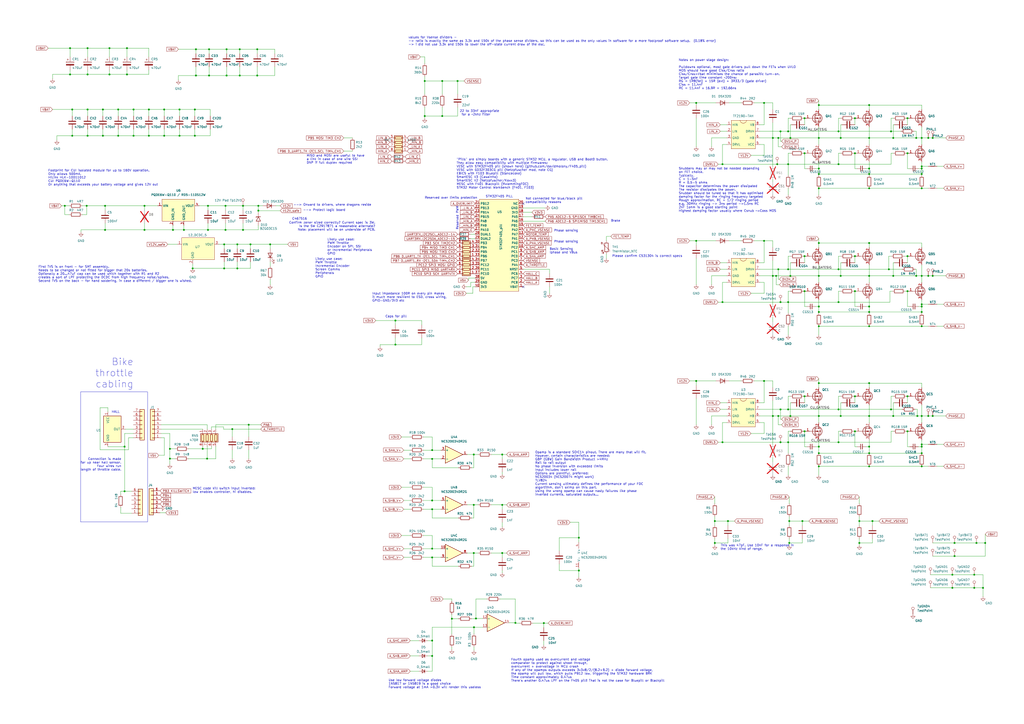
<source format=kicad_sch>
(kicad_sch (version 20230121) (generator eeschema)
  (paper "A2")
  (title_block (title "MP2_ESC_Main"))
  (junction (at 457.2 256.54))
  (junction (at 315.468 361.442))
  (junction (at 256.54 46.99))
  (junction (at 553.72 322.58))
  (junction (at 486.41 156.21))
  (junction (at 452.755 76.2))
  (junction (at 83.82 133.35))
  (junction (at 104.14 63.5))
  (junction (at 457.835 314.96))
  (junction (at 131.445 28.575))
  (junction (at 457.2 76.2))
  (junction (at 531.495 80.01))
  (junction (at 72.263 259.08))
  (junction (at 144.272 246.38))
  (junction (at 131.445 43.815))
  (junction (at 73.66 43.18))
  (junction (at 486.41 95.25))
  (junction (at 538.48 160.02))
  (junction (at 531.495 160.02))
  (junction (at 60.96 119.38))
  (junction (at 113.665 28.575))
  (junction (at 86.36 63.5))
  (junction (at 274.828 263.652))
  (junction (at 274.828 292.862))
  (junction (at 229.362 185.928))
  (junction (at 130.048 155.702))
  (junction (at 41.91 78.74))
  (junction (at 457.2 237.49))
  (junction (at 50.8 27.94))
  (junction (at 403.86 220.98))
  (junction (at 553.72 314.96))
  (junction (at 504.19 100.965))
  (junction (at 414.655 314.96))
  (junction (at 73.66 27.94))
  (junction (at 291.338 292.862))
  (junction (at 250.698 371.602))
  (junction (at 498.475 314.96))
  (junction (at 250.698 380.492))
  (junction (at 149.225 43.815))
  (junction (at 448.31 241.3))
  (junction (at 452.755 256.54))
  (junction (at 77.47 63.5))
  (junction (at 541.0552 80.01))
  (junction (at 419.1 95.25))
  (junction (at 465.455 302.26))
  (junction (at 534.67 241.3))
  (junction (at 452.755 237.49))
  (junction (at 504.19 97.79))
  (junction (at 538.48 241.3))
  (junction (at 552.45 333.375))
  (junction (at 276.098 358.775))
  (junction (at 121.285 28.575))
  (junction (at 443.23 139.7))
  (junction (at 541.0552 160.02))
  (junction (at 504.19 140.97))
  (junction (at 443.23 59.69))
  (junction (at 538.48 80.01))
  (junction (at 130.81 119.38))
  (junction (at 457.2 156.21))
  (junction (at 246.38 46.99))
  (junction (at 451.485 241.3))
  (junction (at 474.98 160.02))
  (junction (at 451.485 80.01))
  (junction (at 534.67 160.02))
  (junction (at 534.67 257.81))
  (junction (at 291.338 263.652))
  (junction (at 486.41 76.2))
  (junction (at 414.655 302.26))
  (junction (at 403.86 139.7))
  (junction (at 495.935 68.58))
  (junction (at 246.38 67.31))
  (junction (at 113.03 63.5))
  (junction (at 495.935 229.87))
  (junction (at 457.835 302.26))
  (junction (at 68.58 78.74))
  (junction (at 229.362 199.898))
  (junction (at 50.8 43.18))
  (junction (at 487.68 80.01))
  (junction (at 59.69 63.5))
  (junction (at 504.19 80.01))
  (junction (at 504.19 60.96))
  (junction (at 495.935 250.19))
  (junction (at 474.98 241.3))
  (junction (at 113.03 78.74))
  (junction (at 117.602 260.35))
  (junction (at 466.725 168.91))
  (junction (at 457.2 95.25))
  (junction (at 120.142 266.065))
  (junction (at 534.67 270.51))
  (junction (at 63.5 27.94))
  (junction (at 506.095 302.26))
  (junction (at 458.47 80.01))
  (junction (at 83.82 119.38))
  (junction (at 534.67 180.975))
  (junction (at 474.98 189.23))
  (junction (at 50.292 119.38))
  (junction (at 518.16 241.3))
  (junction (at 458.47 160.02))
  (junction (at 466.725 68.58))
  (junction (at 139.065 43.815))
  (junction (at 532.13 241.3))
  (junction (at 552.45 340.995))
  (junction (at 474.98 140.97))
  (junction (at 504.19 222.25))
  (junction (at 149.86 119.38))
  (junction (at 474.98 80.01))
  (junction (at 486.41 237.49))
  (junction (at 422.275 302.26))
  (junction (at 113.665 43.815))
  (junction (at 504.19 262.89))
  (junction (at 50.8 78.74))
  (junction (at 474.98 60.96))
  (junction (at 104.14 78.74))
  (junction (at 68.58 63.5))
  (junction (at 466.725 229.87))
  (junction (at 474.98 180.975))
  (junction (at 534.67 176.53))
  (junction (at 120.65 119.38))
  (junction (at 474.98 109.22))
  (junction (at 77.47 78.74))
  (junction (at 534.67 100.965))
  (junction (at 137.668 141.732))
  (junction (at 566.42 314.96))
  (junction (at 495.935 88.9))
  (junction (at 526.415 68.58))
  (junction (at 298.958 361.315))
  (junction (at 474.98 270.51))
  (junction (at 565.15 333.375))
  (junction (at 526.415 88.9))
  (junction (at 37.592 119.38))
  (junction (at 466.725 88.9))
  (junction (at 60.96 133.35))
  (junction (at 40.64 27.94))
  (junction (at 570.23 340.995))
  (junction (at 95.25 63.5))
  (junction (at 534.67 80.01))
  (junction (at 526.415 250.19))
  (junction (at 450.85 95.25))
  (junction (at 474.98 222.25))
  (junction (at 149.86 122.174))
  (junction (at 541.0552 241.3))
  (junction (at 250.698 295.402))
  (junction (at 515.62 156.21))
  (junction (at 504.19 189.23))
  (junction (at 250.698 266.192))
  (junction (at 474.98 262.89))
  (junction (at 130.048 141.732))
  (junction (at 265.43 46.99))
  (junction (at 86.36 78.74))
  (junction (at 486.41 256.54))
  (junction (at 250.698 323.342))
  (junction (at 486.41 175.26))
  (junction (at 474.98 100.965))
  (junction (at 250.698 318.262))
  (junction (at 487.68 160.02))
  (junction (at 534.67 96.52))
  (junction (at 145.288 141.732))
  (junction (at 458.47 241.3))
  (junction (at 63.5 43.18))
  (junction (at 495.935 148.59))
  (junction (at 504.19 177.8))
  (junction (at 40.64 43.18))
  (junction (at 335.788 330.962))
  (junction (at 534.67 262.89))
  (junction (at 487.68 241.3))
  (junction (at 41.91 63.5))
  (junction (at 504.19 160.02))
  (junction (at 98.552 260.35))
  (junction (at 534.67 259.08))
  (junction (at 250.698 290.322))
  (junction (at 140.97 119.38))
  (junction (at 250.698 261.112))
  (junction (at 59.69 78.74))
  (junction (at 98.552 266.065))
  (junction (at 504.19 109.22))
  (junction (at 139.065 28.575))
  (junction (at 450.215 160.02))
  (junction (at 274.828 320.802))
  (junction (at 526.415 229.87))
  (junction (at 72.263 284.988))
  (junction (at 149.225 28.575))
  (junction (at 419.1 256.54))
  (junction (at 121.285 43.815))
  (junction (at 120.65 133.35))
  (junction (at 498.475 302.26))
  (junction (at 403.86 59.69))
  (junction (at 457.2 175.26))
  (junction (at 130.81 133.35))
  (junction (at 100.33 133.35))
  (junction (at 156.718 141.732))
  (junction (at 137.668 155.702))
  (junction (at 262.128 358.902))
  (junction (at 534.67 177.8))
  (junction (at 106.68 133.35))
  (junction (at 111.76 155.702))
  (junction (at 50.8 63.5))
  (junction (at 474.98 177.8))
  (junction (at 466.725 250.19))
  (junction (at 140.97 133.35))
  (junction (at 571.5 314.96))
  (junction (at 419.1 175.26))
  (junction (at 451.485 156.21))
  (junction (at 452.755 175.26))
  (junction (at 495.935 168.91))
  (junction (at 474.98 259.08))
  (junction (at 134.747 248.92))
  (junction (at 534.67 97.79))
  (junction (at 274.955 363.855))
  (junction (at 448.31 160.02))
  (junction (at 474.98 97.79))
  (junction (at 95.25 78.74))
  (junction (at 516.89 237.49))
  (junction (at 256.54 67.31))
  (junction (at 443.23 220.98))
  (junction (at 526.415 148.59))
  (junction (at 448.31 80.01))
  (junction (at 291.338 320.802))
  (junction (at 504.19 241.3))
  (junction (at 335.788 311.912))
  (junction (at 466.725 148.59))
  (junction (at 518.16 80.01))
  (junction (at 526.415 168.91))
  (junction (at 534.67 189.23))
  (junction (at 518.16 160.02))
  (junction (at 504.19 270.51))
  (junction (at 534.67 109.22))
  (junction (at 504.19 259.08))
  (junction (at 565.15 340.995))
  (junction (at 516.89 76.2))
  (junction (at 504.19 180.975))
  (no_connect (at 303.53 166.37))
  (no_connect (at 303.53 118.11))
  (wire (pts (xy 440.69 245.11) (xy 443.23 245.11)))
  (wire (pts (xy 440.69 76.2) (xy 452.755 76.2)))
  (wire (pts (xy 295.275 361.315) (xy 298.958 361.315)))
  (wire (pts (xy 245.618 295.402) (xy 250.698 295.402)))
  (wire (pts (xy 448.31 265.43) (xy 448.31 267.97)))
  (wire (pts (xy 487.68 152.4) (xy 487.68 160.02)))
  (wire (pts (xy 109.347 266.065) (xy 120.142 266.065)))
  (wire (pts (xy 570.23 333.375) (xy 570.23 340.995)))
  (wire (pts (xy 60.96 129.54) (xy 60.96 133.35)))
  (wire (pts (xy 98.552 266.065) (xy 98.552 269.24)))
  (wire (pts (xy 246.38 62.23) (xy 246.38 67.31)))
  (wire (pts (xy 571.5 309.88) (xy 571.5 314.96)))
  (wire (pts (xy 250.698 290.322) (xy 255.778 290.322)))
  (wire (pts (xy 59.69 63.5) (xy 59.69 67.31)))
  (wire (pts (xy 59.69 74.93) (xy 59.69 78.74)))
  (wire (pts (xy 518.795 72.39) (xy 518.16 72.39)))
  (wire (pts (xy 416.56 95.25) (xy 419.1 95.25)))
  (wire (pts (xy 452.755 175.26) (xy 457.2 175.26)))
  (wire (pts (xy 518.16 250.19) (xy 516.89 250.19)))
  (wire (pts (xy 121.92 78.74) (xy 113.03 78.74)))
  (wire (pts (xy 58.039 236.474) (xy 58.039 260.858)))
  (wire (pts (xy 497.205 177.8) (xy 495.935 177.8)))
  (wire (pts (xy 282.448 347.472) (xy 276.098 347.472)))
  (wire (pts (xy 453.39 246.38) (xy 451.485 246.38)))
  (wire (pts (xy 452.755 76.2) (xy 457.2 76.2)))
  (wire (pts (xy 77.47 78.74) (xy 86.36 78.74)))
  (wire (pts (xy 440.69 241.3) (xy 448.31 241.3)))
  (wire (pts (xy 457.835 288.29) (xy 457.835 292.1)))
  (wire (pts (xy 250.698 371.602) (xy 248.158 371.602)))
  (wire (pts (xy 130.81 129.54) (xy 130.81 133.35)))
  (wire (pts (xy 465.455 302.26) (xy 465.455 304.8)))
  (wire (pts (xy 474.98 259.08) (xy 474.98 262.89)))
  (wire (pts (xy 474.98 270.51) (xy 504.19 270.51)))
  (wire (pts (xy 486.41 229.87) (xy 486.41 237.49)))
  (wire (pts (xy 273.05 163.83) (xy 273.05 166.37)))
  (wire (pts (xy 419.1 95.25) (xy 450.85 95.25)))
  (wire (pts (xy 448.31 63.5) (xy 448.31 59.69)))
  (wire (pts (xy 466.09 250.19) (xy 466.725 250.19)))
  (wire (pts (xy 518.16 68.58) (xy 516.89 68.58)))
  (wire (pts (xy 467.995 97.79) (xy 466.725 97.79)))
  (wire (pts (xy 543.56 257.81) (xy 547.37 257.81)))
  (wire (pts (xy 291.338 305.562) (xy 291.338 303.022)))
  (wire (pts (xy 245.618 310.642) (xy 250.698 310.642)))
  (wire (pts (xy 474.98 222.25) (xy 474.98 224.79)))
  (wire (pts (xy 518.16 80.01) (xy 531.495 80.01)))
  (wire (pts (xy 50.8 43.18) (xy 63.5 43.18)))
  (wire (pts (xy 134.747 260.985) (xy 134.747 266.065)))
  (wire (pts (xy 525.78 68.58) (xy 526.415 68.58)))
  (wire (pts (xy 414.655 302.26) (xy 414.655 304.8)))
  (wire (pts (xy 62.611 238.76) (xy 62.611 236.474)))
  (wire (pts (xy 534.67 140.97) (xy 534.67 143.51)))
  (wire (pts (xy 435.61 251.46) (xy 443.23 251.46)))
  (wire (pts (xy 274.32 166.37) (xy 275.59 166.37)))
  (wire (pts (xy 77.47 74.93) (xy 77.47 78.74)))
  (wire (pts (xy 229.362 185.928) (xy 244.602 185.928)))
  (wire (pts (xy 452.12 165.1) (xy 450.215 165.1)))
  (wire (pts (xy 518.16 233.68) (xy 518.16 241.3)))
  (wire (pts (xy 487.68 168.91) (xy 486.41 168.91)))
  (wire (pts (xy 474.98 109.22) (xy 504.19 109.22)))
  (wire (pts (xy 229.362 185.928) (xy 229.362 188.468)))
  (wire (pts (xy 265.938 300.482) (xy 250.698 300.482)))
  (wire (pts (xy 77.47 63.5) (xy 77.47 67.31)))
  (wire (pts (xy 486.41 175.26) (xy 516.255 175.26)))
  (wire (pts (xy 543.56 189.23) (xy 547.37 189.23)))
  (wire (pts (xy 403.86 68.58) (xy 403.86 85.09)))
  (wire (pts (xy 145.288 141.732) (xy 145.288 144.272)))
  (wire (pts (xy 457.2 250.19) (xy 457.2 256.54)))
  (wire (pts (xy 250.698 295.402) (xy 255.778 295.402)))
  (wire (pts (xy 245.618 290.322) (xy 250.698 290.322)))
  (wire (pts (xy 417.83 152.4) (xy 421.64 152.4)))
  (wire (pts (xy 534.67 153.67) (xy 534.67 160.02)))
  (wire (pts (xy 403.86 220.98) (xy 415.29 220.98)))
  (wire (pts (xy 453.39 243.205) (xy 452.755 243.205)))
  (wire (pts (xy 466.725 229.87) (xy 466.725 233.68)))
  (wire (pts (xy 120.65 119.38) (xy 130.81 119.38)))
  (wire (pts (xy 250.698 300.482) (xy 250.698 295.402)))
  (wire (pts (xy 324.358 330.962) (xy 335.788 330.962)))
  (wire (pts (xy 525.78 229.87) (xy 526.415 229.87)))
  (wire (pts (xy 95.25 78.74) (xy 104.14 78.74)))
  (wire (pts (xy 149.225 43.815) (xy 159.385 43.815)))
  (wire (pts (xy 487.68 160.02) (xy 504.19 160.02)))
  (wire (pts (xy 495.3 68.58) (xy 495.935 68.58)))
  (wire (pts (xy 324.358 319.532) (xy 324.358 311.912)))
  (wire (pts (xy 149.225 28.575) (xy 149.225 31.115)))
  (wire (pts (xy 474.98 270.51) (xy 474.98 275.59)))
  (wire (pts (xy 440.69 80.01) (xy 448.31 80.01)))
  (wire (pts (xy 458.47 160.02) (xy 474.98 160.02)))
  (wire (pts (xy 466.09 68.58) (xy 466.725 68.58)))
  (wire (pts (xy 74.549 260.858) (xy 74.549 254)))
  (wire (pts (xy 271.78 161.29) (xy 271.78 162.56)))
  (wire (pts (xy 234.188 290.322) (xy 237.998 290.322)))
  (wire (pts (xy 532.765 97.79) (xy 534.67 97.79)))
  (wire (pts (xy 547.37 109.22) (xy 543.56 109.22)))
  (wire (pts (xy 534.67 176.53) (xy 538.48 176.53)))
  (wire (pts (xy 303.53 120.65) (xy 316.23 120.65)))
  (wire (pts (xy 516.89 148.59) (xy 515.62 148.59)))
  (wire (pts (xy 103.505 28.575) (xy 113.665 28.575)))
  (wire (pts (xy 534.67 160.02) (xy 534.67 163.83)))
  (wire (pts (xy 451.485 161.925) (xy 451.485 156.21)))
  (wire (pts (xy 440.69 152.4) (xy 443.23 152.4)))
  (wire (pts (xy 262.128 358.902) (xy 262.128 367.792)))
  (wire (pts (xy 474.98 160.02) (xy 487.68 160.02)))
  (wire (pts (xy 457.2 95.25) (xy 486.41 95.25)))
  (wire (pts (xy 448.31 71.12) (xy 448.31 80.01)))
  (wire (pts (xy 487.68 80.01) (xy 504.19 80.01)))
  (wire (pts (xy 466.725 97.79) (xy 466.725 88.9)))
  (wire (pts (xy 50.8 74.93) (xy 50.8 78.74)))
  (wire (pts (xy 495.935 68.58) (xy 495.935 72.39)))
  (wire (pts (xy 273.558 358.902) (xy 276.098 358.902)))
  (wire (pts (xy 495.935 250.19) (xy 496.57 250.19)))
  (wire (pts (xy 448.31 241.3) (xy 451.485 241.3)))
  (wire (pts (xy 111.76 155.702) (xy 111.76 153.162)))
  (wire (pts (xy 504.19 241.3) (xy 518.16 241.3)))
  (wire (pts (xy 504.19 73.66) (xy 504.19 80.01)))
  (wire (pts (xy 541.0552 80.01) (xy 548.64 80.01)))
  (wire (pts (xy 448.31 241.3) (xy 448.31 257.81)))
  (wire (pts (xy 95.377 254) (xy 93.472 254)))
  (wire (pts (xy 274.828 328.422) (xy 274.828 320.802)))
  (wire (pts (xy 440.69 163.83) (xy 443.23 163.83)))
  (wire (pts (xy 453.39 85.09) (xy 451.485 85.09)))
  (wire (pts (xy 504.19 189.23) (xy 534.67 189.23)))
  (wire (pts (xy 416.56 175.26) (xy 419.1 175.26)))
  (wire (pts (xy 458.47 241.3) (xy 474.98 241.3)))
  (wire (pts (xy 526.415 88.9) (xy 527.05 88.9)))
  (wire (pts (xy 516.89 250.19) (xy 516.89 256.54)))
  (wire (pts (xy 474.98 100.965) (xy 504.19 100.965)))
  (wire (pts (xy 274.955 375.285) (xy 274.955 377.19)))
  (wire (pts (xy 495.935 68.58) (xy 496.57 68.58)))
  (wire (pts (xy 245.618 253.492) (xy 250.698 253.492)))
  (wire (pts (xy 120.142 266.065) (xy 125.222 266.065)))
  (wire (pts (xy 534.67 80.01) (xy 538.48 80.01)))
  (wire (pts (xy 526.415 148.59) (xy 526.415 152.4)))
  (wire (pts (xy 131.445 28.575) (xy 131.445 31.115)))
  (wire (pts (xy 534.67 160.02) (xy 538.48 160.02)))
  (wire (pts (xy 109.347 260.35) (xy 117.602 260.35)))
  (wire (pts (xy 504.19 180.975) (xy 534.67 180.975)))
  (wire (pts (xy 159.385 28.575) (xy 159.385 31.115)))
  (wire (pts (xy 458.47 72.39) (xy 458.47 80.01)))
  (wire (pts (xy 139.065 28.575) (xy 139.065 31.115)))
  (wire (pts (xy 538.48 160.02) (xy 541.0552 160.02)))
  (wire (pts (xy 518.16 152.4) (xy 518.16 160.02)))
  (wire (pts (xy 50.292 119.38) (xy 60.96 119.38)))
  (wire (pts (xy 271.78 161.29) (xy 275.59 161.29)))
  (wire (pts (xy 250.698 389.382) (xy 248.158 389.382)))
  (wire (pts (xy 160.02 119.38) (xy 162.56 119.38)))
  (wire (pts (xy 63.5 43.18) (xy 73.66 43.18)))
  (wire (pts (xy 256.54 46.99) (xy 265.43 46.99)))
  (wire (pts (xy 37.592 124.46) (xy 37.592 119.38)))
  (wire (pts (xy 72.771 248.92) (xy 77.343 248.92)))
  (wire (pts (xy 466.725 68.58) (xy 467.36 68.58)))
  (wire (pts (xy 498.475 302.26) (xy 498.475 304.8)))
  (wire (pts (xy 276.098 358.775) (xy 276.098 358.902)))
  (wire (pts (xy 232.918 253.492) (xy 237.998 253.492)))
  (wire (pts (xy 452.755 243.205) (xy 452.755 237.49)))
  (wire (pts (xy 474.98 60.96) (xy 474.98 63.5)))
  (wire (pts (xy 570.23 340.995) (xy 570.23 346.075)))
  (wire (pts (xy 440.69 233.68) (xy 443.23 233.68)))
  (wire (pts (xy 457.835 302.26) (xy 465.455 302.26)))
  (wire (pts (xy 487.68 72.39) (xy 487.68 80.01)))
  (wire (pts (xy 46.99 134.62) (xy 46.99 133.35)))
  (wire (pts (xy 298.958 361.442) (xy 301.498 361.442)))
  (wire (pts (xy 324.358 327.152) (xy 324.358 330.962)))
  (wire (pts (xy 68.58 63.5) (xy 77.47 63.5)))
  (wire (pts (xy 419.1 245.11) (xy 421.64 245.11)))
  (wire (pts (xy 457.2 148.59) (xy 457.2 156.21)))
  (wire (pts (xy 93.472 246.38) (xy 120.142 246.38)))
  (wire (pts (xy 69.977 294.386) (xy 69.977 297.688)))
  (wire (pts (xy 315.468 361.442) (xy 315.468 363.982)))
  (wire (pts (xy 98.552 260.35) (xy 98.552 266.065)))
  (wire (pts (xy 103.505 43.815) (xy 113.665 43.815)))
  (wire (pts (xy 130.048 141.732) (xy 137.668 141.732)))
  (wire (pts (xy 465.455 314.96) (xy 457.835 314.96)))
  (wire (pts (xy 335.788 303.022) (xy 335.788 311.912)))
  (wire (pts (xy 246.38 67.31) (xy 246.38 68.58)))
  (wire (pts (xy 125.222 246.38) (xy 144.272 246.38)))
  (wire (pts (xy 534.67 93.98) (xy 534.67 96.52)))
  (wire (pts (xy 274.955 363.855) (xy 280.035 363.855)))
  (wire (pts (xy 274.828 263.652) (xy 277.368 263.652)))
  (wire (pts (xy 62.611 236.474) (xy 58.039 236.474)))
  (wire (pts (xy 27.94 27.94) (xy 40.64 27.94)))
  (wire (pts (xy 488.315 233.68) (xy 487.68 233.68)))
  (wire (pts (xy 229.362 196.088) (xy 229.362 199.898)))
  (wire (pts (xy 459.105 233.68) (xy 458.47 233.68)))
  (wire (pts (xy 466.725 229.87) (xy 467.36 229.87)))
  (wire (pts (xy 60.96 119.38) (xy 83.82 119.38)))
  (wire (pts (xy 276.098 347.472) (xy 276.098 358.775)))
  (wire (pts (xy 417.83 76.2) (xy 421.64 76.2)))
  (wire (pts (xy 130.81 119.38) (xy 130.81 121.92)))
  (wire (pts (xy 121.285 28.575) (xy 131.445 28.575)))
  (wire (pts (xy 273.05 138.43) (xy 275.59 138.43)))
  (wire (pts (xy 130.048 151.892) (xy 130.048 155.702)))
  (wire (pts (xy 466.725 250.19) (xy 467.36 250.19)))
  (wire (pts (xy 488.315 72.39) (xy 487.68 72.39)))
  (wire (pts (xy 457.2 189.23) (xy 457.2 194.31)))
  (wire (pts (xy 250.698 371.602) (xy 250.698 380.492)))
  (wire (pts (xy 541.02 314.96) (xy 553.72 314.96)))
  (wire (pts (xy 552.45 340.995) (xy 539.75 340.995)))
  (wire (pts (xy 265.43 46.99) (xy 265.43 54.61)))
  (wire (pts (xy 113.03 63.5) (xy 121.92 63.5)))
  (wire (pts (xy 271.018 292.862) (xy 274.828 292.862)))
  (wire (pts (xy 474.98 80.01) (xy 474.98 83.82)))
  (wire (pts (xy 303.53 156.21) (xy 318.77 156.21)))
  (wire (pts (xy 237.998 295.402) (xy 234.188 295.402)))
  (wire (pts (xy 140.97 119.38) (xy 140.97 121.92)))
  (wire (pts (xy 419.1 83.82) (xy 419.1 95.25)))
  (wire (pts (xy 69.977 297.688) (xy 76.327 297.688)))
  (wire (pts (xy 125.222 259.08) (xy 125.222 266.065)))
  (wire (pts (xy 527.685 177.8) (xy 526.415 177.8)))
  (wire (pts (xy 139.065 43.815) (xy 131.445 43.815)))
  (wire (pts (xy 47.752 124.46) (xy 50.292 124.46)))
  (wire (pts (xy 534.67 60.96) (xy 534.67 63.5)))
  (wire (pts (xy 504.19 109.22) (xy 534.67 109.22)))
  (wire (pts (xy 495.935 229.87) (xy 496.57 229.87)))
  (wire (pts (xy 435.61 90.17) (xy 443.23 90.17)))
  (wire (pts (xy 113.665 28.575) (xy 113.665 31.115)))
  (wire (pts (xy 250.698 310.642) (xy 250.698 318.262)))
  (wire (pts (xy 403.86 149.86) (xy 403.86 165.1)))
  (wire (pts (xy 486.41 76.2) (xy 516.89 76.2)))
  (wire (pts (xy 417.83 237.49) (xy 421.64 237.49)))
  (wire (pts (xy 465.455 312.42) (xy 465.455 314.96)))
  (wire (pts (xy 458.47 152.4) (xy 458.47 160.02)))
  (wire (pts (xy 532.13 237.49) (xy 532.13 241.3)))
  (wire (pts (xy 122.682 259.08) (xy 122.682 260.35)))
  (wire (pts (xy 531.495 160.02) (xy 534.67 160.02)))
  (wire (pts (xy 41.91 74.93) (xy 41.91 78.74)))
  (wire (pts (xy 104.14 78.74) (xy 113.03 78.74)))
  (wire (pts (xy 525.145 168.91) (xy 526.415 168.91)))
  (wire (pts (xy 145.288 151.892) (xy 145.288 155.702)))
  (wire (pts (xy 149.86 122.174) (xy 149.86 123.19)))
  (wire (pts (xy 448.31 232.41) (xy 448.31 241.3)))
  (wire (pts (xy 486.41 168.91) (xy 486.41 175.26)))
  (wire (pts (xy 47.752 119.38) (xy 50.292 119.38)))
  (wire (pts (xy 474.98 97.79) (xy 474.98 100.965)))
  (wire (pts (xy 504.19 177.8) (xy 504.19 180.975)))
  (wire (pts (xy 495.3 148.59) (xy 495.935 148.59)))
  (wire (pts (xy 504.19 173.99) (xy 504.19 177.8)))
  (wire (pts (xy 495.3 88.9) (xy 495.935 88.9)))
  (wire (pts (xy 284.988 320.802) (xy 291.338 320.802)))
  (wire (pts (xy 486.41 156.21) (xy 515.62 156.21)))
  (wire (pts (xy 414.655 299.72) (xy 414.655 302.26)))
  (wire (pts (xy 291.338 295.402) (xy 291.338 292.862)))
  (wire (pts (xy 68.58 63.5) (xy 68.58 67.31)))
  (wire (pts (xy 86.36 63.5) (xy 86.36 67.31)))
  (wire (pts (xy 457.2 175.26) (xy 486.41 175.26)))
  (wire (pts (xy 530.86 156.21) (xy 531.495 156.21)))
  (wire (pts (xy 276.098 358.775) (xy 280.035 358.775)))
  (wire (pts (xy 234.188 261.112) (xy 237.998 261.112)))
  (wire (pts (xy 217.932 185.928) (xy 229.362 185.928)))
  (wire (pts (xy 443.23 83.82) (xy 443.23 90.17)))
  (wire (pts (xy 552.45 333.375) (xy 565.15 333.375)))
  (wire (pts (xy 156.718 162.052) (xy 156.718 165.227)))
  (wire (pts (xy 437.515 139.7) (xy 443.23 139.7)))
  (wire (pts (xy 448.31 143.51) (xy 448.31 139.7)))
  (wire (pts (xy 298.958 361.315) (xy 298.958 347.472)))
  (wire (pts (xy 303.53 125.73) (xy 308.61 125.73)))
  (wire (pts (xy 474.98 255.27) (xy 474.98 259.08)))
  (wire (pts (xy 457.2 168.91) (xy 457.2 175.26)))
  (wire (pts (xy 534.67 255.27) (xy 534.67 257.81)))
  (wire (pts (xy 291.338 323.342) (xy 291.338 320.802)))
  (wire (pts (xy 245.618 261.112) (xy 250.698 261.112)))
  (wire (pts (xy 495.935 148.59) (xy 496.57 148.59)))
  (wire (pts (xy 237.998 389.382) (xy 243.078 389.382)))
  (wire (pts (xy 69.977 284.988) (xy 69.977 286.766)))
  (wire (pts (xy 504.19 234.95) (xy 504.19 241.3)))
  (wire (pts (xy 422.275 302.26) (xy 426.085 302.26)))
  (wire (pts (xy 448.31 184.15) (xy 448.31 186.69)))
  (wire (pts (xy 457.2 88.9) (xy 457.2 95.25)))
  (wire (pts (xy 457.2 256.54) (xy 457.2 262.89)))
  (wire (pts (xy 443.23 152.4) (xy 443.23 139.7)))
  (wire (pts (xy 274.32 170.18) (xy 274.32 166.37)))
  (wire (pts (xy 451.485 80.01) (xy 458.47 80.01)))
  (wire (pts (xy 448.31 224.79) (xy 448.31 220.98)))
  (wire (pts (xy 243.84 33.02) (xy 246.38 33.02)))
  (wire (pts (xy 121.285 28.575) (xy 121.285 31.115)))
  (wire (pts (xy 440.69 83.82) (xy 443.23 83.82)))
  (wire (pts (xy 68.58 78.74) (xy 59.69 78.74)))
  (wire (pts (xy 270.51 166.37) (xy 273.05 166.37)))
  (wire (pts (xy 72.263 259.08) (xy 72.263 251.46)))
  (wire (pts (xy 113.665 28.575) (xy 121.285 28.575)))
  (wire (pts (xy 149.86 130.81) (xy 149.86 133.35)))
  (wire (pts (xy 421.64 160.02) (xy 412.75 160.02)))
  (wire (pts (xy 156.718 141.732) (xy 166.878 141.732)))
  (wire (pts (xy 76.327 284.988) (xy 72.263 284.988)))
  (wire (pts (xy 121.285 38.735) (xy 121.285 43.815)))
  (wire (pts (xy 86.36 74.93) (xy 86.36 78.74)))
  (wire (pts (xy 538.48 80.01) (xy 541.0552 80.01)))
  (wire (pts (xy 237.998 380.492) (xy 243.078 380.492)))
  (wire (pts (xy 72.263 259.08) (xy 72.263 284.988)))
  (wire (pts (xy 443.23 163.83) (xy 443.23 170.18)))
  (wire (pts (xy 237.998 323.342) (xy 234.188 323.342)))
  (wire (pts (xy 419.1 256.54) (xy 452.755 256.54)))
  (wire (pts (xy 531.495 156.21) (xy 531.495 160.02)))
  (wire (pts (xy 93.472 248.92) (xy 117.602 248.92)))
  (wire (pts (xy 506.095 312.42) (xy 506.095 314.96)))
  (wire (pts (xy 504.19 140.97) (xy 534.67 140.97)))
  (wire (pts (xy 495.3 229.87) (xy 495.935 229.87)))
  (wire (pts (xy 62.611 259.08) (xy 72.263 259.08)))
  (wire (pts (xy 443.23 233.68) (xy 443.23 220.98)))
  (wire (pts (xy 149.86 119.38) (xy 152.4 119.38)))
  (wire (pts (xy 250.698 318.262) (xy 255.778 318.262)))
  (wire (pts (xy 245.618 323.342) (xy 250.698 323.342)))
  (wire (pts (xy 526.415 68.58) (xy 526.415 72.39)))
  (wire (pts (xy 518.16 88.9) (xy 516.89 88.9)))
  (wire (pts (xy 504.19 93.98) (xy 504.19 97.79)))
  (wire (pts (xy 256.54 46.99) (xy 256.54 54.61)))
  (wire (pts (xy 271.018 263.652) (xy 274.828 263.652)))
  (wire (pts (xy 448.31 104.14) (xy 448.31 105.41)))
  (wire (pts (xy 451.485 246.38) (xy 451.485 241.3)))
  (wire (pts (xy 504.19 180.975) (xy 504.19 181.61)))
  (wire (pts (xy 506.095 314.96) (xy 498.475 314.96)))
  (wire (pts (xy 448.31 59.69) (xy 443.23 59.69)))
  (wire (pts (xy 495.935 177.8) (xy 495.935 168.91)))
  (wire (pts (xy 539.75 333.375) (xy 552.45 333.375)))
  (wire (pts (xy 504.19 222.25) (xy 534.67 222.25)))
  (wire (pts (xy 298.958 361.315) (xy 298.958 361.442)))
  (wire (pts (xy 417.83 72.39) (xy 421.64 72.39)))
  (wire (pts (xy 474.98 241.3) (xy 487.68 241.3)))
  (wire (pts (xy 151.257 248.92) (xy 134.747 248.92)))
  (wire (pts (xy 466.09 148.59) (xy 466.725 148.59)))
  (wire (pts (xy 72.263 284.988) (xy 69.977 284.988)))
  (wire (pts (xy 495.935 259.08) (xy 495.935 250.19)))
  (wire (pts (xy 103.505 43.815) (xy 103.505 46.355)))
  (wire (pts (xy 419.1 175.26) (xy 452.755 175.26)))
  (wire (pts (xy 553.72 314.96) (xy 566.42 314.96)))
  (wire (pts (xy 448.31 160.02) (xy 448.31 176.53)))
  (wire (pts (xy 534.67 176.53) (xy 534.67 177.8)))
  (wire (pts (xy 121.92 74.93) (xy 121.92 78.74)))
  (wire (pts (xy 452.755 81.915) (xy 452.755 76.2)))
  (wire (pts (xy 534.67 96.52) (xy 534.67 97.79)))
  (wire (pts (xy 495.935 229.87) (xy 495.935 233.68)))
  (wire (pts (xy 149.225 38.735) (xy 149.225 43.815)))
  (wire (pts (xy 453.39 81.915) (xy 452.755 81.915)))
  (wire (pts (xy 516.89 68.58) (xy 516.89 76.2)))
  (wire (pts (xy 457.2 181.61) (xy 457.2 175.26)))
  (wire (pts (xy 237.998 266.192) (xy 234.188 266.192)))
  (wire (pts (xy 246.38 33.02) (xy 246.38 36.83)))
  (wire (pts (xy 83.82 129.54) (xy 83.82 133.35)))
  (wire (pts (xy 95.25 63.5) (xy 95.25 67.31)))
  (wire (pts (xy 98.552 251.46) (xy 98.552 260.35)))
  (wire (pts (xy 422.275 314.96) (xy 414.655 314.96)))
  (wire (pts (xy 134.747 248.92) (xy 134.747 253.365)))
  (wire (pts (xy 553.72 322.58) (xy 571.5 322.58)))
  (wire (pts (xy 265.43 62.23) (xy 265.43 67.31)))
  (wire (pts (xy 534.67 173.99) (xy 534.67 176.53)))
  (wire (pts (xy 497.205 97.79) (xy 495.935 97.79)))
  (wire (pts (xy 448.31 80.01) (xy 448.31 96.52)))
  (wire (pts (xy 274.828 292.862) (xy 277.368 292.862)))
  (wire (pts (xy 534.67 80.01) (xy 534.67 83.82)))
  (wire (pts (xy 244.602 196.088) (xy 244.602 199.898)))
  (wire (pts (xy 140.97 129.54) (xy 140.97 133.35)))
  (wire (pts (xy 40.64 27.94) (xy 50.8 27.94)))
  (wire (pts (xy 250.698 271.272) (xy 250.698 266.192)))
  (wire (pts (xy 273.558 271.272) (xy 274.828 271.272)))
  (wire (pts (xy 400.05 220.98) (xy 403.86 220.98)))
  (wire (pts (xy 474.98 80.01) (xy 487.68 80.01)))
  (wire (pts (xy 495.935 97.79) (xy 495.935 88.9)))
  (wire (pts (xy 41.91 63.5) (xy 41.91 67.31)))
  (wire (pts (xy 106.68 133.35) (xy 120.65 133.35)))
  (wire (pts (xy 474.98 173.99) (xy 474.98 177.8)))
  (wire (pts (xy 246.38 46.99) (xy 256.54 46.99)))
  (wire (pts (xy 265.938 271.272) (xy 250.698 271.272)))
  (wire (pts (xy 487.68 233.68) (xy 487.68 241.3)))
  (wire (pts (xy 246.38 46.99) (xy 246.38 54.61)))
  (wire (pts (xy 504.19 60.96) (xy 504.19 63.5)))
  (wire (pts (xy 125.222 246.38) (xy 125.222 248.92)))
  (wire (pts (xy 291.338 275.082) (xy 291.338 273.812)))
  (wire (pts (xy 111.76 155.702) (xy 130.048 155.702)))
  (wire (pts (xy 534.67 241.3) (xy 538.48 241.3)))
  (wire (pts (xy 527.685 97.79) (xy 526.415 97.79)))
  (wire (pts (xy 400.05 59.69) (xy 403.86 59.69)))
  (wire (pts (xy 504.19 97.79) (xy 504.19 100.965)))
  (wire (pts (xy 465.455 302.26) (xy 469.265 302.26)))
  (wire (pts (xy 474.98 189.23) (xy 504.19 189.23)))
  (wire (pts (xy 60.96 119.38) (xy 60.96 121.92)))
  (wire (pts (xy 457.2 250.19) (xy 458.47 250.19)))
  (wire (pts (xy 486.41 88.9) (xy 486.41 95.25)))
  (wire (pts (xy 129.667 248.92) (xy 129.667 247.65)))
  (wire (pts (xy 303.53 123.19) (xy 308.61 123.19)))
  (wire (pts (xy 414.655 314.96) (xy 414.655 316.23)))
  (wire (pts (xy 412.75 160.02) (xy 412.75 165.1)))
  (wire (pts (xy 245.618 266.192) (xy 250.698 266.192)))
  (wire (pts (xy 495.935 168.91) (xy 496.57 168.91)))
  (wire (pts (xy 466.09 229.87) (xy 466.725 229.87)))
  (wire (pts (xy 403.86 139.7) (xy 415.29 139.7)))
  (wire (pts (xy 40.64 43.18) (xy 50.8 43.18)))
  (wire (pts (xy 473.075 97.79) (xy 474.98 97.79)))
  (wire (pts (xy 422.275 302.26) (xy 422.275 304.8)))
  (wire (pts (xy 448.31 151.13) (xy 448.31 160.02)))
  (wire (pts (xy 474.98 138.43) (xy 474.98 140.97)))
  (wire (pts (xy 457.2 237.49) (xy 486.41 237.49)))
  (wire (pts (xy 131.445 43.815) (xy 121.285 43.815)))
  (wire (pts (xy 73.66 43.18) (xy 86.36 43.18)))
  (wire (pts (xy 504.19 262.89) (xy 534.67 262.89)))
  (wire (pts (xy 474.98 241.3) (xy 474.98 245.11)))
  (wire (pts (xy 534.67 257.81) (xy 534.67 259.08)))
  (wire (pts (xy 95.25 74.93) (xy 95.25 78.74)))
  (wire (pts (xy 534.67 100.965) (xy 534.67 101.6)))
  (wire (pts (xy 516.89 237.49) (xy 523.24 237.49)))
  (wire (pts (xy 144.272 246.38) (xy 151.257 246.38)))
  (wire (pts (xy 457.835 312.42) (xy 457.835 314.96)))
  (wire (pts (xy 416.56 256.54) (xy 419.1 256.54)))
  (wire (pts (xy 474.98 160.02) (xy 474.98 163.83)))
  (wire (pts (xy 40.64 40.64) (xy 40.64 43.18)))
  (wire (pts (xy 156.718 151.892) (xy 156.718 154.432)))
  (wire (pts (xy 534.67 270.51) (xy 538.48 270.51)))
  (wire (pts (xy 526.415 68.58) (xy 527.05 68.58)))
  (wire (pts (xy 134.747 248.92) (xy 129.667 248.92)))
  (wire (pts (xy 518.795 233.68) (xy 518.16 233.68)))
  (wire (pts (xy 93.472 251.46) (xy 98.552 251.46)))
  (wire (pts (xy 474.98 234.95) (xy 474.98 241.3)))
  (wire (pts (xy 474.98 100.965) (xy 474.98 101.6)))
  (wire (pts (xy 419.1 163.83) (xy 421.64 163.83)))
  (wire (pts (xy 412.75 80.01) (xy 412.75 85.09)))
  (wire (pts (xy 486.41 256.54) (xy 516.89 256.54)))
  (wire (pts (xy 526.415 148.59) (xy 527.05 148.59)))
  (wire (pts (xy 60.96 133.35) (xy 83.82 133.35)))
  (wire (pts (xy 149.86 119.38) (xy 149.86 122.174)))
  (wire (pts (xy 517.525 168.91) (xy 516.255 168.91)))
  (wire (pts (xy 504.19 140.97) (xy 504.19 143.51)))
  (wire (pts (xy 92.837 297.434) (xy 96.139 297.434)))
  (wire (pts (xy 473.075 259.08) (xy 474.98 259.08)))
  (wire (pts (xy 534.67 180.975) (xy 534.67 181.61)))
  (wire (pts (xy 414.655 302.26) (xy 422.275 302.26)))
  (wire (pts (xy 486.41 95.25) (xy 516.89 95.25)))
  (wire (pts (xy 518.795 152.4) (xy 518.16 152.4)))
  (wire (pts (xy 412.75 241.3) (xy 412.75 246.38)))
  (wire (pts (xy 541.0552 241.3) (xy 548.64 241.3)))
  (wire (pts (xy 63.5 27.94) (xy 73.66 27.94)))
  (wire (pts (xy 324.358 311.912) (xy 335.788 311.912)))
  (wire (pts (xy 137.668 141.732) (xy 145.288 141.732)))
  (wire (pts (xy 516.89 76.2) (xy 522.605 76.2)))
  (wire (pts (xy 504.19 160.02) (xy 518.16 160.02)))
  (wire (pts (xy 504.19 160.02) (xy 504.19 163.83)))
  (wire (pts (xy 497.205 259.08) (xy 495.935 259.08)))
  (wire (pts (xy 140.97 119.38) (xy 149.86 119.38)))
  (wire (pts (xy 273.05 135.89) (xy 275.59 135.89)))
  (wire (pts (xy 525.78 88.9) (xy 526.415 88.9)))
  (wire (pts (xy 104.14 63.5) (xy 113.03 63.5)))
  (wire (pts (xy 199.39 80.01) (xy 204.47 80.01)))
  (wire (pts (xy 448.31 139.7) (xy 443.23 139.7)))
  (wire (pts (xy 50.8 40.64) (xy 50.8 43.18)))
  (wire (pts (xy 354.33 137.16) (xy 351.79 137.16)))
  (wire (pts (xy 448.31 160.02) (xy 450.215 160.02)))
  (wire (pts (xy 37.592 124.46) (xy 40.132 124.46)))
  (wire (pts (xy 33.02 78.74) (xy 33.02 81.28)))
  (wire (pts (xy 474.98 109.22) (xy 474.98 113.03)))
  (wire (pts (xy 265.43 67.31) (xy 256.54 67.31)))
  (wire (pts (xy 245.618 282.702) (xy 250.698 282.702)))
  (wire (pts (xy 351.79 147.32) (xy 351.79 149.86)))
  (wire (pts (xy 137.668 155.702) (xy 130.048 155.702)))
  (wire (pts (xy 504.19 270.51) (xy 534.67 270.51)))
  (wire (pts (xy 437.515 59.69) (xy 443.23 59.69)))
  (wire (pts (xy 504.19 222.25) (xy 504.19 224.79)))
  (wire (pts (xy 543.56 96.52) (xy 547.37 96.52)))
  (wire (pts (xy 504.19 255.27) (xy 504.19 259.08)))
  (wire (pts (xy 459.105 152.4) (xy 458.47 152.4)))
  (wire (pts (xy 144.272 260.985) (xy 144.272 266.065)))
  (wire (pts (xy 117.602 260.35) (xy 122.682 260.35)))
  (wire (pts (xy 274.955 363.855) (xy 274.955 367.665)))
  (wire (pts (xy 457.835 314.96) (xy 457.835 316.23)))
  (wire (pts (xy 145.288 155.702) (xy 137.668 155.702)))
  (wire (pts (xy 474.98 93.98) (xy 474.98 97.79)))
  (wire (pts (xy 129.667 247.65) (xy 122.682 247.65)))
  (wire (pts (xy 291.338 263.652) (xy 293.878 263.652)))
  (wire (pts (xy 265.43 46.99) (xy 269.24 46.99)))
  (wire (pts (xy 422.91 59.69) (xy 429.895 59.69)))
  (wire (pts (xy 229.362 199.898) (xy 244.602 199.898)))
  (wire (pts (xy 487.68 88.9) (xy 486.41 88.9)))
  (wire (pts (xy 113.665 38.735) (xy 113.665 43.815)))
  (wire (pts (xy 127 141.732) (xy 130.048 141.732)))
  (wire (pts (xy 275.59 163.83) (xy 273.05 163.83)))
  (wire (pts (xy 467.995 259.08) (xy 466.725 259.08)))
  (wire (pts (xy 120.142 248.92) (xy 120.142 246.38)))
  (wire (pts (xy 451.485 156.21) (xy 457.2 156.21)))
  (wire (pts (xy 335.788 330.962) (xy 335.788 334.772)))
  (wire (pts (xy 498.475 299.72) (xy 498.475 302.26)))
  (wire (pts (xy 262.128 356.362) (xy 262.128 358.902)))
  (wire (pts (xy 83.82 119.38) (xy 91.44 119.38)))
  (wire (pts (xy 495.935 88.9) (xy 496.57 88.9)))
  (wire (pts (xy 59.69 63.5) (xy 68.58 63.5)))
  (wire (pts (xy 335.788 311.912) (xy 335.788 314.452)))
  (wire (pts (xy 73.66 27.94) (xy 86.36 27.94)))
  (wire (pts (xy 440.69 156.21) (xy 451.485 156.21)))
  (wire (pts (xy 486.41 148.59) (xy 486.41 156.21)))
  (wire (pts (xy 518.16 72.39) (xy 518.16 80.01)))
  (wire (pts (xy 98.552 266.065) (xy 101.727 266.065)))
  (wire (pts (xy 271.018 320.802) (xy 274.828 320.802)))
  (wire (pts (xy 104.14 74.93) (xy 104.14 78.74)))
  (wire (pts (xy 303.53 128.27) (xy 316.23 128.27)))
  (wire (pts (xy 95.25 63.5) (xy 104.14 63.5)))
  (wire (pts (xy 443.23 72.39) (xy 443.23 59.69)))
  (wire (pts (xy 100.33 133.35) (xy 106.68 133.35)))
  (wire (pts (xy 448.31 80.01) (xy 451.485 80.01)))
  (wire (pts (xy 498.475 314.96) (xy 498.475 316.23)))
  (wire (pts (xy 526.415 259.08) (xy 526.415 250.19)))
  (wire (pts (xy 50.8 63.5) (xy 50.8 67.31)))
  (wire (pts (xy 532.13 241.3) (xy 534.67 241.3)))
  (wire (pts (xy 498.475 312.42) (xy 498.475 314.96)))
  (wire (pts (xy 330.708 303.022) (xy 335.788 303.022)))
  (wire (pts (xy 72.263 251.46) (xy 77.343 251.46)))
  (wire (pts (xy 474.98 58.42) (xy 474.98 60.96)))
  (wire (pts (xy 443.23 245.11) (xy 443.23 251.46)))
  (wire (pts (xy 257.048 347.472) (xy 262.128 347.472)))
  (wire (pts (xy 526.415 229.87) (xy 526.415 233.68)))
  (wire (pts (xy 122.682 247.65) (xy 122.682 248.92)))
  (wire (pts (xy 291.338 292.862) (xy 293.878 292.862)))
  (wire (pts (xy 73.66 40.64) (xy 73.66 43.18)))
  (wire (pts (xy 137.668 141.732) (xy 137.668 144.272)))
  (wire (pts (xy 534.67 189.23) (xy 538.48 189.23)))
  (wire (pts (xy 41.91 78.74) (xy 50.8 78.74)))
  (wire (pts (xy 466.725 177.8) (xy 466.725 168.91)))
  (wire (pts (xy 50.8 63.5) (xy 59.69 63.5)))
  (wire (pts (xy 417.83 233.68) (xy 421.64 233.68)))
  (wire (pts (xy 474.98 180.975) (xy 504.19 180.975)))
  (wire (pts (xy 40.64 43.18) (xy 30.48 43.18)))
  (wire (pts (xy 403.86 59.69) (xy 415.29 59.69)))
  (wire (pts (xy 120.65 119.38) (xy 120.65 121.92)))
  (wire (pts (xy 400.05 139.7) (xy 403.86 139.7)))
  (wire (pts (xy 309.118 361.442) (xy 315.468 361.442)))
  (wire (pts (xy 139.065 28.575) (xy 149.225 28.575)))
  (wire (pts (xy 504.19 153.67) (xy 504.19 160.02)))
  (wire (pts (xy 457.2 68.58) (xy 457.2 76.2)))
  (wire (pts (xy 131.445 28.575) (xy 139.065 28.575)))
  (wire (pts (xy 452.12 161.925) (xy 451.485 161.925)))
  (wire (pts (xy 77.47 63.5) (xy 86.36 63.5)))
  (wire (pts (xy 518.16 229.87) (xy 516.89 229.87)))
  (wire (pts (xy 518.16 241.3) (xy 532.13 241.3)))
  (wire (pts (xy 273.558 300.482) (xy 274.828 300.482)))
  (wire (pts (xy 83.82 119.38) (xy 83.82 121.92)))
  (wire (pts (xy 318.77 166.37) (xy 318.77 170.18)))
  (wire (pts (xy 565.15 333.375) (xy 570.23 333.375)))
  (wire (pts (xy 525.78 250.19) (xy 526.415 250.19)))
  (wire (pts (xy 488.315 152.4) (xy 487.68 152.4)))
  (wire (pts (xy 487.68 250.19) (xy 486.41 250.19)))
  (wire (pts (xy 452.755 256.54) (xy 457.2 256.54)))
  (wire (pts (xy 291.338 266.192) (xy 291.338 263.652)))
  (wire (pts (xy 273.558 328.422) (xy 274.828 328.422)))
  (wire (pts (xy 139.065 38.735) (xy 139.065 43.815)))
  (wire (pts (xy 440.69 237.49) (xy 452.755 237.49)))
  (wire (pts (xy 244.602 185.928) (xy 244.602 188.468)))
  (wire (pts (xy 459.105 72.39) (xy 458.47 72.39)))
  (wire (pts (xy 526.415 168.91) (xy 527.05 168.91)))
  (wire (pts (xy 73.66 27.94) (xy 73.66 33.02)))
  (wire (pts (xy 137.668 151.892) (xy 137.668 155.702)))
  (wire (pts (xy 466.09 168.91) (xy 466.725 168.91)))
  (wire (pts (xy 457.2 229.87) (xy 457.2 237.49)))
  (wire (pts (xy 457.2 95.25) (xy 457.2 101.6)))
  (wire (pts (xy 149.86 122.174) (xy 162.56 122.174)))
  (wire (pts (xy 149.225 28.575) (xy 159.385 28.575)))
  (wire (pts (xy 156.718 141.732) (xy 156.718 144.272)))
  (wire (pts (xy 422.275 312.42) (xy 422.275 314.96)))
  (wire (pts (xy 30.48 63.5) (xy 41.91 63.5)))
  (wire (pts (xy 422.91 220.98) (xy 429.895 220.98)))
  (wire (pts (xy 487.68 148.59) (xy 486.41 148.59)))
  (wire (pts (xy 566.42 314.96) (xy 571.5 314.96)))
  (wire (pts (xy 298.958 347.472) (xy 290.068 347.472)))
  (wire (pts (xy 474.98 73.66) (xy 474.98 80.01)))
  (wire (pts (xy 440.69 160.02) (xy 448.31 160.02)))
  (wire (pts (xy 77.47 78.74) (xy 68.58 78.74)))
  (wire (pts (xy 495.935 148.59) (xy 495.935 152.4)))
  (wire (pts (xy 274.828 300.482) (xy 274.828 292.862)))
  (wire (pts (xy 422.91 139.7) (xy 429.895 139.7)))
  (wire (pts (xy 534.67 241.3) (xy 534.67 245.11)))
  (wire (pts (xy 120.65 129.54) (xy 120.65 133.35)))
  (wire (pts (xy 83.82 133.35) (xy 100.33 133.35)))
  (wire (pts (xy 504.19 100.965) (xy 534.67 100.965)))
  (wire (pts (xy 246.38 44.45) (xy 246.38 46.99)))
  (wire (pts (xy 541.0552 160.02) (xy 548.64 160.02)))
  (wire (pts (xy 139.065 43.815) (xy 149.225 43.815)))
  (wire (pts (xy 144.272 246.38) (xy 144.272 253.365)))
  (wire (pts (xy 284.988 292.862) (xy 291.338 292.862)))
  (wire (pts (xy 474.98 140.97) (xy 474.98 143.51)))
  (wire (pts (xy 291.338 332.232) (xy 291.338 330.962)))
  (wire (pts (xy 315.468 371.602) (xy 315.468 374.142)))
  (wire (pts (xy 199.39 87.63) (xy 204.47 87.63)))
  (wire (pts (xy 457.2 156.21) (xy 486.41 156.21)))
  (wire (pts (xy 450.85 95.25) (xy 457.2 95.25)))
  (wire (pts (xy 104.14 63.5) (xy 104.14 67.31)))
  (wire (pts (xy 232.918 282.702) (xy 237.998 282.702)))
  (wire (pts (xy 33.02 78.74) (xy 41.91 78.74)))
  (wire (pts (xy 262.128 375.412) (xy 262.128 376.682)))
  (wire (pts (xy 526.415 229.87) (xy 527.05 229.87)))
  (wire (pts (xy 117.602 259.08) (xy 117.602 260.35)))
  (wire (pts (xy 130.81 133.35) (xy 140.97 133.35)))
  (wire (pts (xy 571.5 314.96) (xy 571.5 322.58)))
  (wire (pts (xy 315.468 361.442) (xy 318.008 361.442)))
  (wire (pts (xy 130.048 141.732) (xy 130.048 144.272)))
  (wire (pts (xy 534.67 177.8) (xy 534.67 180.975)))
  (wire (pts (xy 534.67 257.81) (xy 538.48 257.81)))
  (wire (pts (xy 504.19 60.96) (xy 534.67 60.96)))
  (wire (pts (xy 531.495 80.01) (xy 534.67 80.01)))
  (wire (pts (xy 538.48 241.3) (xy 541.0552 241.3)))
  (wire (pts (xy 86.36 27.94) (xy 86.36 33.02)))
  (wire (pts (xy 466.725 259.08) (xy 466.725 250.19)))
  (wire (pts (xy 435.61 170.18) (xy 443.23 170.18)))
  (wire (pts (xy 250.698 266.192) (xy 255.778 266.192)))
  (wire (pts (xy 531.495 76.2) (xy 531.495 80.01)))
  (wire (pts (xy 457.2 270.51) (xy 457.2 275.59)))
  (wire (pts (xy 526.415 177.8) (xy 526.415 168.91)))
  (wire (pts (xy 457.2 76.2) (xy 486.41 76.2)))
  (wire (pts (xy 506.095 302.26) (xy 506.095 304.8)))
  (wire (pts (xy 265.938 328.422) (xy 250.698 328.422)))
  (wire (pts (xy 440.69 72.39) (xy 443.23 72.39)))
  (wire (pts (xy 140.97 133.35) (xy 149.86 133.35)))
  (wire (pts (xy 466.725 168.91) (xy 467.36 168.91)))
  (wire (pts (xy 502.285 97.79) (xy 504.19 97.79)))
  (wire (pts (xy 466.725 148.59) (xy 466.725 152.4)))
  (wire (pts (xy 237.998 371.602) (xy 243.078 371.602)))
  (wire (pts (xy 414.655 288.29) (xy 414.655 292.1)))
  (wire (pts (xy 458.47 229.87) (xy 457.2 229.87)))
  (wire (pts (xy 487.68 241.3) (xy 504.19 241.3)))
  (wire (pts (xy 553.72 322.58) (xy 541.02 322.58)))
  (wire (pts (xy 421.64 241.3) (xy 412.75 241.3)))
  (wire (pts (xy 145.288 141.732) (xy 156.718 141.732)))
  (wire (pts (xy 262.128 358.902) (xy 265.938 358.902)))
  (wire (pts (xy 474.98 189.23) (xy 474.98 194.31)))
  (wire (pts (xy 502.285 259.08) (xy 504.19 259.08)))
  (wire (pts (xy 270.51 170.18) (xy 274.32 170.18)))
  (wire (pts (xy 232.918 310.642) (xy 237.998 310.642)))
  (wire (pts (xy 506.095 302.26) (xy 509.905 302.26)))
  (wire (pts (xy 474.98 177.8) (xy 474.98 180.975)))
  (wire (pts (xy 403.86 139.7) (xy 403.86 142.24)))
  (wire (pts (xy 250.698 380.492) (xy 250.698 389.382)))
  (wire (pts (xy 115.57 119.38) (xy 120.65 119.38)))
  (wire (pts (xy 530.225 76.2) (xy 531.495 76.2)))
  (wire (pts (xy 419.1 175.26) (xy 419.1 163.83)))
  (wire (pts (xy 30.48 43.18) (xy 30.48 45.72)))
  (wire (pts (xy 50.8 27.94) (xy 63.5 27.94)))
  (wire (pts (xy 527.685 259.08) (xy 526.415 259.08)))
  (wire (pts (xy 250.698 380.492) (xy 248.158 380.492)))
  (wire (pts (xy 100.33 130.81) (xy 100.33 133.35)))
  (wire (pts (xy 419.1 83.82) (xy 421.64 83.82)))
  (wire (pts (xy 534.67 109.22) (xy 538.48 109.22)))
  (wire (pts (xy 524.51 148.59) (xy 526.415 148.59)))
  (wire (pts (xy 466.725 68.58) (xy 466.725 72.39)))
  (wire (pts (xy 50.8 27.94) (xy 50.8 33.02)))
  (wire (pts (xy 534.67 234.95) (xy 534.67 241.3)))
  (wire (pts (xy 256.54 67.31) (xy 246.38 67.31)))
  (wire (pts (xy 457.2 256.54) (xy 486.41 256.54)))
  (wire (pts (xy 448.31 220.98) (xy 443.23 220.98)))
  (wire (pts (xy 220.472 199.898) (xy 229.362 199.898)))
  (wire (pts (xy 474.98 180.975) (xy 474.98 181.61)))
  (wire (pts (xy 458.47 68.58) (xy 457.2 68.58)))
  (wire (pts (xy 113.03 74.93) (xy 113.03 78.74)))
  (wire (pts (xy 113.665 43.815) (xy 121.285 43.815)))
  (wire (pts (xy 86.36 63.5) (xy 95.25 63.5)))
  (wire (pts (xy 120.65 133.35) (xy 130.81 133.35)))
  (wire (pts (xy 63.5 27.94) (xy 63.5 33.02)))
  (wire (pts (xy 495.3 168.91) (xy 495.935 168.91)))
  (wire (pts (xy 502.285 177.8) (xy 504.19 177.8)))
  (wire (pts (xy 457.835 299.72) (xy 457.835 302.26)))
  (wire (pts (xy 74.549 254) (xy 77.343 254)))
  (wire (pts (xy 487.68 68.58) (xy 486.41 68.58)))
  (wire (pts (xy 457.2 168.91) (xy 458.47 168.91)))
  (wire (pts (xy 516.255 168.91) (xy 516.255 175.26)))
  (wire (pts (xy 451.485 85.09) (xy 451.485 80.01)))
  (wire (pts (xy 516.89 88.9) (xy 516.89 95.25)))
  (wire (pts (xy 335.788 329.692) (xy 335.788 330.962)))
  (wire (pts (xy 159.385 38.735) (xy 159.385 43.815)))
  (wire (pts (xy 274.828 320.802) (xy 277.368 320.802)))
  (wire (pts (xy 458.47 233.68) (xy 458.47 241.3)))
  (wire (pts (xy 543.56 176.53) (xy 547.37 176.53)))
  (wire (pts (xy 487.68 229.87) (xy 486.41 229.87)))
  (wire (pts (xy 50.8 78.74) (xy 59.69 78.74)))
  (wire (pts (xy 95.377 254) (xy 95.377 264.16)))
  (wire (pts (xy 250.698 328.422) (xy 250.698 323.342)))
  (wire (pts (xy 450.215 160.02) (xy 458.47 160.02)))
  (wire (pts (xy 486.41 68.58) (xy 486.41 76.2)))
  (wire (pts (xy 515.62 148.59) (xy 515.62 156.21)))
  (wire (pts (xy 457.2 148.59) (xy 458.47 148.59)))
  (wire (pts (xy 220.472 199.898) (xy 220.472 201.168)))
  (wire (pts (xy 452.755 237.49) (xy 457.2 237.49)))
  (wire (pts (xy 256.54 62.23) (xy 256.54 67.31)))
  (wire (pts (xy 403.86 220.98) (xy 403.86 223.52)))
  (wire (pts (xy 450.215 165.1) (xy 450.215 160.02)))
  (wire (pts (xy 526.415 97.79) (xy 526.415 88.9)))
  (wire (pts (xy 437.515 220.98) (xy 443.23 220.98)))
  (wire (pts (xy 466.725 88.9) (xy 467.36 88.9)))
  (wire (pts (xy 466.725 148.59) (xy 467.36 148.59)))
  (wire (pts (xy 534.67 73.66) (xy 534.67 80.01)))
  (wire (pts (xy 458.47 80.01) (xy 474.98 80.01)))
  (wire (pts (xy 274.828 271.272) (xy 274.828 263.652)))
  (wire (pts (xy 565.15 340.995) (xy 552.45 340.995)))
  (wire (pts (xy 41.91 63.5) (xy 50.8 63.5)))
  (wire (pts (xy 250.698 282.702) (xy 250.698 290.322)))
  (wire (pts (xy 504.19 241.3) (xy 504.19 245.11)))
  (wire (pts (xy 473.075 177.8) (xy 474.98 177.8)))
  (wire (pts (xy 532.765 259.08) (xy 534.67 259.08)))
  (wire (pts (xy 534.67 259.08) (xy 534.67 262.89)))
  (wire (pts (xy 245.618 318.262) (xy 250.698 318.262)))
  (wire (pts (xy 106.68 130.81) (xy 106.68 133.35)))
  (wire (pts (xy 532.765 177.8) (xy 534.67 177.8)))
  (wire (pts (xy 250.698 363.855) (xy 274.955 363.855)))
  (wire (pts (xy 498.475 302.26) (xy 506.095 302.26)))
  (wire (pts (xy 530.86 237.49) (xy 532.13 237.49)))
  (wire (pts (xy 121.92 63.5) (xy 121.92 67.31)))
  (wire (pts (xy 486.41 250.19) (xy 486.41 256.54)))
  (wire (pts (xy 414.655 312.42) (xy 414.655 314.96)))
  (wire (pts (xy 516.89 229.87) (xy 516.89 237.49)))
  (wire (pts (xy 474.98 153.67) (xy 474.98 160.02)))
  (wire (pts (xy 421.64 80.01) (xy 412.75 80.01)))
  (wire (pts (xy 534.67 97.79) (xy 534.67 100.965)))
  (wire (pts (xy 120.142 259.08) (xy 120.142 266.065)))
  (wire (pts (xy 474.98 219.71) (xy 474.98 222.25)))
  (wire (pts (xy 543.56 270.51) (xy 547.37 270.51)))
  (wire (pts (xy 403.86 59.69) (xy 403.86 60.96)))
  (wire (pts (xy 46.99 133.35) (xy 60.96 133.35)))
  (wire (pts (xy 486.41 237.49) (xy 516.89 237.49)))
  (wire (pts (xy 504.19 80.01) (xy 504.19 83.82)))
  (wire (pts (xy 68.58 74.93) (xy 68.58 78.74)))
  (wire (pts (xy 495.3 250.19) (xy 495.935 250.19)))
  (wire (pts (xy 534.67 96.52) (xy 538.48 96.52)))
  (wire (pts (xy 403.86 231.14) (xy 403.86 246.38)))
  (wire (pts (xy 113.03 63.5) (xy 113.03 67.31)))
  (wire (pts (xy 474.98 262.89) (xy 504.19 262.89)))
  (wire (pts (xy 131.445 38.735) (xy 131.445 43.815)))
  (wire (pts (xy 474.98 140.97) (xy 504.19 140.97)))
  (wire (pts (xy 498.475 288.29) (xy 498.475 292.1)))
  (wire (pts (xy 504.19 80.01) (xy 518.16 80.01)))
  (wire (pts (xy 457.835 302.26) (xy 457.835 304.8)))
  (wire (pts (xy 86.36 40.64) (xy 86.36 43.18)))
  (wire (pts (xy 35.687 119.38) (xy 37.592 119.38)))
  (wire (pts (xy 250.698 363.855) (xy 250.698 371.602)))
  (wire (pts (xy 234.188 318.262) (xy 237.998 318.262)))
  (wire (pts (xy 250.698 323.342) (xy 255.778 323.342)))
  (wire (pts (xy 318.77 156.21) (xy 318.77 158.75)))
  (wire (pts (xy 351.79 137.16) (xy 351.79 139.7)))
  (wire (pts (xy 262.128 347.472) (xy 262.128 348.742)))
  (wire (pts (xy 98.552 260.35) (xy 101.727 260.35)))
  (wire (pts (xy 466.09 88.9) (xy 466.725 88.9)))
  (wire (pts (xy 467.995 177.8) (xy 466.725 177.8)))
  (wire (pts (xy 458.47 88.9) (xy 457.2 88.9)))
  (wire (pts (xy 291.338 320.802) (xy 293.878 320.802)))
  (wire (pts (xy 417.83 156.21) (xy 421.64 156.21)))
  (wire (pts (xy 40.64 27.94) (xy 40.64 33.02)))
  (wire (pts (xy 86.36 78.74) (xy 95.25 78.74)))
  (wire (pts (xy 451.485 241.3) (xy 458.47 241.3)))
  (wire (pts (xy 534.67 222.25) (xy 534.67 224.79)))
  (wire (pts (xy 250.698 253.492) (xy 250.698 261.112)))
  (wire (pts (xy 284.988 263.652) (xy 291.338 263.652)))
  (wire (pts (xy 504.19 259.08) (xy 504.19 262.89)))
  (wire (pts (xy 63.5 40.64) (xy 63.5 43.18)))
  (wire (pts (xy 130.81 119.38) (xy 140.97 119.38)))
  (wire (pts (xy 37.592 119.38) (xy 40.132 119.38)))
  (wire (pts (xy 474.98 222.25) (xy 504.19 222.25)))
  (wire (pts (xy 250.698 261.112) (xy 255.778 261.112)))
  (wire (pts (xy 92.202 264.16) (xy 95.377 264.16)))
  (wire (pts (xy 457.2 109.22) (xy 457.2 113.03)))
  (wire (pts (xy 515.62 156.21) (xy 523.24 156.21)))
  (wire (pts (xy 504.19 100.965) (xy 504.19 101.6)))
  (wire (pts (xy 419.1 256.54) (xy 419.1 245.11)))
  (wire (pts (xy 50.292 124.46) (xy 50.292 119.38)))
  (wire (pts (xy 58.039 260.858) (xy 74.549 260.858)))
  (wire (pts (xy 526.415 250.19) (xy 527.05 250.19)))
  (wire (pts (xy 97.282 141.732) (xy 102.87 141.732)))
  (wire (pts (xy 518.16 160.02) (xy 531.495 160.02)))
  (wire (pts (xy 474.98 60.96) (xy 504.19 60.96)))
  (wire (pts (xy 570.23 340.995) (xy 565.15 340.995)))
  (rectangle (start 46.736 227.33) (end 85.598 302.768))
  (text "values for Vsense dividers - \n-> ratio is exactly the same as 3.3k and 150k of the phase sense dividers, so this can be used as the only values in software for a more foolproof software setup.  (0.18% error)\n-> i did not use 3.3k and 150k to lower the off-state current draw of the esc. " (at 236.855 26.67 0) (effects (font (size 1.27 1.27)) (justify left bottom)))
  (text "--> Protect logic board" (at 175.768 122.682 0) (effects (font (size 1.27 1.27)) (justify left bottom)))
  (text "\"Pills\" are simply boards with a generic STM32 MCU, a regulator, USB and Boot0 button. \nThey allow easy compatibility with multiple firmwares:\nVESC with STM32F405 pill (shown here) (github.com/davidmolony/F405_pill) \nVESC with GD32F303CG pill (Netzpfuscher mod, note CG)\nEBICS with F103 Bluepill (Stancecoke)\nSmartESC V3 (Casainho)\nSmartESC V2 (Netzpfuscher/Koxx3)\nMESC with F401 Blackpill (MxlemmingFOC)\nSTM32 Motor Control Workbench (F401, F103)\n\n" (at 264.795 111.76 0) (effects (font (size 1.27 1.27)) (justify left bottom)))
  (text "Likely use case: \nPWM Throttle\nIncremental Encoder \nScreen Comms\nPeripherals\nGPIO" (at 182.88 161.29 0) (effects (font (size 1.27 1.27)) (justify left bottom)))
  (text "--> Onward to drivers, where dragons reside" (at 170.18 119.634 0) (effects (font (size 1.27 1.27)) (justify left bottom)))
  (text "Bike\nthrottle\ncabling" (at 77.47 225.298 0) (effects (font (size 4 4)) (justify right bottom)))
  (text "This was 47pF. Use 10nF for a response in \nthe 10kHz kind of range. " (at 417.957 319.278 0) (effects (font (size 1.27 1.27)) (justify left bottom)))
  (text "First TVS is on front - for SMT assembly. \nNeeds to be changed or not fitted for bigger that 20s batteries.\nOptionally a 20...47uF cap can be used which together with R1 and R2 \ncreates a sort of LPF protecting the DCDC from high frequency noise/spikes.\nSecond TVS on the back - for hand soldering, in case a different / bigger one is wished." (at 22.225 163.83 0) (effects (font (size 1.27 1.27)) (justify left bottom)))
  (text "Likely use case: \nPWM Throttle\nEncoder on SPI, SSI \nor Incremental Peripherals\nGPIO" (at 189.865 147.955 0) (effects (font (size 1.27 1.27)) (justify left bottom)))
  (text "C467516" (at 169.418 127.762 0) (effects (font (size 1.27 1.27)) (justify left bottom)))
  (text "Not connected for blue/black pill \ncompatibility reasons" (at 304.8 118.11 0) (effects (font (size 1.27 1.27)) (justify left bottom)))
  (text "Reserved over limits protection" (at 246.38 115.57 0) (effects (font (size 1.27 1.27)) (justify left bottom)))
  (text "22 to 33nF appropriate\n for a ~2khz filter" (at 266.7 67.31 0) (effects (font (size 1.27 1.27)) (justify left bottom)))
  (text "Fourth opamp used as overcurrent and voltage \ncomparator to protect against shoot through, \novercurrent + overvoltage in MCU crash\nIf any of the opamps outputs exceeds 3v3x8/2/(8.2+9.2) + diode forward voltage, \nthe opamp will pull low, which pulls PB12 low, triggering the STM32 hardware BRK\nTime constant approximately 0.47us\nThere's another 0.47us LPF on the F405 pill! That is not the case for Bluepill or Blackpill\n" (at 296.418 395.732 0) (effects (font (size 1.27 1.27)) (justify left bottom)))
  (text "Snubbers may or may not be needed depending \non FET choice.\nTypically, \nC = 1-5nF\nR = 0.5-5 ohms\nThe capacitor determines the power dissipated\nThe resistor dissipates the power.\nSnubber should be tuned so that it has optimised \ndamping factor for the ringing frequency targeted\nRough approximation, RC = 1/2 ringing period\ne.g. 30MHz ringing -> 3ns period ->1.5ns RC\n2nF 1ohm is a good starting point\nHighest damping factor usually where Csnub ~=Coss MOS" (at 393.7 123.19 0) (effects (font (size 1.27 1.27)) (justify left bottom)))
  (text "Input impedance 100R on every pin makes\nit much more resilient to ESD, cross wiring, \nGPIO-GND/3V3 etc\n" (at 215.9 175.26 0) (effects (font (size 1.27 1.27)) (justify left bottom)))
  (text "Opamp is a standard SOIC14 pinout. There are many that will fit.\nHowever, certain characteristics are needed:\nGBP (GBW) Gain BandWidth Product >4MHz\nRail to rail output\nNo phase inversion with exceeded limits\nInput includes lower rail\nOptions are plentiful, preferred:\nNCS20034 (NCS20074 might work)\nTLV824\nCurrent sensing ultimately defines the performance of your FOC\nalgortithm, don't skimp on this part.\nUsing the wrong opamp can cause nasty failures like phase \ninverted currents, saturated outputs..." (at 310.388 287.782 0) (effects (font (size 1.27 1.27)) (justify left bottom)))
  (text "STM32F405 PILL" (at 281.686 114.808 0) (effects (font (size 1.27 1.27)) (justify left bottom)))
  (text "Notes on power stage design:\n\nPulldowns optional, most gate drivers pull down the FETs when UVLO\nMOS should have good Ciss/Crss ratio\nCiss/Crss>Vbat minimises the chance of parasitic turn-on.\nTarget gate time constant ~200ns: \nRG = 1R8(fet) + 15R (ext) + 3R33/3 (gate driver)\nCiss = 11.4nF\nRC = 11.4nF x 16.9R = 192.66ns" (at 393.7 52.07 0) (effects (font (size 1.27 1.27)) (justify left bottom)))
  (text "Phase sensing" (at 321.31 134.62 0) (effects (font (size 1.27 1.27)) (justify left bottom)))
  (text "MISO and MOSI are useful to have \na link in case of one wire SSI\nDNP if full duplex required" (at 177.8 95.25 0) (effects (font (size 1.27 1.27)) (justify left bottom)))
  (text "Brake\n" (at 354.33 128.905 0) (effects (font (size 1.27 1.27)) (justify left bottom)))
  (text "HALL\n" (at 64.77 239.776 0) (effects (font (size 1.27 1.27)) (justify left bottom)))
  (text "Please confirm C531304 is correct specs" (at 355.092 149.352 0) (effects (font (size 1.27 1.27)) (justify left bottom)))
  (text "Use low forward voltage diodes\n1N5817 or 1N5819 is a good choice\nForward voltage at 1mA >0.3V will render this useless\n" (at 225.298 399.542 0) (effects (font (size 1.27 1.27)) (justify left bottom)))
  (text "Caps for pill" (at 223.52 184.404 0) (effects (font (size 1.27 1.27)) (justify left bottom)))
  (text "Reserved PWM\n" (at 266.065 133.35 90) (effects (font (size 1.27 1.27)) (justify left bottom)))
  (text "Connection is made \nfar up near hall sensor. \nFour wires run \nlength of throttle cable. " (at 71.374 273.304 0) (effects (font (size 1.27 1.27)) (justify right bottom)))
  (text "MESC code kill switch input inverted:\nlow enables controller, hi disables." (at 111.76 286.258 0) (effects (font (size 1.27 1.27)) (justify left bottom)))
  (text "Confirm zener sized correctly? Current spec is 3W.\nIs the 5W C2917871 a reasonable alternate?\nNote: placement will be on underside of PCB." (at 217.678 134.112 0) (effects (font (size 1.27 1.27)) (justify right bottom)))
  (text "Basic Sensing\nIphase and VBus" (at 318.77 147.32 0) (effects (font (size 1.27 1.27)) (justify left bottom)))
  (text "Phase sensing" (at 321.31 140.97 0) (effects (font (size 1.27 1.27)) (justify left bottom)))
  (text "Footprint for CUI isolated module for up to 160V operation.\nOnly allows 500mA.\nHiLink HLK-10D11012\nCUI PQDE6W-Q110\nOr anything that exceeds your battery voltage and gives 12V out" (at 27.94 107.95 0) (effects (font (size 1.27 1.27)) (justify left bottom)))
  (label "CU_GATESIG" (at 469.9 237.49 0))
  (label "AL_GATESIG" (at 471.17 95.25 0))
  (label "CL_GATESIG" (at 470.535 256.54 0))
  (label "AU_GATESIG" (at 468.63 76.2 0))
  (label "BU_GATESIG" (at 471.17 156.21 0))
  (global_label "PA5 ADC12-5 SPI1SCK TIM8CH1" (shape input) (at 316.23 125.73 0) (property "Intersheetrefs" "${INTERSHEET_REFS}" (effects hide)))
  (global_label "PB5" (shape input) (at 92.837 289.814 0) (property "Intersheetrefs" "${INTERSHEET_REFS}" (effects hide)))
  (global_label "A_SHA_V+" (shape input) (at 234.188 261.112 180) (property "Intersheetrefs" "${INTERSHEET_REFS}" (effects hide)))
  (global_label "A_SHB_AMP" (shape input) (at 303.53 146.05 0) (property "Intersheetrefs" "${INTERSHEET_REFS}" (effects hide)))
  (global_label "LIN_C" (shape input) (at 417.83 237.49 180) (property "Intersheetrefs" "${INTERSHEET_REFS}" (effects hide)))
  (global_label "HIN_A" (shape input) (at 226.06 87.63 180) (property "Intersheetrefs" "${INTERSHEET_REFS}" (effects hide)))
  (global_label "_HIN_B" (shape input) (at 275.59 130.81 180) (property "Intersheetrefs" "${INTERSHEET_REFS}" (effects hide)))
  (global_label "PB5 MOSI TIM3 CH2" (shape input) (at 265.43 146.05 180) (property "Intersheetrefs" "${INTERSHEET_REFS}" (effects hide)))
  (global_label "HIN_C" (shape input) (at 227.33 93.472 180) (property "Intersheetrefs" "${INTERSHEET_REFS}" (effects hide)))
  (global_label "A_SHC_AMP" (shape input) (at 293.878 320.802 0) (property "Intersheetrefs" "${INTERSHEET_REFS}" (effects hide)))
  (global_label "VBAT" (shape input) (at 27.94 27.94 180) (property "Intersheetrefs" "${INTERSHEET_REFS}" (effects hide)))
  (global_label "PB4" (shape input) (at 92.837 287.274 0) (property "Intersheetrefs" "${INTERSHEET_REFS}" (effects hide)))
  (global_label "LIN_B" (shape input) (at 417.83 156.21 180) (property "Intersheetrefs" "${INTERSHEET_REFS}" (effects hide)))
  (global_label "DV1H_N" (shape input) (at 453.39 85.09 0) (property "Intersheetrefs" "${INTERSHEET_REFS}" (effects hide)))
  (global_label "HIN_A" (shape input) (at 417.83 72.39 180) (property "Intersheetrefs" "${INTERSHEET_REFS}" (effects hide)))
  (global_label "PHASE_C" (shape input) (at 548.64 241.3 0) (property "Intersheetrefs" "${INTERSHEET_REFS}" (effects hide)))
  (global_label "V12V" (shape input) (at 400.05 139.7 180) (property "Intersheetrefs" "${INTERSHEET_REFS}" (effects hide)))
  (global_label "A_SHA_V-" (shape input) (at 547.37 109.22 0) (property "Intersheetrefs" "${INTERSHEET_REFS}" (effects hide)))
  (global_label "HIN_C" (shape input) (at 417.83 233.68 180) (property "Intersheetrefs" "${INTERSHEET_REFS}" (effects hide)))
  (global_label "V3V3" (shape input) (at 96.139 297.434 0) (property "Intersheetrefs" "${INTERSHEET_REFS}" (effects hide)))
  (global_label "VBAT" (shape input) (at 30.48 63.5 180) (property "Intersheetrefs" "${INTERSHEET_REFS}" (effects hide)))
  (global_label "PC10 SPI3 SCK UART4TX" (shape input) (at 265.43 158.75 180) (property "Intersheetrefs" "${INTERSHEET_REFS}" (effects hide)))
  (global_label "V3V3" (shape input) (at 330.708 303.022 180) (property "Intersheetrefs" "${INTERSHEET_REFS}" (effects hide)))
  (global_label "PB6 D_UART1_TX I2C1_SCL TIM4_CH1" (shape input) (at 265.43 148.59 180) (property "Intersheetrefs" "${INTERSHEET_REFS}" (effects hide)))
  (global_label "A_PHC_VSENSE" (shape input) (at 509.905 302.26 0) (property "Intersheetrefs" "${INTERSHEET_REFS}" (effects hide)))
  (global_label "VSENSE" (shape input) (at 303.53 151.13 0) (property "Intersheetrefs" "${INTERSHEET_REFS}" (effects hide)))
  (global_label "VBAT" (shape input) (at 474.98 58.42 180) (property "Intersheetrefs" "${INTERSHEET_REFS}" (effects hide)))
  (global_label "A_PHC_VSENSE" (shape input) (at 303.53 133.35 0) (property "Intersheetrefs" "${INTERSHEET_REFS}" (effects hide)))
  (global_label "LIN_B" (shape input) (at 226.06 80.01 180) (property "Intersheetrefs" "${INTERSHEET_REFS}" (effects hide)))
  (global_label "A_PHA_VSENSE" (shape input) (at 426.085 302.26 0) (property "Intersheetrefs" "${INTERSHEET_REFS}" (effects hide)))
  (global_label "_LIN_B" (shape input) (at 275.59 123.19 180) (property "Intersheetrefs" "${INTERSHEET_REFS}" (effects hide)))
  (global_label "PB7 D_UART1_RX I2C1_SDA TIM4_CH2" (shape input) (at 265.43 151.13 180) (property "Intersheetrefs" "${INTERSHEET_REFS}" (effects hide)))
  (global_label "A_SHB_V-" (shape input) (at 234.188 295.402 180) (property "Intersheetrefs" "${INTERSHEET_REFS}" (effects hide)))
  (global_label "V5V" (shape input) (at 166.878 141.732 0) (property "Intersheetrefs" "${INTERSHEET_REFS}" (effects hide)))
  (global_label "_HIN_C" (shape input) (at 234.95 93.472 0) (property "Intersheetrefs" "${INTERSHEET_REFS}" (effects hide)))
  (global_label "VBAT" (shape input) (at 35.687 119.38 180) (property "Intersheetrefs" "${INTERSHEET_REFS}" (effects hide)))
  (global_label "PA6" (shape input) (at 151.257 246.38 0) (property "Intersheetrefs" "${INTERSHEET_REFS}" (effects hide)))
  (global_label "HALL_A" (shape input) (at 303.53 163.83 0) (property "Intersheetrefs" "${INTERSHEET_REFS}" (effects hide)))
  (global_label "V12V" (shape input) (at 400.05 59.69 180) (property "Intersheetrefs" "${INTERSHEET_REFS}" (effects hide)))
  (global_label "PB4 MISO TIM3 CH1" (shape input) (at 265.43 143.51 180) (property "Intersheetrefs" "${INTERSHEET_REFS}" (effects hide)))
  (global_label "V12V" (shape input) (at 435.61 170.18 180) (property "Intersheetrefs" "${INTERSHEET_REFS}" (effects hide)))
  (global_label "V12V" (shape input) (at 435.61 251.46 180) (property "Intersheetrefs" "${INTERSHEET_REFS}" (effects hide)))
  (global_label "A_SHA_V+" (shape input) (at 547.37 96.52 0) (property "Intersheetrefs" "${INTERSHEET_REFS}" (effects hide)))
  (global_label "V12V_safe" (shape input) (at 162.56 122.174 0) (property "Intersheetrefs" "${INTERSHEET_REFS}" (effects hide)))
  (global_label "HIN_B" (shape input) (at 417.83 152.4 180) (property "Intersheetrefs" "${INTERSHEET_REFS}" (effects hide)))
  (global_label "V3V3" (shape input) (at 232.918 253.492 180) (property "Intersheetrefs" "${INTERSHEET_REFS}" (effects hide)))
  (global_label "A_PHB_VSENSE" (shape input) (at 303.53 138.43 0) (property "Intersheetrefs" "${INTERSHEET_REFS}" (effects hide)))
  (global_label "DV2H_N" (shape input) (at 452.12 165.1 0) (property "Intersheetrefs" "${INTERSHEET_REFS}" (effects hide)))
  (global_label "V5V" (shape input) (at 92.075 264.16 180) (property "Intersheetrefs" "${INTERSHEET_REFS}" (effects hide)))
  (global_label "A_SHC_AMP" (shape input) (at 303.53 143.51 0) (property "Intersheetrefs" "${INTERSHEET_REFS}" (effects hide)))
  (global_label "PHASE_B" (shape input) (at 548.64 160.02 0) (property "Intersheetrefs" "${INTERSHEET_REFS}" (effects hide)))
  (global_label "V12V" (shape input) (at 400.05 220.98 180) (property "Intersheetrefs" "${INTERSHEET_REFS}" (effects hide)))
  (global_label "V12V_safe" (shape input) (at 97.282 141.732 180) (property "Intersheetrefs" "${INTERSHEET_REFS}" (effects hide)))
  (global_label "V3V3" (shape input) (at 257.048 347.472 180) (property "Intersheetrefs" "${INTERSHEET_REFS}" (effects hide)))
  (global_label "_LIN_C" (shape input) (at 234.95 90.932 0) (property "Intersheetrefs" "${INTERSHEET_REFS}" (effects hide)))
  (global_label "UART3TX_I2C2SCL_ADC12-14" (shape input) (at 265.43 135.89 180) (property "Intersheetrefs" "${INTERSHEET_REFS}" (effects hide)))
  (global_label "A_SHC_V-" (shape input) (at 547.37 270.51 0) (property "Intersheetrefs" "${INTERSHEET_REFS}" (effects hide)))
  (global_label "PHASE_A" (shape input) (at 414.655 288.29 180) (property "Intersheetrefs" "${INTERSHEET_REFS}" (effects hide)))
  (global_label "HALL_B" (shape input) (at 303.53 161.29 0) (property "Intersheetrefs" "${INTERSHEET_REFS}" (effects hide)))
  (global_label "LIN_A" (shape input) (at 226.06 85.09 180) (property "Intersheetrefs" "${INTERSHEET_REFS}" (effects hide)))
  (global_label "FET_TEMP" (shape input) (at 354.33 137.16 0) (property "Intersheetrefs" "${INTERSHEET_REFS}" (effects hide)))
  (global_label "DVRL2" (shape input) (at 416.56 175.26 180) (property "Intersheetrefs" "${INTERSHEET_REFS}" (effects hide)))
  (global_label "V3V3" (shape input) (at 308.61 123.19 0) (property "Intersheetrefs" "${INTERSHEET_REFS}" (effects hide)))
  (global_label "_HIN_A" (shape input) (at 236.22 87.63 0) (property "Intersheetrefs" "${INTERSHEET_REFS}" (effects hide)))
  (global_label "DVRL1" (shape input) (at 416.56 95.25 180) (property "Intersheetrefs" "${INTERSHEET_REFS}" (effects hide)))
  (global_label "_LIN_A" (shape input) (at 236.22 85.09 0) (property "Intersheetrefs" "${INTERSHEET_REFS}" (effects hide)))
  (global_label "A_OVERLIMIT" (shape input) (at 318.008 361.442 0) (property "Intersheetrefs" "${INTERSHEET_REFS}" (effects hide)))
  (global_label "PB3 SCK TIM2CH2" (shape input) (at 265.43 140.97 180) (property "Intersheetrefs" "${INTERSHEET_REFS}" (effects hide)))
  (global_label "V3V3" (shape input) (at 217.932 185.928 180) (property "Intersheetrefs" "${INTERSHEET_REFS}" (effects hide)))
  (global_label "VBAT" (shape input) (at 243.84 33.02 180) (property "Intersheetrefs" "${INTERSHEET_REFS}" (effects hide)))
  (global_label "PC12 SPI3 MOSI GPIO" (shape input) (at 265.43 153.67 180) (property "Intersheetrefs" "${INTERSHEET_REFS}" (effects hide)))
  (global_label "V3V3" (shape input) (at 232.918 310.642 180) (property "Intersheetrefs" "${INTERSHEET_REFS}" (effects hide)))
  (global_label "PC11 SPI3 MISO UART4RX" (shape input) (at 265.43 156.21 180) (property "Intersheetrefs" "${INTERSHEET_REFS}" (effects hide)))
  (global_label "A_OVERLIMIT" (shape input) (at 275.59 118.11 180) (property "Intersheetrefs" "${INTERSHEET_REFS}" (effects hide)))
  (global_label "A_PHA_VSENSE" (shape input) (at 303.53 140.97 0) (property "Intersheetrefs" "${INTERSHEET_REFS}" (effects hide)))
  (global_label "A_SHB_AMP" (shape input) (at 237.998 380.492 180) (property "Intersheetrefs" "${INTERSHEET_REFS}" (effects hide)))
  (global_label "A_SHB_V+" (shape input) (at 547.37 176.53 0) (property "Intersheetrefs" "${INTERSHEET_REFS}" (effects hide)))
  (global_label "PB6" (shape input) (at 92.837 292.354 0) (property "Intersheetrefs" "${INTERSHEET_REFS}" (effects hide)))
  (global_label "VBAT" (shape input) (at 571.5 309.88 0) (property "Intersheetrefs" "${INTERSHEET_REFS}" (effects hide)))
  (global_label "DV2H_P" (shape input) (at 452.12 161.925 0) (property "Intersheetrefs" "${INTERSHEET_REFS}" (effects hide)))
  (global_label "A_PHB_VSENSE" (shape input) (at 469.265 302.26 0) (property "Intersheetrefs" "${INTERSHEET_REFS}" (effects hide)))
  (global_label "A_SHC_V-" (shape input) (at 234.188 323.342 180) (property "Intersheetrefs" "${INTERSHEET_REFS}" (effects hide)))
  (global_label "_LIN_A" (shape input) (at 275.59 120.65 180) (property "Intersheetrefs" "${INTERSHEET_REFS}" (effects hide)))
  (global_label "DV1H_P" (shape input) (at 453.39 81.915 0) (property "Intersheetrefs" "${INTERSHEET_REFS}" (effects hide)))
  (global_label "HIN_B" (shape input) (at 226.06 82.55 180) (property "Intersheetrefs" "${INTERSHEET_REFS}" (effects hide)))
  (global_label "_HIN_B" (shape input) (at 236.22 82.55 0) (property "Intersheetrefs" "${INTERSHEET_REFS}" (effects hide)))
  (global_label "A_SHB_AMP" (shape input) (at 293.878 292.862 0) (property "Intersheetrefs" "${INTERSHEET_REFS}" (effects hide)))
  (global_label "VBAT" (shape input) (at 103.505 28.575 180) (property "Intersheetrefs" "${INTERSHEET_REFS}" (effects hide)))
  (global_label "_LIN_C" (shape input) (at 275.59 125.73 180) (property "Intersheetrefs" "${INTERSHEET_REFS}" (effects hide)))
  (global_label "A_SHB_V+" (shape input) (at 234.188 290.322 180) (property "Intersheetrefs" "${INTERSHEET_REFS}" (effects hide)))
  (global_label "VBAT" (shape input) (at 474.98 138.43 180) (property "Intersheetrefs" "${INTERSHEET_REFS}" (effects hide)))
  (global_label "PA6 ADC12-6 SPI1MISO TIM13CH1" (shape input) (at 316.23 128.27 0) (property "Intersheetrefs" "${INTERSHEET_REFS}" (effects hide)))
  (global_label "LIN_A" (shape input) (at 417.83 76.2 180) (property "Intersheetrefs" "${INTERSHEET_REFS}" (effects hide)))
  (global_label "MOTOR_TEMP" (shape input) (at 303.53 135.89 0) (property "Intersheetrefs" "${INTERSHEET_REFS}" (effects hide)))
  (global_label "DVRL3" (shape input) (at 416.56 256.54 180) (property "Intersheetrefs" "${INTERSHEET_REFS}" (effects hide)))
  (global_label "DV3H_P" (shape input) (at 453.39 243.205 0) (property "Intersheetrefs" "${INTERSHEET_REFS}" (effects hide)))
  (global_label "A_SHA_AMP" (shape input) (at 293.878 263.652 0) (property "Intersheetrefs" "${INTERSHEET_REFS}" (effects hide)))
  (global_label "A_SHB_V-" (shape input) (at 547.37 189.23 0) (property "Intersheetrefs" "${INTERSHEET_REFS}" (effects hide)))
  (global_label "PB6 D_UART1_TX I2C1_SCL TIM4_CH1" (shape input) (at 199.39 87.63 180) (property "Intersheetrefs" "${INTERSHEET_REFS}" (effects hide)))
  (global_label "DV3H_N" (shape input) (at 453.39 246.38 0) (property "Intersheetrefs" "${INTERSHEET_REFS}" (effects hide)))
  (global_label "PB3 KILLSWITCH" (shape input) (at 92.837 284.734 0) (property "Intersheetrefs" "${INTERSHEET_REFS}" (effects hide)))
  (global_label "VBAT" (shape input) (at 474.98 219.71 180) (property "Intersheetrefs" "${INTERSHEET_REFS}" (effects hide)))
  (global_label "A_THROTTLE" (shape input) (at 303.53 153.67 0) (property "Intersheetrefs" "${INTERSHEET_REFS}" (effects hide)))
  (global_label "PHASE_A" (shape input) (at 548.64 80.01 0) (property "Intersheetrefs" "${INTERSHEET_REFS}" (effects hide)))
  (global_label "A_SHC_V+" (shape input) (at 234.188 318.262 180) (property "Intersheetrefs" "${INTERSHEET_REFS}" (effects hide)))
  (global_label "VSENSE" (shape input) (at 269.24 46.99 0) (property "Intersheetrefs" "${INTERSHEET_REFS}" (effects hide)))
  (global_label "PB5 MOSI TIM3 CH2" (shape input) (at 199.39 80.01 180) (property "Intersheetrefs" "${INTERSHEET_REFS}" (effects hide)))
  (global_label "PHASE_C" (shape input) (at 498.475 288.29 180) (property "Intersheetrefs" "${INTERSHEET_REFS}" (effects hide)))
  (global_label "A_SHA_AMP" (shape input) (at 303.53 148.59 0) (property "Intersheetrefs" "${INTERSHEET_REFS}" (effects hide)))
  (global_label "V3V3" (shape input) (at 270.51 170.18 180) (property "Intersheetrefs" "${INTERSHEET_REFS}" (effects hide)))
  (global_label "FET_TEMP" (shape input) (at 303.53 130.81 0) (property "Intersheetrefs" "${INTERSHEET_REFS}" (effects hide)))
  (global_label "V3V3" (shape input) (at 232.918 282.702 180) (property "Intersheetrefs" "${INTERSHEET_REFS}" (effects hide)))
  (global_label "_HIN_A" (shape input) (at 275.59 128.27 180) (property "Intersheetrefs" "${INTERSHEET_REFS}" (effects hide)))
  (global_label "V5V" (shape input) (at 271.78 162.56 180) (property "Intersheetrefs" "${INTERSHEET_REFS}" (effects hide)))
  (global_label "A_SHA_AMP" (shape input) (at 237.998 389.382 180) (property "Intersheetrefs" "${INTERSHEET_REFS}" (effects hide)))
  (global_label "LIN_C" (shape input) (at 227.33 90.932 180) (property "Intersheetrefs" "${INTERSHEET_REFS}" (effects hide)))
  (global_label "A_SHC_AMP" (shape input) (at 237.998 371.602 180) (property "Intersheetrefs" "${INTERSHEET_REFS}" (effects hide)))
  (global_label "HALL_C" (shape input) (at 303.53 158.75 0) (property "Intersheetrefs" "${INTERSHEET_REFS}" (effects hide)))
  (global_label "_LIN_B" (shape input) (at 236.22 80.01 0) (property "Intersheetrefs" "${INTERSHEET_REFS}" (effects hide)))
  (global_label "A_THROTTLE" (shape input) (at 151.257 248.92 0) (property "Intersheetrefs" "${INTERSHEET_REFS}" (effects hide)))
  (global_label "PHASE_B" (shape input) (at 457.835 288.29 180) (property "Intersheetrefs" "${INTERSHEET_REFS}" (effects hide)))
  (global_label "A_SHA_V-" (shape input) (at 234.188 266.192 180) (property "Intersheetrefs" "${INTERSHEET_REFS}" (effects hide)))
  (global_label "A_SHC_V+" (shape input) (at 547.37 257.81 0) (property "Intersheetrefs" "${INTERSHEET_REFS}" (effects hide)))
  (global_label "V12V" (shape input) (at 162.56 119.38 0) (property "Intersheetrefs" "${INTERSHEET_REFS}" (effects hide)))
  (global_label "V12V" (shape input) (at 435.61 90.17 180) (property "Intersheetrefs" "${INTERSHEET_REFS}" (effects hide)))
  (global_label "_HIN_C" (shape input) (at 275.59 133.35 180) (property "Intersheetrefs" "${INTERSHEET_REFS}" (effects hide)))
  (global_label "UART3RX_I2C2SDA_ADC12-15" (shape input) (at 265.43 138.43 180) (property "Intersheetrefs" "${INTERSHEET_REFS}" (effects hide)))
  (symbol (lib_id "power:GND") (at 246.38 68.58 0) (unit 1)
    (property "Reference" "#PWR0103" (effects hide))
    (property "Value" "GND" (at 246.38 73.66 0))
  )
  (symbol (lib_id "Device:C_Small") (at 470.535 259.08 90) (unit 1)
    (property "Reference" "CGS16" (at 471.805 262.255 90) (effects (justify left)))
    (property "Value" "4.7nF" (effects hide))
    (property "Footprint" "Capacitor_SMD:C_0603_1608Metric" (effects hide))
    (property "MFR PT" "CC0603KRX7R9BB104" (effects hide))
    (property "LCSC" "C597214" (effects hide))
  )
  (symbol (lib_id "Device:C") (at 448.31 228.6 0) (unit 1)
    (property "Reference" "C3" (at 449.58 226.06 0) (effects (justify left)))
    (property "Value" "10uF" (at 449.58 231.14 0) (effects (justify left)))
    (property "Footprint" "Capacitor_SMD:C_0603_1608Metric" (effects hide))
    (property "MFR PT" "CL10A106MA8NRNCCopy" (effects hide))
    (property "LCSC" "C96446" (effects hide))
  )
  (symbol (lib_id "Device:C_Small") (at 470.535 177.8 90) (unit 1)
    (property "Reference" "CGS13" (at 471.805 180.975 90) (effects (justify left)))
    (property "Value" "4.7nF" (effects hide))
    (property "Footprint" "Capacitor_SMD:C_0603_1608Metric" (effects hide))
    (property "MFR PT" "CC0603KRX7R9BB104" (effects hide))
    (property "LCSC" "C597214" (effects hide))
  )
  (symbol (lib_id "power:GND") (at 570.23 346.075 0) (unit 1)
    (property "Reference" "#PWR0131" (effects hide))
    (property "Value" "GND" (at 571.5 349.885 0) (effects (justify left)))
  )
  (symbol (lib_id "Connector:TestPoint") (at 541.02 314.96 0) (mirror y) (unit 1) (in_bom no)
    (property "Reference" "TpVBAT1" (at 538.48 310.3879 0) (effects (justify left)))
    (property "Value" "TestPoint" (at 538.48 312.9279 0) (effects (justify left)))
    (property "Footprint" "Busbars:my_testpoint_D1.7mm" (effects hide))
  )
  (symbol (lib_id "Device:NetTie_2") (at 541.02 257.81 0) (unit 1) (in_bom no)
    (property "Reference" "NT5" (at 541.02 256.54 0))
    (property "Value" "NetTie_2" (effects hide))
    (property "Footprint" "NetTie:NetTie-2_SMD_Pad0.5mm" (effects hide))
  )
  (symbol (lib_id "Connector:TestPoint") (at 541.0552 80.01 0) (unit 1) (in_bom no)
    (property "Reference" "PHA_2" (at 541.02 78.74 0) (effects (justify left)))
    (property "Value" "PhasePad" (effects hide))
    (property "Footprint" "TestPoint:my_2mm_slot" (effects hide))
  )
  (symbol (lib_id "MP2_DFN_Custom_Symbols:MDP10N027") (at 496.57 63.5 0) (unit 1)
    (property "Reference" "QA3" (at 508 67.3099 0) (effects (justify left)))
    (property "Value" "NVMTSC4D3N15MC" (effects hide))
    (property "Footprint" "NVMTSC4D3N15MC:custom_NVMTSC4D3N15MC" (effects hide))
    (property "LCSC" "C3280341" (effects hide))
    (property "MFR PT" "NVMTSC4D3N15MC" (effects hide))
  )
  (symbol (lib_id "Device:R") (at 462.28 250.19 270) (unit 1)
    (property "Reference" "RG16" (at 460.248 252.73 90))
    (property "Value" "15R" (at 465.328 252.73 90))
    (property "Footprint" "Resistor_SMD:R_0603_1608Metric" (effects hide))
    (property "MFR PT" "0603WAF150JT5E" (effects hide))
    (property "LCSC" "C22810" (effects hide))
  )
  (symbol (lib_id "power:GND") (at 335.788 334.772 0) (unit 1)
    (property "Reference" "#PWR0137" (effects hide))
    (property "Value" "GND" (at 335.788 339.852 0))
  )
  (symbol (lib_id "Device:C") (at 140.97 125.73 0) (unit 1)
    (property "Reference" "C13" (at 142.24 123.19 0) (effects (justify left)))
    (property "Value" "10uF" (at 142.24 128.27 0) (effects (justify left)))
    (property "Footprint" "Capacitor_SMD:C_0603_1608Metric" (effects hide))
    (property "MFR PT" "CL10A106MA8NRNCCopy" (effects hide))
    (property "LCSC" "C96446" (effects hide))
  )
  (symbol (lib_id "power:GND") (at 46.99 134.62 0) (unit 1)
    (property "Reference" "#PWR0102" (effects hide))
    (property "Value" "GND" (at 46.99 139.7 0))
  )
  (symbol (lib_id "MP2_DFN_Custom_Symbols:MDP10N027") (at 467.36 63.5 0) (unit 1)
    (property "Reference" "QA1" (at 478.79 67.3099 0) (effects (justify left)))
    (property "Value" "NVMTSC4D3N15MC" (effects hide))
    (property "Footprint" "MP2_DFN_Custom_parts:custom_NVMTSC4D3N15MC" (effects hide))
    (property "LCSC" "C3280341" (effects hide))
    (property "MFR PT" "NVMTSC4D3N15MC" (effects hide))
  )
  (symbol (lib_id "Device:NetTie_2") (at 541.02 189.23 0) (unit 1) (in_bom no)
    (property "Reference" "NT4" (at 541.02 187.96 0))
    (property "Value" "NetTie_2" (effects hide))
    (property "Footprint" "NetTie:NetTie-2_SMD_Pad0.5mm" (effects hide))
  )
  (symbol (lib_id "Connector:TestPoint") (at 539.75 340.995 0) (mirror y) (unit 1) (in_bom no)
    (property "Reference" "TpGND5" (at 537.21 336.4229 0) (effects (justify left)))
    (property "Value" "TestPoint" (at 537.21 338.9629 0) (effects (justify left)))
    (property "Footprint" "Busbars:my_testpoint_D1.7mm" (effects hide))
  )
  (symbol (lib_id "power:GND") (at 448.31 113.03 0) (unit 1)
    (property "Reference" "#PWR0111" (effects hide))
    (property "Value" "GND" (at 450.215 116.84 0) (effects (justify left)))
  )
  (symbol (lib_id "MP2_DFN_Custom_Symbols:MDP10N027") (at 527.05 143.51 0) (unit 1)
    (property "Reference" "QB5" (at 538.48 147.3199 0) (effects (justify left)))
    (property "Value" "NVMTSC4D3N15MC" (effects hide))
    (property "Footprint" "NVMTSC4D3N15MC:custom_NVMTSC4D3N15MC" (effects hide))
    (property "LCSC" "C3280341" (effects hide))
    (property "MFR PT" "NVMTSC4D3N15MC" (effects hide))
  )
  (symbol (lib_id "Connector_Generic:Conn_01x07") (at 88.392 246.38 180) (unit 1) (in_bom no)
    (property "Reference" "J1" (at 88.392 236.22 0))
    (property "Value" "Conn_01x07" (effects hide))
    (property "Footprint" "Connector_JST:JST_PH_B7B-PH-K_1x07_P2.00mm_Vertical" (effects hide))
  )
  (symbol (lib_id "Connector:TestPoint") (at 552.45 333.375 0) (mirror y) (unit 1) (in_bom no)
    (property "Reference" "TpGND1" (at 549.91 328.8029 0) (effects (justify left)))
    (property "Value" "TestPoint" (at 549.91 331.3429 0) (effects (justify left)))
    (property "Footprint" "Busbars:my_testpoint_D1.7mm" (effects hide))
  )
  (symbol (lib_id "Connector_Generic:Conn_01x06") (at 87.757 292.354 180) (unit 1) (in_bom no)
    (property "Reference" "J4" (at 87.249 281.432 0))
    (property "Value" "Conn_01x06" (effects hide))
    (property "Footprint" "Connector_JST:JST_PH_B6B-PH-K_1x06_P2.00mm_Vertical" (effects hide))
  )
  (symbol (lib_id "Amplifier_Operational:NCS20074D") (at 287.655 361.315 0) (unit 4)
    (property "Reference" "U4" (at 284.48 352.425 0))
    (property "Value" "NCS20034DR2G" (at 288.29 354.965 0))
    (property "Footprint" "Package_SO:SOIC-14_3.9x8.7mm_P1.27mm" (effects hide))
    (property "Datasheet" "https://datasheet.lcsc.com/lcsc/1811121620_onsemi-NCS20034DR2G_C89848.pdf" (effects hide))
    (property "MFR PT" "COS724SR" (effects hide))
    (property "LCSC" "C695777" (effects hide))
    (property "JLCPCB Rotation Offset" "90" (effects hide))
  )
  (symbol (lib_id "Device:R") (at 241.808 290.322 270) (unit 1)
    (property "Reference" "R22" (at 239.268 287.782 90))
    (property "Value" "2k2" (at 244.348 287.782 90))
    (property "Footprint" "Resistor_SMD:R_0603_1608Metric" (effects hide))
    (property "MFR PT" "0603WAF2201T5E" (effects hide))
    (property "LCSC" "C4190" (effects hide))
  )
  (symbol (lib_id "power:GND") (at 33.02 81.28 0) (unit 1)
    (property "Reference" "#PWR06" (effects hide))
    (property "Value" "GND" (at 33.02 86.36 0))
  )
  (symbol (lib_id "Device:R") (at 448.31 180.34 180) (unit 1) (in_bom no) (dnp yes)
    (property "Reference" "RS2" (at 452.12 179.07 0))
    (property "Value" "R" (at 452.12 181.61 0))
    (property "Footprint" "Resistor_SMD:R_0805_2012Metric" (effects hide))
  )
  (symbol (lib_id "Device:R") (at 286.258 347.472 90) (unit 1)
    (property "Reference" "R29" (at 283.718 344.932 90))
    (property "Value" "220k" (at 288.798 344.932 90))
    (property "Footprint" "Resistor_SMD:R_0603_1608Metric" (effects hide))
    (property "MFR PT" "0603WAF2203T5E" (effects hide))
    (property "LCSC" "C22961" (effects hide))
  )
  (symbol (lib_id "Device:R") (at 105.537 266.065 90) (unit 1)
    (property "Reference" "R9" (at 102.997 263.525 90))
    (property "Value" "1k8" (at 108.077 263.525 90))
    (property "Footprint" "Resistor_SMD:R_0603_1608Metric" (effects hide))
    (property "MFR PT" "0603WAF1801T5E" (effects hide))
    (property "LCSC" "C4177" (effects hide))
  )
  (symbol (lib_id "MP2_DFN_Custom_Symbols:MDP10N027") (at 467.36 143.51 0) (unit 1)
    (property "Reference" "QB1" (at 478.79 147.3199 0) (effects (justify left)))
    (property "Value" "NVMTSC4D3N15MC" (effects hide))
    (property "Footprint" "NVMTSC4D3N15MC:custom_NVMTSC4D3N15MC" (effects hide))
    (property "LCSC" "C3280341" (effects hide))
    (property "MFR PT" "NVMTSC4D3N15MC" (effects hide))
  )
  (symbol (lib_id "Device:C_Polarized") (at 50.8 36.83 0) (unit 1) (in_bom no)
    (property "Reference" "CR2" (at 52.07 34.29 0) (effects (justify left)))
    (property "Value" "470uF" (at 52.07 39.37 0) (effects (justify left)))
    (property "Footprint" "Capacitor_THT:CP_Radial_D18.0mm_P7.50mm" (effects hide))
  )
  (symbol (lib_id "Device:R") (at 281.178 263.652 90) (unit 1)
    (property "Reference" "R33" (at 278.638 261.112 90))
    (property "Value" "R150" (at 284.988 261.112 90))
    (property "Footprint" "Resistor_SMD:R_0603_1608Metric" (effects hide))
    (property "MFR PT" "0603WAF1500T5E" (effects hide))
    (property "LCSC" "C22808" (effects hide))
  )
  (symbol (lib_id "Device:R") (at 231.14 90.932 90) (unit 1)
    (property "Reference" "R42" (at 230.505 90.932 90))
    (property "Value" "R470" (effects hide))
    (property "Footprint" "Resistor_SMD:R_0603_1608Metric" (effects hide))
    (property "MFR PT" "0603WAF1000T5E" (effects hide))
    (property "LCSC" "C23179" (effects hide))
  )
  (symbol (lib_id "power:GND") (at 403.86 85.09 0) (unit 1)
    (property "Reference" "#PWR0114" (effects hide))
    (property "Value" "GND" (at 403.86 90.17 0))
  )
  (symbol (lib_id "MP2_DFN_Custom_Symbols:MDP10N027") (at 467.36 83.82 0) (unit 1)
    (property "Reference" "QA2" (at 478.79 87.6299 0) (effects (justify left)))
    (property "Value" "NVMTSC4D3N15MC" (effects hide))
    (property "Footprint" "NVMTSC4D3N15MC:custom_NVMTSC4D3N15MC" (effects hide))
    (property "LCSC" "C3280341" (effects hide))
    (property "MFR PT" "NVMTSC4D3N15MC" (effects hide))
  )
  (symbol (lib_id "Device:R") (at 246.38 58.42 180) (unit 1)
    (property "Reference" "R15" (at 242.57 57.15 0))
    (property "Value" "8k2" (at 242.57 59.69 0))
    (property "Footprint" "Resistor_SMD:R_0603_1608Metric" (effects hide))
    (property "MFR PT" "0603WAF8201T5E" (effects hide))
    (property "LCSC" "C25981" (effects hide))
  )
  (symbol (lib_id "Device:R") (at 457.835 308.61 180) (unit 1)
    (property "Reference" "R8" (at 454.025 307.34 0))
    (property "Value" "3k3" (at 454.025 309.88 0))
    (property "Footprint" "Resistor_SMD:R_0603_1608Metric" (effects hide))
    (property "MFR PT" "0603WAF3301T5E" (effects hide))
    (property "LCSC" "C22978" (effects hide))
  )
  (symbol (lib_id "Device:R") (at 241.808 253.492 270) (unit 1)
    (property "Reference" "R18" (at 239.268 250.952 90))
    (property "Value" "100k" (at 244.348 250.952 90))
    (property "Footprint" "Resistor_SMD:R_0603_1608Metric" (effects hide))
    (property "MFR PT" "0603WAF1003T5E" (effects hide))
    (property "LCSC" "C25803" (effects hide))
  )
  (symbol (lib_id "Device:R") (at 305.308 361.442 90) (unit 1)
    (property "Reference" "R36" (at 302.768 358.902 90))
    (property "Value" "47R" (at 307.848 358.902 90))
    (property "Footprint" "Resistor_SMD:R_0603_1608Metric" (effects hide))
    (property "MFR PT" "0603WAF470JT5E" (effects hide))
    (property "LCSC" "C23182" (effects hide))
  )
  (symbol (lib_id "Device:R") (at 474.98 185.42 180) (unit 1)
    (property "Reference" "SHB1" (at 477.52 184.1499 0) (effects (justify right)))
    (property "Value" "0.5mR" (at 477.52 186.6899 0) (effects (justify right)))
    (property "Footprint" "MP2_DFN_Custom_parts:Shunt_2512_6332Metric" (effects hide))
    (property "MFR PT" "LR2512D-3W-0.5mR-1%" (effects hide))
    (property "LCSC" "C710260" (effects hide))
  )
  (symbol (lib_id "Device:D_Small") (at 245.618 380.492 180) (unit 1)
    (property "Reference" "D5" (at 245.618 375.412 0))
    (property "Value" "D_Small" (at 245.618 377.952 0))
    (property "Footprint" "Diode_SMD:D_SOD-323" (effects hide))
    (property "MFR PT" "1N5819WS" (effects hide))
    (property "LCSC" "C191023" (effects hide))
  )
  (symbol (lib_id "Device:C") (at 121.92 71.12 0) (unit 1)
    (property "Reference" "CX20" (at 123.19 68.58 0) (effects (justify left)))
    (property "Value" "470nF" (at 123.19 73.66 0) (effects (justify left)))
    (property "Footprint" "Capacitor_SMD:C_1210_3225Metric" (effects hide))
    (property "MFR PT" "FM32X474K251EGG" (effects hide))
    (property "LCSC" "C192761" (effects hide))
  )
  (symbol (lib_id "Device:C_Polarized") (at 40.64 36.83 0) (unit 1) (in_bom no)
    (property "Reference" "CR1" (at 41.91 34.29 0) (effects (justify left)))
    (property "Value" "470uF" (at 41.91 39.37 0) (effects (justify left)))
    (property "Footprint" "Capacitor_THT:CP_Radial_D18.0mm_P7.50mm" (effects hide))
  )
  (symbol (lib_id "MP2_DFN_Custom_Symbols:NCP5183") (at 424.18 231.14 0) (unit 1)
    (property "Reference" "U3" (at 431.165 226.06 0))
    (property "Value" "TF2190-TAH" (at 431.165 228.6 0))
    (property "Footprint" "Package_SO:SOIC-8_3.9x4.9mm_P1.27mm" (effects hide))
    (property "MFR PT" "TF2190-TAH" (effects hide))
    (property "LCSC" "C2917161" (effects hide))
  )
  (symbol (lib_id "power:GND") (at 457.2 194.31 0) (unit 1)
    (property "Reference" "#PWR08" (effects hide))
    (property "Value" "GND" (at 457.2 199.39 0))
  )
  (symbol (lib_id "Device:C") (at 492.125 152.4 90) (unit 1)
    (property "Reference" "CGS5" (at 497.84 154.305 90) (effects (justify left)))
    (property "Value" "4.7nF" (effects hide))
    (property "Footprint" "Capacitor_SMD:C_0603_1608Metric" (effects hide))
    (property "MFR PT" "CC0603KRX7R9BB104" (effects hide))
    (property "LCSC" "C597214" (effects hide))
  )
  (symbol (lib_id "power:GND") (at 403.86 165.1 0) (unit 1)
    (property "Reference" "#PWR0109" (effects hide))
    (property "Value" "GND" (at 403.86 170.18 0))
  )
  (symbol (lib_id "Device:C") (at 244.602 192.278 0) (unit 1)
    (property "Reference" "C7" (at 248.412 192.278 0) (effects (justify left)))
    (property "Value" "100n" (at 247.142 194.818 0) (effects (justify left)))
    (property "Footprint" "Capacitor_SMD:C_0603_1608Metric" (effects hide))
    (property "MFR PT" "CC0603KRX7R9BB104" (effects hide))
    (property "LCSC" "C14663" (effects hide))
  )
  (symbol (lib_id "power:GND") (at 134.747 266.065 0) (unit 1)
    (property "Reference" "#PWR0138" (effects hide))
    (property "Value" "GND" (at 134.747 271.145 0))
  )
  (symbol (lib_id "power:GND") (at 220.472 201.168 0) (unit 1)
    (property "Reference" "#PWR0115" (effects hide))
    (property "Value" "GND" (at 220.472 206.248 0))
  )
  (symbol (lib_id "power:GND") (at 318.77 170.18 0) (unit 1)
    (property "Reference" "#PWR0107" (effects hide))
    (property "Value" "GND" (at 316.23 172.72 90) (effects (justify left)))
  )
  (symbol (lib_id "Device:R") (at 256.54 58.42 180) (unit 1)
    (property "Reference" "R38" (at 252.73 57.15 0))
    (property "Value" "220k" (at 252.73 59.69 0))
    (property "Footprint" "Resistor_SMD:R_0603_1608Metric" (effects hide))
    (property "MFR PT" "0603WAF2203T5E" (effects hide))
    (property "LCSC" "C22961" (effects hide))
  )
  (symbol (lib_id "Device:C") (at 60.96 125.73 0) (unit 1)
    (property "Reference" "C5" (at 62.23 123.19 0) (effects (justify left)))
    (property "Value" "100nF" (at 62.23 128.27 0) (effects (justify left)))
    (property "Footprint" "Capacitor_SMD:C_0805_2012Metric" (effects hide))
    (property "MFR PT" "C2012X7T2E104KT000N" (effects hide))
    (property "LCSC" "C342865" (effects hide))
  )
  (symbol (lib_id "Device:C") (at 462.915 233.68 90) (unit 1)
    (property "Reference" "CGS7" (at 468.63 235.585 90) (effects (justify left)))
    (property "Value" "4.7nF" (effects hide))
    (property "Footprint" "Capacitor_SMD:C_0603_1608Metric" (effects hide))
    (property "MFR PT" "CC0603KRX7R9BB104" (effects hide))
    (property "LCSC" "C597214" (effects hide))
  )
  (symbol (lib_id "Device:R") (at 433.705 220.98 270) (unit 1)
    (property "Reference" "R46" (at 431.165 218.44 90))
    (property "Value" "2R2" (at 436.245 218.44 90))
    (property "Footprint" "Resistor_SMD:R_0603_1608Metric" (effects hide))
    (property "MFR PT" "0603WAF220KT5E" (effects hide))
    (property "LCSC" "C22939" (effects hide))
  )
  (symbol (lib_id "MP2_DFN_Custom_Symbols:MDP10N027") (at 496.57 163.83 0) (unit 1)
    (property "Reference" "QB4" (at 508 167.6399 0) (effects (justify left)))
    (property "Value" "NVMTSC4D3N15MC" (effects hide))
    (property "Footprint" "NVMTSC4D3N15MC:custom_NVMTSC4D3N15MC" (effects hide))
    (property "LCSC" "C3280341" (effects hide))
    (property "MFR PT" "NVMTSC4D3N15MC" (effects hide))
  )
  (symbol (lib_id "Device:R") (at 521.335 168.91 270) (unit 1)
    (property "Reference" "RG12" (at 518.795 166.37 90))
    (property "Value" "15R" (at 523.875 166.37 90))
    (property "Footprint" "Resistor_SMD:R_0603_1608Metric" (effects hide))
    (property "MFR PT" "0603WAF150JT5E" (effects hide))
    (property "LCSC" "C22810" (effects hide))
  )
  (symbol (lib_id "Device:R") (at 246.38 40.64 180) (unit 1)
    (property "Reference" "R14" (at 242.57 39.37 0))
    (property "Value" "360k" (at 242.57 41.91 0))
    (property "Footprint" "Resistor_SMD:R_0805_2012Metric" (effects hide))
    (property "MFR PT" "0805W8F3603T5E" (effects hide))
    (property "LCSC" "C17645" (effects hide))
  )
  (symbol (lib_id "Device:R") (at 241.808 318.262 270) (unit 1)
    (property "Reference" "R25" (at 239.268 315.722 90))
    (property "Value" "2k2" (at 244.348 315.722 90))
    (property "Footprint" "Resistor_SMD:R_0603_1608Metric" (effects hide))
    (property "MFR PT" "0603WAF2201T5E" (effects hide))
    (property "LCSC" "C4190" (effects hide))
  )
  (symbol (lib_id "Device:R") (at 281.178 320.802 90) (unit 1)
    (property "Reference" "R35" (at 278.638 318.262 90))
    (property "Value" "R150" (at 283.718 318.262 90))
    (property "Footprint" "Resistor_SMD:R_0603_1608Metric" (effects hide))
    (property "MFR PT" "0603WAF1500T5E" (effects hide))
    (property "LCSC" "C22808" (effects hide))
  )
  (symbol (lib_id "Device:C") (at 149.225 34.925 0) (unit 1)
    (property "Reference" "CD6" (at 150.495 32.385 0) (effects (justify left)))
    (property "Value" "470nF" (at 150.495 37.465 0) (effects (justify left)))
    (property "Footprint" "Capacitor_SMD:C_1210_3225Metric" (effects hide))
    (property "MFR PT" "FM32X474K251EGG" (effects hide))
    (property "LCSC" "C192761" (effects hide))
  )
  (symbol (lib_id "Device:LED") (at 156.718 148.082 90) (unit 1)
    (property "Reference" "D9" (at 160.528 148.3994 90) (effects (justify right)))
    (property "Value" "LED" (at 160.528 150.9394 90) (effects (justify right)))
    (property "Footprint" "Diode_SMD:D_0603_1608Metric" (effects hide))
    (property "LCSC" "C72041" (effects hide))
    (property "MFR PT" "19-217/BHC-ZL1M2RY/3T" (effects hide))
  )
  (symbol (lib_id "Device:R") (at 491.49 148.59 270) (unit 1)
    (property "Reference" "RG8" (at 488.95 146.05 90))
    (property "Value" "15R" (at 494.03 146.05 90))
    (property "Footprint" "Resistor_SMD:R_0603_1608Metric" (effects hide))
    (property "MFR PT" "0603WAF150JT5E" (effects hide))
    (property "LCSC" "C22810" (effects hide))
  )
  (symbol (lib_id "Device:C") (at 130.81 125.73 0) (unit 1)
    (property "Reference" "C12" (at 132.08 123.19 0) (effects (justify left)))
    (property "Value" "10uF" (at 132.08 128.27 0) (effects (justify left)))
    (property "Footprint" "Capacitor_SMD:C_0603_1608Metric" (effects hide))
    (property "MFR PT" "CL10A106MA8NRNCCopy" (effects hide))
    (property "LCSC" "C96446" (effects hide))
  )
  (symbol (lib_id "power:GND") (at 291.338 332.232 0) (unit 1)
    (property "Reference" "#PWR0134" (effects hide))
    (property "Value" "GND" (at 286.258 333.502 0))
  )
  (symbol (lib_id "power:GND") (at 414.655 316.23 0) (unit 1)
    (property "Reference" "#PWR03" (effects hide))
    (property "Value" "GND" (at 414.655 321.31 0))
  )
  (symbol (lib_id "Device:R") (at 433.705 139.7 270) (unit 1)
    (property "Reference" "R45" (at 431.165 137.16 90))
    (property "Value" "2R2" (at 436.245 137.16 90))
    (property "Footprint" "Resistor_SMD:R_0603_1608Metric" (effects hide))
    (property "MFR PT" "0603WAF220KT5E" (effects hide))
    (property "LCSC" "C22939" (effects hide))
  )
  (symbol (lib_id "Device:R") (at 521.97 68.58 270) (unit 1)
    (property "Reference" "RG3" (at 519.43 66.04 90))
    (property "Value" "15R" (at 524.51 66.04 90))
    (property "Footprint" "Resistor_SMD:R_0603_1608Metric" (effects hide))
    (property "MFR PT" "0603WAF150JT5E" (effects hide))
    (property "LCSC" "C22810" (effects hide))
  )
  (symbol (lib_id "Device:C") (at 265.43 58.42 0) (unit 1)
    (property "Reference" "C19" (at 267.97 55.88 0) (effects (justify left)))
    (property "Value" "22nF" (at 267.97 60.96 0) (effects (justify left)))
    (property "Footprint" "Capacitor_SMD:C_0603_1608Metric" (effects hide))
    (property "MFR PT" "CL10B332KB8NNNC" (effects hide))
    (property "LCSC" "C21122" (effects hide))
  )
  (symbol (lib_id "MP2_DFN_Custom_Symbols:MDP10N027") (at 527.05 245.11 0) (unit 1)
    (property "Reference" "QC6" (at 537.21 247.015 0) (effects (justify left)))
    (property "Value" "NVMTSC4D3N15MC" (effects hide))
    (property "Footprint" "NVMTSC4D3N15MC:custom_NVMTSC4D3N15MC" (effects hide))
    (property "LCSC" "C3280341" (effects hide))
    (property "MFR PT" "NVMTSC4D3N15MC" (effects hide))
  )
  (symbol (lib_id "Connector:TestPoint") (at 565.15 340.995 0) (mirror y) (unit 1) (in_bom no)
    (property "Reference" "TpGND7" (at 562.61 336.4229 0) (effects (justify left)))
    (property "Value" "TestPoint" (at 562.61 338.9629 0) (effects (justify left)))
    (property "Footprint" "Busbars:my_testpoint_D1.7mm" (effects hide))
  )
  (symbol (lib_id "power:GND") (at 274.955 377.19 0) (unit 1)
    (property "Reference" "#PWR01" (effects hide))
    (property "Value" "GND" (at 274.955 382.27 0))
  )
  (symbol (lib_id "Connector:TestPoint") (at 553.72 322.58 0) (mirror y) (unit 1) (in_bom no)
    (property "Reference" "TpVBAT5" (at 551.18 318.0079 0) (effects (justify left)))
    (property "Value" "TestPoint" (at 551.18 320.5479 0) (effects (justify left)))
    (property "Footprint" "Busbars:my_testpoint_D1.7mm" (effects hide))
  )
  (symbol (lib_id "power:GND") (at 474.98 194.31 0) (unit 1)
    (property "Reference" "#PWR0113" (effects hide))
    (property "Value" "GND" (at 474.98 199.39 0))
  )
  (symbol (lib_id "Device:R") (at 534.67 266.7 180) (unit 1)
    (property "Reference" "SHC3" (at 527.05 265.43 0) (effects (justify right)))
    (property "Value" "0.5mR" (at 527.05 267.97 0) (effects (justify right)))
    (property "Footprint" "MP2_DFN_Custom_parts:Shunt_2512_6332Metric" (effects hide))
    (property "MFR PT" "LR2512D-3W-0.5mR-1%" (effects hide))
    (property "LCSC" "C710260" (effects hide))
  )
  (symbol (lib_id "Connector_Generic:Conn_01x07") (at 82.423 246.38 0) (mirror x) (unit 1) (in_bom no)
    (property "Reference" "J3" (effects hide))
    (property "Value" "Conn_01x07" (effects hide))
    (property "Footprint" "Connector_JST:JST_PH_B7B-PH-K_1x07_P2.00mm_Vertical" (effects hide))
  )
  (symbol (lib_id "Device:R") (at 462.28 68.58 270) (unit 1)
    (property "Reference" "RG1" (at 459.74 66.04 90))
    (property "Value" "15R" (at 464.82 66.04 90))
    (property "Footprint" "Resistor_SMD:R_0603_1608Metric" (effects hide))
    (property "MFR PT" "0603WAF150JT5E" (effects hide))
    (property "LCSC" "C22810" (effects hide))
  )
  (symbol (lib_id "power:GND") (at 529.59 356.235 0) (unit 1)
    (property "Reference" "#PWR0128" (effects hide))
    (property "Value" "GND" (at 530.86 360.045 0) (effects (justify left)))
  )
  (symbol (lib_id "MP2_DFN_Custom_Symbols:MDP10N027") (at 467.36 224.79 0) (unit 1)
    (property "Reference" "QC1" (at 476.885 226.06 0) (effects (justify left)))
    (property "Value" "NVMTSC4D3N15MC" (effects hide))
    (property "Footprint" "NVMTSC4D3N15MC:custom_NVMTSC4D3N15MC" (effects hide))
    (property "LCSC" "C3280341" (effects hide))
    (property "MFR PT" "NVMTSC4D3N15MC" (effects hide))
  )
  (symbol (lib_id "power:GND") (at 412.75 246.38 0) (unit 1)
    (property "Reference" "#PWR0122" (effects hide))
    (property "Value" "GND" (at 412.75 251.46 0))
  )
  (symbol (lib_id "Device:C") (at 291.338 327.152 0) (unit 1)
    (property "Reference" "C24" (at 293.878 324.612 0) (effects (justify left)))
    (property "Value" "1nF" (at 293.878 329.692 0) (effects (justify left)))
    (property "Footprint" "Capacitor_SMD:C_0603_1608Metric" (effects hide))
    (property "MFR PT" "CL10B102KB8NNNC" (effects hide))
    (property "LCSC" "C1588" (effects hide))
  )
  (symbol (lib_id "power:GND") (at 270.51 166.37 270) (unit 1)
    (property "Reference" "#PWR0105" (effects hide))
    (property "Value" "GND" (at 262.89 166.37 90) (effects (justify left)))
  )
  (symbol (lib_id "MP2_DFN_Custom_Symbols:MDP10N027") (at 527.05 224.79 0) (unit 1)
    (property "Reference" "QC5" (at 537.21 228.6 0) (effects (justify left)))
    (property "Value" "NVMTSC4D3N15MC" (effects hide))
    (property "Footprint" "NVMTSC4D3N15MC:custom_NVMTSC4D3N15MC" (effects hide))
    (property "LCSC" "C3280341" (effects hide))
    (property "MFR PT" "NVMTSC4D3N15MC" (effects hide))
  )
  (symbol (lib_id "MP2_DFN_Custom_Symbols:MDP10N027") (at 496.57 143.51 0) (unit 1)
    (property "Reference" "QB3" (at 508 147.3199 0) (effects (justify left)))
    (property "Value" "NVMTSC4D3N15MC" (effects hide))
    (property "Footprint" "NVMTSC4D3N15MC:custom_NVMTSC4D3N15MC" (effects hide))
    (property "LCSC" "C3280341" (effects hide))
    (property "MFR PT" "NVMTSC4D3N15MC" (effects hide))
  )
  (symbol (lib_id "Device:R") (at 457.2 105.41 180) (unit 1)
    (property "Reference" "R48" (at 459.74 107.315 90))
    (property "Value" "1M" (at 459.74 102.87 90))
    (property "Footprint" "Resistor_SMD:R_0603_1608Metric" (effects hide))
    (property "MFR PT" "0603WAF1004T5E" (effects hide))
    (property "LCSC" "C22935" (effects hide))
  )
  (symbol (lib_id "Device:R") (at 105.537 260.35 270) (unit 1)
    (property "Reference" "R28" (at 102.997 257.81 90))
    (property "Value" "1k8" (at 108.077 257.81 90))
    (property "Footprint" "Resistor_SMD:R_0603_1608Metric" (effects hide))
    (property "MFR PT" "0603WAF1801T5E" (effects hide))
    (property "LCSC" "C4177" (effects hide))
  )
  (symbol (lib_id "MP2_DFN_Custom_Symbols:MDP10N027") (at 496.57 224.79 0) (unit 1)
    (property "Reference" "QC3" (at 506.73 226.695 0) (effects (justify left)))
    (property "Value" "NVMTSC4D3N15MC" (effects hide))
    (property "Footprint" "NVMTSC4D3N15MC:custom_NVMTSC4D3N15MC" (effects hide))
    (property "LCSC" "C3280341" (effects hide))
    (property "MFR PT" "NVMTSC4D3N15MC" (effects hide))
  )
  (symbol (lib_id "Device:R") (at 269.24 138.43 90) (unit 1)
    (property "Reference" "R39" (at 268.605 138.43 90))
    (property "Value" "R100" (effects hide))
    (property "Footprint" "Resistor_SMD:R_0603_1608Metric" (effects hide))
    (property "MFR PT" "0603WAF1000T5E" (effects hide))
    (property "LCSC" "C22775" (effects hide))
  )
  (symbol (lib_id "Device:R") (at 231.14 93.472 90) (unit 1)
    (property "Reference" "R43" (at 230.505 93.472 90))
    (property "Value" "R470" (effects hide))
    (property "Footprint" "Resistor_SMD:R_0603_1608Metric" (effects hide))
    (property "MFR PT" "0603WAF1000T5E" (effects hide))
    (property "LCSC" "C23179" (effects hide))
  )
  (symbol (lib_id "Amplifier_Operational:NCS20074D") (at 335.788 322.072 0) (unit 5)
    (property "Reference" "U4" (at 337.058 320.8019 0) (effects (justify left)))
    (property "Value" "NCS20034DR2G" (at 337.058 323.3419 0) (effects (justify left)))
    (property "Footprint" "Package_SO:SOIC-14_3.9x8.7mm_P1.27mm" (effects hide))
    (property "Datasheet" "https://datasheet.lcsc.com/lcsc/1811121620_onsemi-NCS20034DR2G_C89848.pdf" (effects hide))
    (property "MFR PT" "COS724SR" (effects hide))
    (property "LCSC" "C695777" (effects hide))
    (property "JLCPCB Rotation Offset" "90" (effects hide))
  )
  (symbol (lib_id "Device:R") (at 521.97 229.87 270) (unit 1)
    (property "Reference" "RG15" (at 519.43 227.33 90))
    (property "Value" "15R" (at 524.51 227.33 90))
    (property "Footprint" "Resistor_SMD:R_0603_1608Metric" (effects hide))
    (property "MFR PT" "0603WAF150JT5E" (effects hide))
    (property "LCSC" "C22810" (effects hide))
  )
  (symbol (lib_id "MP2_DFN_Custom_Symbols:NCP5183") (at 424.18 69.85 0) (unit 1)
    (property "Reference" "U1" (effects hide))
    (property "Value" "TF2190-TAH" (at 431.165 67.31 0))
    (property "Footprint" "Package_SO:SOIC-8_3.9x4.9mm_P1.27mm" (effects hide))
    (property "MFR PT" "TF2190-TAH" (effects hide))
    (property "LCSC" "C2917161" (effects hide))
  )
  (symbol (lib_id "Device:R") (at 204.47 83.82 0) (unit 1)
    (property "Reference" "R13" (at 208.28 82.55 0))
    (property "Value" "2k2" (at 208.28 85.09 0))
    (property "Footprint" "Resistor_SMD:R_0603_1608Metric" (effects hide))
    (property "MFR PT" "0603WAF2201T5E" (effects hide))
    (property "LCSC" "C4190" (effects hide))
  )
  (symbol (lib_id "Device:C") (at 324.358 323.342 0) (unit 1)
    (property "Reference" "C20" (at 328.168 323.342 0) (effects (justify left)))
    (property "Value" "100n" (at 326.898 325.882 0) (effects (justify left)))
    (property "Footprint" "Capacitor_SMD:C_0603_1608Metric" (effects hide))
    (property "MFR PT" "CC0603KRX7R9BB104" (effects hide))
    (property "LCSC" "C14663" (effects hide))
  )
  (symbol (lib_id "Device:C") (at 506.095 308.61 0) (unit 1)
    (property "Reference" "C30" (at 508.635 311.15 0) (effects (justify left)))
    (property "Value" "10nF" (at 508.635 313.69 0) (effects (justify left)))
    (property "Footprint" "Capacitor_SMD:C_0603_1608Metric" (effects hide))
    (property "MFR PT" "0603B103K500NT" (effects hide))
    (property "LCSC" "C57112" (effects hide))
  )
  (symbol (lib_id "Connector:TestPoint") (at 541.0552 241.3 0) (unit 1) (in_bom no)
    (property "Reference" "PHC_2" (at 541.02 238.76 0) (effects (justify left)))
    (property "Value" "PhasePad" (effects hide))
    (property "Footprint" "TestPoint:my_2mm_slot" (effects hide))
  )
  (symbol (lib_id "Device:C") (at 113.03 71.12 0) (unit 1)
    (property "Reference" "CX9" (at 114.3 68.58 0) (effects (justify left)))
    (property "Value" "470nF" (at 114.3 73.66 0) (effects (justify left)))
    (property "Footprint" "Capacitor_SMD:C_1210_3225Metric" (effects hide))
    (property "MFR PT" "FM32X474K251EGG" (effects hide))
    (property "LCSC" "C192761" (effects hide))
  )
  (symbol (lib_id "Device:R") (at 69.977 290.576 180) (unit 1)
    (property "Reference" "R4" (at 67.437 293.116 90))
    (property "Value" "1k8" (at 67.437 288.036 90))
    (property "Footprint" "Resistor_SMD:R_0603_1608Metric" (effects hide))
    (property "MFR PT" "0603WAF1801T5E" (effects hide))
    (property "LCSC" "C4177" (effects hide))
  )
  (symbol (lib_id "Device:R") (at 241.808 310.642 270) (unit 1)
    (property "Reference" "R24" (at 239.268 308.102 90))
    (property "Value" "100k" (at 244.348 308.102 90))
    (property "Footprint" "Resistor_SMD:R_0603_1608Metric" (effects hide))
    (property "MFR PT" "0603WAF1003T5E" (effects hide))
    (property "LCSC" "C25803" (effects hide))
  )
  (symbol (lib_id "Device:C") (at 86.36 71.12 0) (unit 1)
    (property "Reference" "CX6" (at 87.63 68.58 0) (effects (justify left)))
    (property "Value" "470nF" (at 87.63 73.66 0) (effects (justify left)))
    (property "Footprint" "Capacitor_SMD:C_1210_3225Metric" (effects hide))
    (property "MFR PT" "FM32X474K251EGG" (effects hide))
    (property "LCSC" "C192761" (effects hide))
  )
  (symbol (lib_id "Device:C") (at 522.605 233.68 90) (unit 1)
    (property "Reference" "CGS9" (at 528.32 235.585 90) (effects (justify left)))
    (property "Value" "4.7nF" (effects hide))
    (property "Footprint" "Capacitor_SMD:C_0603_1608Metric" (effects hide))
    (property "MFR PT" "CC0603KRX7R9BB104" (effects hide))
    (property "LCSC" "C597214" (effects hide))
  )
  (symbol (lib_id "Device:C") (at 448.31 147.32 0) (unit 1)
    (property "Reference" "C2" (at 449.58 144.78 0) (effects (justify left)))
    (property "Value" "10uF" (effects hide))
    (property "Footprint" "Capacitor_SMD:C_0603_1608Metric" (effects hide))
    (property "MFR PT" "CL10A106MA8NRNCCopy" (effects hide))
    (property "LCSC" "C96446" (effects hide))
  )
  (symbol (lib_id "CCC_ESC_Custom_Symbols:STM32F405_pill") (at 278.13 115.57 0) (unit 1) (in_bom no)
    (property "Reference" "U5" (at 289.814 122.936 0))
    (property "Value" "STM32F405_pill" (at 290.576 137.414 90))
    (property "Footprint" "MP2_DFN_Custom_parts:STM32F405_pill" (effects hide))
    (property "DNP" "YES" (effects hide))
  )
  (symbol (lib_id "Device:R") (at 312.42 125.73 90) (unit 1)
    (property "Reference" "R41" (at 311.785 125.73 90))
    (property "Value" "R100" (effects hide))
    (property "Footprint" "Resistor_SMD:R_0603_1608Metric" (effects hide))
    (property "MFR PT" "0603WAF1000T5E" (effects hide))
    (property "LCSC" "C22775" (effects hide))
  )
  (symbol (lib_id "Device:R") (at 527.05 156.21 270) (unit 1)
    (property "Reference" "R49" (at 528.955 158.75 90))
    (property "Value" "1M" (at 523.875 158.75 90))
    (property "Footprint" "Resistor_SMD:R_0603_1608Metric" (effects hide))
    (property "MFR PT" "0603WAF1004T5E" (effects hide))
    (property "LCSC" "C22935" (effects hide))
  )
  (symbol (lib_id "Device:R") (at 491.49 168.91 270) (unit 1)
    (property "Reference" "RG11" (at 488.95 166.37 90))
    (property "Value" "15R" (at 494.03 166.37 90))
    (property "Footprint" "Resistor_SMD:R_0603_1608Metric" (effects hide))
    (property "MFR PT" "0603WAF150JT5E" (effects hide))
    (property "LCSC" "C22810" (effects hide))
  )
  (symbol (lib_id "Device:R") (at 474.98 266.7 180) (unit 1)
    (property "Reference" "SHC1" (at 477.52 265.4299 0) (effects (justify right)))
    (property "Value" "0.5mR" (at 477.52 267.9699 0) (effects (justify right)))
    (property "Footprint" "MP2_DFN_Custom_parts:Shunt_2512_6332Metric" (effects hide))
    (property "MFR PT" "LR2512D-3W-0.5mR-1%" (effects hide))
    (property "LCSC" "C710260" (effects hide))
  )
  (symbol (lib_id "Device:C") (at 315.468 367.792 0) (unit 1)
    (property "Reference" "C25" (at 318.008 370.332 0) (effects (justify left)))
    (property "Value" "10nF" (at 318.008 372.872 0) (effects (justify left)))
    (property "Footprint" "Capacitor_SMD:C_0603_1608Metric" (effects hide))
    (property "MFR PT" "0603B103K500NT" (effects hide))
    (property "LCSC" "C57112" (effects hide))
  )
  (symbol (lib_id "Device:C") (at 448.31 190.5 180) (unit 1) (in_bom no) (dnp yes)
    (property "Reference" "CS2" (at 453.39 189.23 0))
    (property "Value" "C" (at 452.12 191.77 0))
    (property "Footprint" "Capacitor_SMD:C_0805_2012Metric" (effects hide))
  )
  (symbol (lib_id "Device:Thermistor_NTC") (at 351.79 143.51 0) (unit 1)
    (property "Reference" "TH1" (at 355.092 143.1925 0) (effects (justify left)))
    (property "Value" "Thermistor_NTC" (at 355.092 145.7325 0) (effects (justify left)))
    (property "Footprint" "Resistor_SMD:R_0603_1608Metric" (effects hide))
    (property "LCSC" "C531304" (effects hide))
  )
  (symbol (lib_id "power:GND") (at 351.79 149.86 0) (unit 1)
    (property "Reference" "#PWR011" (effects hide))
    (property "Value" "GND" (at 349.25 152.4 90) (effects (justify left)))
  )
  (symbol (lib_id "Device:C") (at 462.915 152.4 90) (unit 1)
    (property "Reference" "CGS4" (at 468.63 154.305 90) (effects (justify left)))
    (property "Value" "4.7nF" (effects hide))
    (property "Footprint" "Capacitor_SMD:C_0603_1608Metric" (effects hide))
    (property "MFR PT" "CC0603KRX7R9BB104" (effects hide))
    (property "LCSC" "C597214" (effects hide))
  )
  (symbol (lib_id "power:GND") (at 457.2 113.03 0) (unit 1)
    (property "Reference" "#PWR07" (effects hide))
    (property "Value" "GND" (at 457.2 118.11 0))
  )
  (symbol (lib_id "power:GND") (at 315.468 374.142 0) (unit 1)
    (property "Reference" "#PWR0124" (effects hide))
    (property "Value" "GND" (at 310.388 375.412 0))
  )
  (symbol (lib_id "Device:R") (at 498.475 308.61 180) (unit 1)
    (property "Reference" "R11" (at 494.665 307.34 0))
    (property "Value" "3k3" (at 494.665 309.88 0))
    (property "Footprint" "Resistor_SMD:R_0603_1608Metric" (effects hide))
    (property "MFR PT" "0603WAF3301T5E" (effects hide))
    (property "LCSC" "C22978" (effects hide))
  )
  (symbol (lib_id "power:GND") (at 412.75 85.09 0) (unit 1)
    (property "Reference" "#PWR0112" (effects hide))
    (property "Value" "GND" (at 412.75 90.17 0))
  )
  (symbol (lib_id "Device:R") (at 534.67 185.42 180) (unit 1)
    (property "Reference" "SHB3" (at 527.05 184.15 0) (effects (justify right)))
    (property "Value" "0.5mR" (at 527.05 186.69 0) (effects (justify right)))
    (property "Footprint" "MP2_DFN_Custom_parts:Shunt_2512_6332Metric" (effects hide))
    (property "MFR PT" "LR2512D-3W-0.5mR-1%" (effects hide))
    (property "LCSC" "C710260" (effects hide))
  )
  (symbol (lib_id "MP2_DFN_Custom_Symbols:MDP10N027") (at 496.57 245.11 0) (unit 1)
    (property "Reference" "QC4" (at 506.73 247.65 0) (effects (justify left)))
    (property "Value" "NVMTSC4D3N15MC" (effects hide))
    (property "Footprint" "NVMTSC4D3N15MC:custom_NVMTSC4D3N15MC" (effects hide))
    (property "LCSC" "C3280341" (effects hide))
    (property "MFR PT" "NVMTSC4D3N15MC" (effects hide))
  )
  (symbol (lib_id "power:GND") (at 448.31 194.31 0) (unit 1)
    (property "Reference" "#PWR0127" (effects hide))
    (property "Value" "GND" (at 450.85 196.85 0) (effects (justify left)))
  )
  (symbol (lib_id "Device:R") (at 527.05 237.49 270) (unit 1)
    (property "Reference" "R51" (at 528.955 240.03 90))
    (property "Value" "1M" (at 523.875 240.03 90))
    (property "Footprint" "Resistor_SMD:R_0603_1608Metric" (effects hide))
    (property "MFR PT" "0603WAF1004T5E" (effects hide))
    (property "LCSC" "C22935" (effects hide))
  )
  (symbol (lib_id "Connector:TestPoint") (at 529.59 356.235 0) (unit 1) (in_bom no)
    (property "Reference" "TpGND4" (at 532.13 351.6629 0) (effects (justify left)))
    (property "Value" "TestPoint" (at 532.13 354.2029 0) (effects (justify left)))
    (property "Footprint" "TestPoint:TestPoint_THTPad_D3.0mm_Drill1.5mm" (effects hide))
  )
  (symbol (lib_id "Device:C") (at 403.86 64.77 0) (unit 1)
    (property "Reference" "C26" (at 407.67 64.77 0) (effects (justify left)))
    (property "Value" "100n" (at 406.4 67.31 0) (effects (justify left)))
    (property "Footprint" "Capacitor_SMD:C_0603_1608Metric" (effects hide))
    (property "MFR PT" "CC0603KRX7R9BB104" (effects hide))
    (property "LCSC" "C14663" (effects hide))
  )
  (symbol (lib_id "Device:D_Small") (at 245.618 389.382 180) (unit 1)
    (property "Reference" "D6" (at 245.618 384.302 0))
    (property "Value" "D_Small" (at 245.618 386.842 0))
    (property "Footprint" "Diode_SMD:D_SOD-323" (effects hide))
    (property "MFR PT" "1N5819WS" (effects hide))
    (property "LCSC" "C191023" (effects hide))
  )
  (symbol (lib_id "Device:R") (at 269.748 328.422 90) (unit 1)
    (property "Reference" "R32" (at 267.208 325.882 90))
    (property "Value" "47k" (at 272.288 325.882 90))
    (property "Footprint" "Resistor_SMD:R_0603_1608Metric" (effects hide))
    (property "MFR PT" "0603WAF4702T5E" (effects hide))
    (property "LCSC" "C25819" (effects hide))
  )
  (symbol (lib_id "Diode:SM4007") (at 419.1 220.98 180) (unit 1)
    (property "Reference" "D3" (at 414.02 217.17 0))
    (property "Value" "DSK320" (at 420.37 217.17 0))
    (property "Footprint" "Diode_SMD:D_SOD-123" (effects hide))
    (property "Datasheet" "https://datasheet.lcsc.com/lcsc/2007101707_MDD-Microdiode-Electronics--US1M_C412437.pdf" (effects hide))
    (property "MFR PT" "DSK320" (effects hide))
    (property "LCSC" "C5290222" (effects hide))
  )
  (symbol (lib_id "Device:C") (at 422.275 308.61 0) (unit 1)
    (property "Reference" "C33" (at 424.815 311.15 0) (effects (justify left)))
    (property "Value" "10nF" (at 424.815 313.69 0) (effects (justify left)))
    (property "Footprint" "Capacitor_SMD:C_0603_1608Metric" (effects hide))
    (property "MFR PT" "0603B103K500NT" (effects hide))
    (property "LCSC" "C57112" (effects hide))
  )
  (symbol (lib_id "Device:D_Small") (at 245.618 371.602 180) (unit 1)
    (property "Reference" "D4" (at 245.618 366.522 0))
    (property "Value" "D_Small" (at 245.618 369.062 0))
    (property "Footprint" "Diode_SMD:D_SOD-323" (effects hide))
    (property "MFR PT" "1N5819WS" (effects hide))
    (property "LCSC" "C191023" (effects hide))
  )
  (symbol (lib_id "Device:R") (at 43.942 124.46 270) (unit 1)
    (property "Reference" "R2" (at 41.402 121.92 90))
    (property "Value" "4R7" (at 46.482 121.92 90))
    (property "Footprint" "Resistor_SMD:R_0805_2012Metric" (effects hide))
    (property "MFR PT" "0805W8F470KT5E" (effects hide))
    (property "LCSC" "C17675" (effects hide))
  )
  (symbol (lib_id "power:GND") (at 144.272 266.065 0) (unit 1)
    (property "Reference" "#PWR0139" (effects hide))
    (property "Value" "GND" (at 144.272 271.145 0))
  )
  (symbol (lib_id "Device:C_Small") (at 530.225 97.79 90) (unit 1)
    (property "Reference" "CGS12" (at 535.94 99.695 90) (effects (justify left)))
    (property "Value" "4.7nF" (effects hide))
    (property "Footprint" "Capacitor_SMD:C_0603_1608Metric" (effects hide))
    (property "MFR PT" "CC0603KRX7R9BB104" (effects hide))
    (property "LCSC" "C597214" (effects hide))
  )
  (symbol (lib_id "Device:C") (at 291.338 299.212 0) (unit 1)
    (property "Reference" "C23" (at 293.878 296.672 0) (effects (justify left)))
    (property "Value" "1nF" (at 293.878 301.752 0) (effects (justify left)))
    (property "Footprint" "Capacitor_SMD:C_0603_1608Metric" (effects hide))
    (property "MFR PT" "CL10B102KB8NNNC" (effects hide))
    (property "LCSC" "C1588" (effects hide))
  )
  (symbol (lib_id "Device:R") (at 281.178 292.862 90) (unit 1)
    (property "Reference" "R34" (at 278.638 290.322 90))
    (property "Value" "R150" (at 283.718 290.322 90))
    (property "Footprint" "Resistor_SMD:R_0603_1608Metric" (effects hide))
    (property "MFR PT" "0603WAF1500T5E" (effects hide))
    (property "LCSC" "C22808" (effects hide))
  )
  (symbol (lib_id "Device:C") (at 145.288 148.082 0) (unit 1)
    (property "Reference" "C10" (at 146.558 145.542 0) (effects (justify left)))
    (property "Value" "10uF" (at 146.558 150.622 0) (effects (justify left)))
    (property "Footprint" "Capacitor_SMD:C_0603_1608Metric" (effects hide))
    (property "MFR PT" "CL10A106MA8NRNCCopy" (effects hide))
    (property "LCSC" "C96446" (effects hide))
  )
  (symbol (lib_id "Device:R") (at 457.835 295.91 180) (unit 1)
    (property "Reference" "R7" (at 454.025 294.64 0))
    (property "Value" "150k" (at 454.025 297.18 0))
    (property "Footprint" "Resistor_SMD:R_0805_2012Metric" (effects hide))
    (property "MFR PT" "0805W8F1503T5E" (effects hide))
    (property "LCSC" "C17470" (effects hide))
  )
  (symbol (lib_id "Connector:TestPoint") (at 538.48 160.02 0) (unit 1) (in_bom no)
    (property "Reference" "PHB_1" (at 536.956 152.654 0) (effects (justify left)))
    (property "Value" "PhasePad" (effects hide))
    (property "Footprint" "TestPoint:my_2mm_slot" (effects hide))
  )
  (symbol (lib_id "Device:R_Pack04") (at 122.682 254 0) (mirror x) (unit 1)
    (property "Reference" "RN5" (at 115.062 252.7299 0) (effects (justify right)))
    (property "Value" "470R" (at 115.062 255.2699 0) (effects (justify right)))
    (property "Footprint" "Resistor_SMD:R_Array_Concave_4x0603" (effects hide))
    (property "MFR PT" "4D03WGJ0471T5E" (effects hide))
    (property "LCSC" "C25510" (effects hide))
    (property "JLCPCB Rotation Offset" "90" (effects hide))
  )
  (symbol (lib_id "Connector:TestPoint") (at 450.85 95.25 0) (mirror y) (unit 1) (in_bom no) (on_board no)
    (property "Reference" "TpGS2" (at 448.31 90.6779 0) (effects (justify left)))
    (property "Value" "TestPoint" (at 448.31 93.2179 0) (effects (justify left)))
    (property "Footprint" "TestPoint:TestPoint_THTPad_D4.0mm_Drill2.0mm" (effects hide))
  )
  (symbol (lib_id "Device:R") (at 414.655 295.91 180) (unit 1)
    (property "Reference" "R5" (at 410.845 294.64 0))
    (property "Value" "150k" (at 410.845 297.18 0))
    (property "Footprint" "Resistor_SMD:R_0805_2012Metric" (effects hide))
    (property "MFR PT" "0805W8F1503T5E" (effects hide))
    (property "LCSC" "C17470" (effects hide))
  )
  (symbol (lib_id "Connector:TestPoint") (at 538.48 241.3 0) (unit 1) (in_bom no)
    (property "Reference" "PHC_1" (at 537.21 236.22 0) (effects (justify left)))
    (property "Value" "PhasePad" (effects hide))
    (property "Footprint" "TestPoint:my_2mm_slot" (effects hide))
  )
  (symbol (lib_id "Device:R") (at 462.28 148.59 270) (unit 1)
    (property "Reference" "RG7" (at 459.74 146.05 90))
    (property "Value" "15R" (at 464.82 146.05 90))
    (property "Footprint" "Resistor_SMD:R_0603_1608Metric" (effects hide))
    (property "MFR PT" "0603WAF150JT5E" (effects hide))
    (property "LCSC" "C22810" (effects hide))
  )
  (symbol (lib_id "Connector_Generic:Conn_01x06") (at 81.407 292.608 0) (mirror x) (unit 1) (in_bom no)
    (property "Reference" "J2" (effects hide))
    (property "Value" "Conn_01x06" (effects hide))
    (property "Footprint" "Connector_JST:JST_PH_B6B-PH-K_1x06_P2.00mm_Vertical" (effects hide))
  )
  (symbol (lib_id "Device:C") (at 77.47 71.12 0) (unit 1)
    (property "Reference" "CX5" (at 78.74 68.58 0) (effects (justify left)))
    (property "Value" "470nF" (at 78.74 73.66 0) (effects (justify left)))
    (property "Footprint" "Capacitor_SMD:C_1210_3225Metric" (effects hide))
    (property "MFR PT" "FM32X474K251EGG" (effects hide))
    (property "LCSC" "C192761" (effects hide))
  )
  (symbol (lib_id "Device:R") (at 462.28 88.9 270) (unit 1)
    (property "Reference" "RG4" (at 459.74 86.36 90))
    (property "Value" "15R" (at 464.82 86.36 90))
    (property "Footprint" "Resistor_SMD:R_0603_1608Metric" (effects hide))
    (property "MFR PT" "0603WAF150JT5E" (effects hide))
    (property "LCSC" "C22810" (effects hide))
  )
  (symbol (lib_id "Device:C") (at 465.455 308.61 0) (unit 1)
    (property "Reference" "C29" (at 467.995 311.15 0) (effects (justify left)))
    (property "Value" "10nF" (at 467.995 313.69 0) (effects (justify left)))
    (property "Footprint" "Capacitor_SMD:C_0603_1608Metric" (effects hide))
    (property "MFR PT" "0603B103K500NT" (effects hide))
    (property "LCSC" "C57112" (effects hide))
  )
  (symbol (lib_id "Device:R") (at 474.98 105.41 180) (unit 1)
    (property "Reference" "SHA1" (at 477.52 104.1399 0) (effects (justify right)))
    (property "Value" "0.5mR" (at 477.52 106.6799 0) (effects (justify right)))
    (property "Footprint" "MP2_DFN_Custom_parts:Shunt_2512_6332Metric" (effects hide))
    (property "MFR PT" "LR2512D-3W-0.5mR-1%" (effects hide))
    (property "LCSC" "C710260" (effects hide))
  )
  (symbol (lib_id "power:GND") (at 291.338 275.082 0) (unit 1)
    (property "Reference" "#PWR0132" (effects hide))
    (property "Value" "GND" (at 286.258 276.352 0))
  )
  (symbol (lib_id "Device:C") (at 104.14 71.12 0) (unit 1)
    (property "Reference" "CX8" (at 105.41 68.58 0) (effects (justify left)))
    (property "Value" "470nF" (at 105.41 73.66 0) (effects (justify left)))
    (property "Footprint" "Capacitor_SMD:C_1210_3225Metric" (effects hide))
    (property "MFR PT" "FM32X474K251EGG" (effects hide))
    (property "LCSC" "C192761" (effects hide))
  )
  (symbol (lib_id "Device:R") (at 269.748 358.902 270) (unit 1)
    (property "Reference" "R27" (at 267.208 356.362 90))
    (property "Value" "10k" (at 272.288 356.362 90))
    (property "Footprint" "Resistor_SMD:R_0603_1608Metric" (effects hide))
    (property "MFR PT" "0603WAF1002T5E" (effects hide))
    (property "LCSC" "C25804" (effects hide))
  )
  (symbol (lib_id "Device:NetTie_2") (at 541.02 109.22 0) (unit 1) (in_bom no)
    (property "Reference" "NT2" (at 541.02 107.95 0))
    (property "Value" "NetTie_2" (effects hide))
    (property "Footprint" "NetTie:NetTie-2_SMD_Pad0.5mm" (effects hide))
  )
  (symbol (lib_id "power:GND") (at 316.23 120.65 90) (unit 1)
    (property "Reference" "#PWR0106" (effects hide))
    (property "Value" "GND" (at 323.85 120.65 90) (effects (justify left)))
  )
  (symbol (lib_id "Device:R") (at 457.2 266.7 180) (unit 1)
    (property "Reference" "R52" (at 459.74 268.605 90))
    (property "Value" "1M" (at 459.74 264.16 90))
    (property "Footprint" "Resistor_SMD:R_0603_1608Metric" (effects hide))
    (property "MFR PT" "0603WAF1004T5E" (effects hide))
    (property "LCSC" "C22935" (effects hide))
  )
  (symbol (lib_id "power:GND") (at 262.128 376.682 0) (unit 1)
    (property "Reference" "#PWR0135" (effects hide))
    (property "Value" "GND" (at 262.128 381.762 0))
  )
  (symbol (lib_id "power:GND") (at 457.2 275.59 0) (unit 1)
    (property "Reference" "#PWR09" (effects hide))
    (property "Value" "GND" (at 461.01 279.4 0))
  )
  (symbol (lib_id "Device:C") (at 522.605 72.39 90) (unit 1)
    (property "Reference" "CGS3" (at 528.32 74.295 90) (effects (justify left)))
    (property "Value" "4.7nF" (effects hide))
    (property "Footprint" "Capacitor_SMD:C_0603_1608Metric" (effects hide))
    (property "MFR PT" "CC0603KRX7R9BB104" (effects hide))
    (property "LCSC" "C597214" (effects hide))
  )
  (symbol (lib_id "power:GND") (at 92.837 294.894 90) (unit 1)
    (property "Reference" "#PWR0126" (effects hide))
    (property "Value" "GND" (at 97.917 294.894 90))
  )
  (symbol (lib_id "Device:C") (at 59.69 71.12 0) (unit 1)
    (property "Reference" "CX3" (at 60.96 68.58 0) (effects (justify left)))
    (property "Value" "470nF" (at 60.96 73.66 0) (effects (justify left)))
    (property "Footprint" "Capacitor_SMD:C_1210_3225Metric" (effects hide))
    (property "MFR PT" "FM32X474K251EGG" (effects hide))
    (property "LCSC" "C192761" (effects hide))
  )
  (symbol (lib_id "Connector:TestPoint") (at 539.75 333.375 0) (mirror y) (unit 1) (in_bom no)
    (property "Reference" "TpGND3" (at 537.21 328.8029 0) (effects (justify left)))
    (property "Value" "TestPoint" (at 537.21 331.3429 0) (effects (justify left)))
    (property "Footprint" "Busbars:my_testpoint_D1.7mm" (effects hide))
  )
  (symbol (lib_id "power:GND") (at 103.505 46.355 0) (unit 1)
    (property "Reference" "#PWR010" (effects hide))
    (property "Value" "GND" (at 103.505 51.435 0))
  )
  (symbol (lib_id "Device:R") (at 414.655 308.61 180) (unit 1)
    (property "Reference" "R6" (at 410.845 307.34 0))
    (property "Value" "3k3" (at 410.845 309.88 0))
    (property "Footprint" "Resistor_SMD:R_0603_1608Metric" (effects hide))
    (property "MFR PT" "0603WAF3301T5E" (effects hide))
    (property "LCSC" "C22978" (effects hide))
  )
  (symbol (lib_id "Amplifier_Operational:NCS20074D") (at 263.398 292.862 0) (unit 2)
    (property "Reference" "U4" (at 263.398 282.702 0))
    (property "Value" "NCS20034DR2G" (at 263.398 285.242 0))
    (property "Footprint" "Package_SO:SOIC-14_3.9x8.7mm_P1.27mm" (effects hide))
    (property "Datasheet" "https://datasheet.lcsc.com/lcsc/1811121620_onsemi-NCS20034DR2G_C89848.pdf" (effects hide))
    (property "MFR PT" "COS724SR" (effects hide))
    (property "LCSC" "C695777" (effects hide))
    (property "JLCPCB Rotation Offset" "90" (effects hide))
  )
  (symbol (lib_id "Device:R") (at 156.718 158.242 180) (unit 1)
    (property "Reference" "R67" (at 152.908 156.972 0))
    (property "Value" "30k" (at 152.908 159.512 0))
    (property "Footprint" "Resistor_SMD:R_0603_1608Metric" (effects hide))
    (property "MFR PT" "0603WAF3002T5E" (effects hide))
    (property "LCSC" "C22984" (effects hide))
  )
  (symbol (lib_id "power:GND") (at 474.98 275.59 0) (unit 1)
    (property "Reference" "#PWR0121" (effects hide))
    (property "Value" "GND" (at 478.79 279.4 0))
  )
  (symbol (lib_id "Device:R") (at 43.942 119.38 270) (unit 1)
    (property "Reference" "R1" (at 41.402 116.84 90))
    (property "Value" "4R7" (at 46.482 116.84 90))
    (property "Footprint" "Resistor_SMD:R_0805_2012Metric" (effects hide))
    (property "MFR PT" "0805W8F470KT5E" (effects hide))
    (property "LCSC" "C17675" (effects hide))
  )
  (symbol (lib_id "Device:C_Polarized") (at 86.36 36.83 0) (unit 1) (in_bom no)
    (property "Reference" "CR5" (at 87.63 34.29 0) (effects (justify left)))
    (property "Value" "470uF" (at 87.63 39.37 0) (effects (justify left)))
    (property "Footprint" "Capacitor_THT:CP_Radial_D18.0mm_P7.50mm" (effects hide))
  )
  (symbol (lib_id "Device:R") (at 448.31 100.33 180) (unit 1) (in_bom no) (dnp yes)
    (property "Reference" "RS1" (at 452.12 100.33 0))
    (property "Value" "R" (at 452.12 102.87 0))
    (property "Footprint" "Resistor_SMD:R_0805_2012Metric" (effects hide))
  )
  (symbol (lib_id "Device:R") (at 241.808 261.112 270) (unit 1)
    (property "Reference" "R19" (at 239.268 258.572 90))
    (property "Value" "2k2" (at 244.348 258.572 90))
    (property "Footprint" "Resistor_SMD:R_0603_1608Metric" (effects hide))
    (property "MFR PT" "0603WAF2201T5E" (effects hide))
    (property "LCSC" "C4190" (effects hide))
  )
  (symbol (lib_id "Diode:SM4007") (at 156.21 119.38 0) (mirror y) (unit 1)
    (property "Reference" "D11" (at 154.305 116.84 0))
    (property "Value" "DSK320" (at 160.782 116.84 0))
    (property "Footprint" "Diode_SMD:D_SOD-123" (effects hide))
    (property "Datasheet" "https://datasheet.lcsc.com/lcsc/2007101707_MDD-Microdiode-Electronics--US1M_C412437.pdf" (effects hide))
    (property "MFR PT" "DSK320" (effects hide))
    (property "LCSC" "C5290222" (effects hide))
  )
  (symbol (lib_id "Device:R") (at 448.31 261.62 180) (unit 1) (in_bom no) (dnp yes)
    (property "Reference" "RS3" (at 452.12 261.62 0))
    (property "Value" "R" (at 452.12 264.16 0))
    (property "Footprint" "Resistor_SMD:R_0805_2012Metric" (effects hide))
  )
  (symbol (lib_id "Device:R") (at 491.49 250.19 270) (unit 1)
    (property "Reference" "RG17" (at 489.458 252.476 90))
    (property "Value" "15R" (at 494.03 252.476 90))
    (property "Footprint" "Resistor_SMD:R_0603_1608Metric" (effects hide))
    (property "MFR PT" "0603WAF150JT5E" (effects hide))
    (property "LCSC" "C22810" (effects hide))
  )
  (symbol (lib_id "Device:C_Polarized") (at 63.5 36.83 0) (unit 1) (in_bom no)
    (property "Reference" "CR3" (at 64.77 34.29 0) (effects (justify left)))
    (property "Value" "470uF" (at 64.77 39.37 0) (effects (justify left)))
    (property "Footprint" "Capacitor_THT:CP_Radial_D18.0mm_P7.50mm" (effects hide))
  )
  (symbol (lib_id "Device:C_Small") (at 530.225 259.08 90) (unit 1)
    (property "Reference" "CGS18" (at 531.495 262.255 90) (effects (justify left)))
    (property "Value" "4.7nF" (effects hide))
    (property "Footprint" "Capacitor_SMD:C_0603_1608Metric" (effects hide))
    (property "MFR PT" "CC0603KRX7R9BB104" (effects hide))
    (property "LCSC" "C597214" (effects hide))
  )
  (symbol (lib_id "Connector:TestPoint") (at 140.97 119.38 0) (unit 1) (in_bom no)
    (property "Reference" "Tp12V1" (at 133.35 116.205 0) (effects (justify left)))
    (property "Value" "12V Pad" (at 124.46 116.205 0) (effects (justify left)))
    (property "Footprint" "TestPoint:TestPoint_THTPad_D2.0mm_Drill1.0mm" (effects hide))
  )
  (symbol (lib_id "Connector:TestPoint") (at 452.755 256.54 0) (unit 1) (in_bom no) (on_board no)
    (property "Reference" "TpGS6" (at 450.215 251.9679 0) (effects (justify right)))
    (property "Value" "TestPoint" (at 450.215 254.5079 0) (effects (justify right)))
    (property "Footprint" "TestPoint:TestPoint_THTPad_D1.5mm_Drill0.7mm" (effects hide))
  )
  (symbol (lib_id "Device:R") (at 241.808 295.402 270) (unit 1)
    (property "Reference" "R23" (at 239.268 292.862 90))
    (property "Value" "2k2" (at 244.348 292.862 90))
    (property "Footprint" "Resistor_SMD:R_0603_1608Metric" (effects hide))
    (property "MFR PT" "0603WAF2201T5E" (effects hide))
    (property "LCSC" "C4190" (effects hide))
  )
  (symbol (lib_id "Device:C") (at 462.915 72.39 90) (unit 1)
    (property "Reference" "CGS1" (at 468.63 74.295 90) (effects (justify left)))
    (property "Value" "4.7nF" (effects hide))
    (property "Footprint" "Capacitor_SMD:C_0603_1608Metric" (effects hide))
    (property "MFR PT" "CC0603KRX7R9BB104" (effects hide))
    (property "LCSC" "C597214" (effects hide))
  )
  (symbol (lib_id "power:GND") (at 156.718 165.227 0) (unit 1)
    (property "Reference" "#PWR0136" (effects hide))
    (property "Value" "GND" (at 156.718 170.307 0))
  )
  (symbol (lib_id "Connector:TestPoint") (at 541.02 322.58 0) (mirror y) (unit 1) (in_bom no)
    (property "Reference" "TpVBAT4" (at 538.48 318.0079 0) (effects (justify left)))
    (property "Value" "TestPoint" (at 538.48 320.5479 0) (effects (justify left)))
    (property "Footprint" "Busbars:my_testpoint_D1.7mm" (effects hide))
  )
  (symbol (lib_id "Device:R") (at 457.2 185.42 180) (unit 1)
    (property "Reference" "R50" (at 459.74 187.325 90))
    (property "Value" "1M" (at 459.74 182.88 90))
    (property "Footprint" "Resistor_SMD:R_0603_1608Metric" (effects hide))
    (property "MFR PT" "0603WAF1004T5E" (effects hide))
    (property "LCSC" "C22935" (effects hide))
  )
  (symbol (lib_id "MP2_DFN_Custom_Symbols:MDP10N027") (at 527.05 63.5 0) (unit 1)
    (property "Reference" "QA5" (at 538.48 67.3099 0) (effects (justify left)))
    (property "Value" "NVMTSC4D3N15MC" (effects hide))
    (property "Footprint" "NVMTSC4D3N15MC:custom_NVMTSC4D3N15MC" (effects hide))
    (property "LCSC" "C3280341" (effects hide))
    (property "MFR PT" "NVMTSC4D3N15MC" (effects hide))
  )
  (symbol (lib_id "Device:R") (at 269.748 271.272 90) (unit 1)
    (property "Reference" "R30" (at 267.208 268.732 90))
    (property "Value" "47k" (at 272.288 268.732 90))
    (property "Footprint" "Resistor_SMD:R_0603_1608Metric" (effects hide))
    (property "MFR PT" "0603WAF4702T5E" (effects hide))
    (property "LCSC" "C25819" (effects hide))
  )
  (symbol (lib_id "Device:R") (at 241.808 323.342 270) (unit 1)
    (property "Reference" "R26" (at 239.268 320.802 90))
    (property "Value" "2k2" (at 244.348 320.802 90))
    (property "Footprint" "Resistor_SMD:R_0603_1608Metric" (effects hide))
    (property "MFR PT" "0603WAF2201T5E" (effects hide))
    (property "LCSC" "C4190" (effects hide))
  )
  (symbol (lib_id "Device:R") (at 504.19 185.42 180) (unit 1)
    (property "Reference" "SHB2" (at 506.73 184.1499 0) (effects (justify right)))
    (property "Value" "0.5mR" (at 506.73 186.6899 0) (effects (justify right)))
    (property "Footprint" "MP2_DFN_Custom_parts:Shunt_2512_6332Metric" (effects hide))
    (property "MFR PT" "LR2512D-3W-0.5mR-1%" (effects hide))
    (property "LCSC" "C710260" (effects hide))
  )
  (symbol (lib_id "Connector:TestPoint") (at 538.48 80.01 0) (unit 1) (in_bom no)
    (property "Reference" "PHA_1" (at 537.21 74.93 0) (effects (justify left)))
    (property "Value" "PhasePad" (effects hide))
    (property "Footprint" "TestPoint:my_2mm_slot" (effects hide))
  )
  (symbol (lib_id "power:GND") (at 291.338 305.562 0) (unit 1)
    (property "Reference" "#PWR0133" (effects hide))
    (property "Value" "GND" (at 286.258 306.832 0))
  )
  (symbol (lib_id "Connector:TestPoint") (at 565.15 333.375 0) (mirror y) (unit 1) (in_bom no)
    (property "Reference" "TpGND2" (at 562.61 328.8029 0) (effects (justify left)))
    (property "Value" "TestPoint" (at 562.61 331.3429 0) (effects (justify left)))
    (property "Footprint" "Busbars:my_testpoint_D1.7mm" (effects hide))
  )
  (symbol (lib_id "Device:C_Polarized") (at 73.66 36.83 0) (unit 1) (in_bom no)
    (property "Reference" "CR4" (at 74.93 34.29 0) (effects (justify left)))
    (property "Value" "470uF" (at 74.93 39.37 0) (effects (justify left)))
    (property "Footprint" "Capacitor_THT:CP_Radial_D18.0mm_P7.50mm" (effects hide))
  )
  (symbol (lib_id "Device:R") (at 269.24 135.89 90) (unit 1)
    (property "Reference" "R37" (at 268.605 135.89 90))
    (property "Value" "R100" (effects hide))
    (property "Footprint" "Resistor_SMD:R_0603_1608Metric" (effects hide))
    (property "MFR PT" "0603WAF1000T5E" (effects hide))
    (property "LCSC" "C22775" (effects hide))
  )
  (symbol (lib_id "Device:C") (at 522.605 152.4 90) (unit 1)
    (property "Reference" "CGS6" (at 528.32 154.305 90) (effects (justify left)))
    (property "Value" "4.7nF" (effects hide))
    (property "Footprint" "Capacitor_SMD:C_0603_1608Metric" (effects hide))
    (property "MFR PT" "CC0603KRX7R9BB104" (effects hide))
    (property "LCSC" "C597214" (effects hide))
  )
  (symbol (lib_id "Device:R") (at 262.128 371.602 180) (unit 1)
    (property "Reference" "R17" (at 265.938 370.332 0))
    (property "Value" "22k" (at 265.938 372.872 0))
    (property "Footprint" "Resistor_SMD:R_0603_1608Metric" (effects hide))
    (property "MFR PT" "0603WAF2202T5E" (effects hide))
    (property "LCSC" "C31850" (effects hide))
  )
  (symbol (lib_id "power:GND") (at 498.475 316.23 0) (unit 1)
    (property "Reference" "#PWR05" (effects hide))
    (property "Value" "GND" (at 498.475 321.31 0))
  )
  (symbol (lib_id "Device:C") (at 492.125 72.39 90) (unit 1)
    (property "Reference" "CGS2" (at 497.84 74.295 90) (effects (justify left)))
    (property "Value" "4.7nF" (effects hide))
    (property "Footprint" "Capacitor_SMD:C_0603_1608Metric" (effects hide))
    (property "MFR PT" "CC0603KRX7R9BB104" (effects hide))
    (property "LCSC" "C597214" (effects hide))
  )
  (symbol (lib_id "power:GND") (at 30.48 45.72 0) (unit 1)
    (property "Reference" "#PWR0104" (effects hide))
    (property "Value" "GND" (at 30.48 50.8 0))
  )
  (symbol (lib_id "Device:R_Pack04") (at 231.14 82.55 90) (unit 1)
    (property "Reference" "RN7" (at 224.79 81.28 90))
    (property "Value" "470R" (at 238.76 81.28 90))
    (property "Footprint" "Resistor_SMD:R_Array_Concave_4x0603" (effects hide))
    (property "MFR PT" "4D03WGJ0471T5E" (effects hide))
    (property "LCSC" "C25510" (effects hide))
    (property "JLCPCB Rotation Offset" "90" (effects hide))
  )
  (symbol (lib_id "Device:R") (at 262.128 352.552 180) (unit 1)
    (property "Reference" "R16" (at 265.938 350.012 0))
    (property "Value" "1k" (at 265.938 352.552 0))
    (property "Footprint" "Resistor_SMD:R_0603_1608Metric" (effects hide))
    (property "MFR PT" "0603WAF1001T5E" (effects hide))
    (property "LCSC" "C21190" (effects hide))
  )
  (symbol (lib_id "Device:NetTie_2") (at 541.02 270.51 0) (unit 1) (in_bom no)
    (property "Reference" "NT6" (at 541.02 269.24 0))
    (property "Value" "NetTie_2" (effects hide))
    (property "Footprint" "NetTie:NetTie-2_SMD_Pad0.5mm" (effects hide))
  )
  (symbol (lib_id "power:GND") (at 448.31 275.59 0) (unit 1)
    (property "Reference" "#PWR0125" (effects hide))
    (property "Value" "GND" (at 449.58 279.4 0) (effects (justify left)))
  )
  (symbol (lib_id "Device:R") (at 241.808 282.702 270) (unit 1)
    (property "Reference" "R21" (at 239.268 280.162 90))
    (property "Value" "100k" (at 244.348 280.162 90))
    (property "Footprint" "Resistor_SMD:R_0603_1608Metric" (effects hide))
    (property "MFR PT" "0603WAF1003T5E" (effects hide))
    (property "LCSC" "C25803" (effects hide))
  )
  (symbol (lib_id "Device:R") (at 491.49 88.9 270) (unit 1)
    (property "Reference" "RG5" (at 488.95 86.36 90))
    (property "Value" "15R" (at 494.03 86.36 90))
    (property "Footprint" "Resistor_SMD:R_0603_1608Metric" (effects hide))
    (property "MFR PT" "0603WAF150JT5E" (effects hide))
    (property "LCSC" "C22810" (effects hide))
  )
  (symbol (lib_id "Connector:TestPoint") (at 566.42 314.96 0) (mirror y) (unit 1) (in_bom no)
    (property "Reference" "TpVBAT3" (at 563.88 310.3879 0) (effects (justify left)))
    (property "Value" "TestPoint" (at 563.88 312.9279 0) (effects (justify left)))
    (property "Footprint" "Busbars:my_testpoint_D1.7mm" (effects hide))
  )
  (symbol (lib_id "Device:R") (at 462.28 168.91 90) (mirror x) (unit 1)
    (property "Reference" "RG10" (at 464.82 166.37 90))
    (property "Value" "15R" (at 459.74 166.37 90))
    (property "Footprint" "Resistor_SMD:R_0603_1608Metric" (effects hide))
    (property "MFR PT" "0603WAF150JT5E" (effects hide))
    (property "LCSC" "C22810" (effects hide))
  )
  (symbol (lib_id "Device:C") (at 137.668 148.082 0) (unit 1)
    (property "Reference" "C9" (at 138.938 145.542 0) (effects (justify left)))
    (property "Value" "10uF" (at 138.938 150.622 0) (effects (justify left)))
    (property "Footprint" "Capacitor_SMD:C_0603_1608Metric" (effects hide))
    (property "MFR PT" "CL10A106MA8NRNCCopy" (effects hide))
    (property "LCSC" "C96446" (effects hide))
  )
  (symbol (lib_id "Device:R") (at 534.67 105.41 180) (unit 1)
    (property "Reference" "SHA3" (at 527.05 104.14 0) (effects (justify right)))
    (property "Value" "0.5mR" (at 527.05 106.68 0) (effects (justify right)))
    (property "Footprint" "MP2_DFN_Custom_parts:Shunt_2512_6332Metric" (effects hide))
    (property "MFR PT" "LR2512D-3W-0.5mR-1%" (effects hide))
    (property "LCSC" "C710260" (effects hide))
  )
  (symbol (lib_id "Device:R") (at 491.49 68.58 270) (unit 1)
    (property "Reference" "RG2" (at 488.95 66.04 90))
    (property "Value" "15R" (at 494.03 66.04 90))
    (property "Footprint" "Resistor_SMD:R_0603_1608Metric" (effects hide))
    (property "MFR PT" "0603WAF150JT5E" (effects hide))
    (property "LCSC" "C22810" (effects hide))
  )
  (symbol (lib_id "Device:C") (at 131.445 34.925 0) (unit 1)
    (property "Reference" "CD4" (at 132.715 32.385 0) (effects (justify left)))
    (property "Value" "470nF" (at 132.715 37.465 0) (effects (justify left)))
    (property "Footprint" "Capacitor_SMD:C_1210_3225Metric" (effects hide))
    (property "MFR PT" "FM32X474K251EGG" (effects hide))
    (property "LCSC" "C192761" (effects hide))
  )
  (symbol (lib_id "Device:C") (at 448.31 67.31 0) (unit 1)
    (property "Reference" "C1" (at 449.58 64.77 0) (effects (justify left)))
    (property "Value" "10uF" (effects hide))
    (property "Footprint" "Capacitor_SMD:C_0603_1608Metric" (effects hide))
    (property "MFR PT" "CL10A106MA8NRNCCopy" (effects hide))
    (property "LCSC" "C96446" (effects hide))
  )
  (symbol (lib_id "power:GND") (at 111.76 155.702 0) (unit 1)
    (property "Reference" "#PWR0101" (effects hide))
    (property "Value" "GND" (at 111.76 160.782 0))
  )
  (symbol (lib_id "Device:C") (at 120.65 125.73 0) (unit 1)
    (property "Reference" "C11" (at 121.92 123.19 0) (effects (justify left)))
    (property "Value" "10uF" (at 121.92 128.27 0) (effects (justify left)))
    (property "Footprint" "Capacitor_SMD:C_0603_1608Metric" (effects hide))
    (property "MFR PT" "CL10A106MA8NRNCCopy" (effects hide))
    (property "LCSC" "C96446" (effects hide))
  )
  (symbol (lib_id "Device:R_Pack04") (at 270.51 143.51 90) (unit 1)
    (property "Reference" "RN2" (effects hide))
    (property "Value" "470R" (effects hide))
    (property "Footprint" "Resistor_SMD:R_Array_Concave_4x0603" (effects hide))
    (property "MFR PT" "4D03WGJ0471T5E" (effects hide))
    (property "LCSC" "C25510" (effects hide))
    (property "JLCPCB Rotation Offset" "90" (effects hide))
  )
  (symbol (lib_id "Device:R") (at 504.19 105.41 180) (unit 1)
    (property "Reference" "SHA2" (at 506.73 104.1399 0) (effects (justify right)))
    (property "Value" "0.5mR" (at 506.73 106.6799 0) (effects (justify right)))
    (property "Footprint" "MP2_DFN_Custom_parts:Shunt_2512_6332Metric" (effects hide))
    (property "MFR PT" "LR2512D-3W-0.5mR-1%" (effects hide))
    (property "LCSC" "C710260" (effects hide))
  )
  (symbol (lib_id "Diode:SM4007") (at 419.1 59.69 180) (unit 1)
    (property "Reference" "D1" (at 414.02 55.88 0))
    (property "Value" "DSK320" (at 420.37 55.88 0))
    (property "Footprint" "Diode_SMD:D_SOD-123" (effects hide))
    (property "Datasheet" "https://datasheet.lcsc.com/lcsc/2007101707_MDD-Microdiode-Electronics--US1M_C412437.pdf" (effects hide))
    (property "MFR PT" "DSK320" (effects hide))
    (property "LCSC" "C5290222" (effects hide))
  )
  (symbol (lib_id "Device:R") (at 241.808 266.192 270) (unit 1)
    (property "Reference" "R20" (at 239.268 263.652 90))
    (property "Value" "2k2" (at 244.348 263.652 90))
    (property "Footprint" "Resistor_SMD:R_0603_1608Metric" (effects hide))
    (property "MFR PT" "0603WAF2201T5E" (effects hide))
    (property "LCSC" "C4190" (effects hide))
  )
  (symbol (lib_id "Device:R") (at 462.28 229.87 270) (unit 1)
    (property "Reference" "RG13" (at 459.74 227.33 90))
    (property "Value" "15R" (at 464.82 227.33 90))
    (property "Footprint" "Resistor_SMD:R_0603_1608Metric" (effects hide))
    (property "MFR PT" "0603WAF150JT5E" (effects hide))
    (property "LCSC" "C22810" (effects hide))
  )
  (symbol (lib_id "Device:R") (at 521.97 88.9 270) (unit 1)
    (property "Reference" "RG6" (at 519.43 86.36 90))
    (property "Value" "15R" (at 524.51 86.36 90))
    (property "Footprint" "Resistor_SMD:R_0603_1608Metric" (effects hide))
    (property "MFR PT" "0603WAF150JT5E" (effects hide))
    (property "LCSC" "C22810" (effects hide))
  )
  (symbol (lib_id "Device:C") (at 130.048 148.082 0) (unit 1)
    (property "Reference" "C8" (at 131.318 145.542 0) (effects (justify left)))
    (property "Value" "10uF" (at 131.318 150.622 0) (effects (justify left)))
    (property "Footprint" "Capacitor_SMD:C_0603_1608Metric" (effects hide))
    (property "MFR PT" "CL10A106MA8NRNCCopy" (effects hide))
    (property "LCSC" "C96446" (effects hide))
  )
  (symbol (lib_id "Device:R") (at 521.97 250.19 270) (unit 1)
    (property "Reference" "RG18" (at 519.43 247.65 90))
    (property "Value" "15R" (at 524.51 247.65 90))
    (property "Footprint" "Resistor_SMD:R_0603_1608Metric" (effects hide))
    (property "MFR PT" "0603WAF150JT5E" (effects hide))
    (property "LCSC" "C22810" (effects hide))
  )
  (symbol (lib_id "Connector:TestPoint") (at 452.755 175.26 0) (mirror y) (unit 1) (in_bom no) (on_board no)
    (property "Reference" "TpGS4" (at 450.215 170.6879 0) (effects (justify left)))
    (property "Value" "TestPoint" (at 450.215 173.2279 0) (effects (justify left)))
    (property "Footprint" "TestPoint:TestPoint_THTPad_D1.5mm_Drill0.7mm" (effects hide))
  )
  (symbol (lib_id "Device:C") (at 144.272 257.175 0) (unit 1)
    (property "Reference" "C32" (at 146.812 257.175 0) (effects (justify left)))
    (property "Value" "1uF" (at 146.812 259.715 0) (effects (justify left)))
    (property "Footprint" "Capacitor_SMD:C_0603_1608Metric" (effects hide))
    (property "MFR PT" "CL10A105KB8NNNC" (effects hide))
    (property "LCSC" "C15849" (effects hide))
  )
  (symbol (lib_id "Device:C") (at 139.065 34.925 0) (unit 1)
    (property "Reference" "CD5" (at 140.335 32.385 0) (effects (justify left)))
    (property "Value" "470nF" (at 140.335 37.465 0) (effects (justify left)))
    (property "Footprint" "Capacitor_SMD:C_1210_3225Metric" (effects hide))
    (property "MFR PT" "FM32X474K251EGG" (effects hide))
    (property "LCSC" "C192761" (effects hide))
  )
  (symbol (lib_id "Connector:TestPoint") (at 541.0552 160.02 0) (unit 1) (in_bom no)
    (property "Reference" "PHB_2" (at 541.02 157.48 0) (effects (justify left)))
    (property "Value" "PhasePad" (effects hide))
    (property "Footprint" "TestPoint:my_2mm_slot" (effects hide))
  )
  (symbol (lib_id "Device:R") (at 504.19 266.7 180) (unit 1)
    (property "Reference" "SHC2" (at 506.73 265.4299 0) (effects (justify right)))
    (property "Value" "0.5mR" (at 506.73 267.9699 0) (effects (justify right)))
    (property "Footprint" "MP2_DFN_Custom_parts:Shunt_2512_6332Metric" (effects hide))
    (property "MFR PT" "LR2512D-3W-0.5mR-1%" (effects hide))
    (property "LCSC" "C710260" (effects hide))
  )
  (symbol (lib_id "Diode:SM4007") (at 419.1 139.7 180) (unit 1)
    (property "Reference" "D2" (at 414.02 135.89 0))
    (property "Value" "DSK320" (at 420.37 135.89 0))
    (property "Footprint" "Diode_SMD:D_SOD-123" (effects hide))
    (property "Datasheet" "https://datasheet.lcsc.com/lcsc/2007101707_MDD-Microdiode-Electronics--US1M_C412437.pdf" (effects hide))
    (property "MFR PT" "DSK320" (effects hide))
    (property "LCSC" "C5290222" (effects hide))
  )
  (symbol (lib_id "Device:C") (at 159.385 34.925 0) (unit 1)
    (property "Reference" "CD1" (at 160.655 32.385 0) (effects (justify left)))
    (property "Value" "470nF" (at 160.655 37.465 0) (effects (justify left)))
    (property "Footprint" "Capacitor_SMD:C_1210_3225Metric" (effects hide))
    (property "MFR PT" "FM32X474K251EGG" (effects hide))
    (property "LCSC" "C192761" (effects hide))
  )
  (symbol (lib_id "MP2_DFN_Custom_Symbols:TO220_replacement_module") (at 105.41 137.922 0) (unit 1) (in_bom no)
    (property "Reference" "U7" (at 114.554 143.256 0))
    (property "Value" "12_DCDC_5" (at 114.554 136.398 0))
    (property "Footprint" "MP2_DFN_Custom_parts:12_DCDC_5" (effects hide))
  )
  (symbol (lib_id "Device:R") (at 433.705 59.69 270) (unit 1)
    (property "Reference" "R44" (at 431.165 57.15 90))
    (property "Value" "2R2" (at 436.245 57.15 90))
    (property "Footprint" "Resistor_SMD:R_0603_1608Metric" (effects hide))
    (property "MFR PT" "0603WAF220KT5E" (effects hide))
    (property "LCSC" "C22939" (effects hide))
  )
  (symbol (lib_id "power:GND") (at 403.86 246.38 0) (unit 1)
    (property "Reference" "#PWR0123" (effects hide))
    (property "Value" "GND" (at 403.86 251.46 0))
  )
  (symbol (lib_id "MP2_DFN_Custom_Symbols:PQDE6W-Q110") (at 93.98 115.57 0) (unit 1) (in_bom no)
    (property "Reference" "U6" (at 103.505 110.49 0))
    (property "Value" "PQDE6W-Q110 / RD5-110S12W" (at 103.505 113.03 0))
    (property "Footprint" "MP2_DFN_Custom_parts:PQDE6W" (effects hide))
  )
  (symbol (lib_id "MP2_DFN_Custom_Symbols:NCP5183") (at 424.18 149.86 0) (unit 1)
    (property "Reference" "U2" (at 431.165 144.78 0))
    (property "Value" "TF2190-TAH" (at 431.165 147.32 0))
    (property "Footprint" "Package_SO:SOIC-8_3.9x4.9mm_P1.27mm" (effects hide))
    (property "MFR PT" "TF2190-TAH" (effects hide))
    (property "LCSC" "C2917161" (effects hide))
  )
  (symbol (lib_id "Amplifier_Operational:NCS20074D") (at 263.398 320.802 0) (unit 3)
    (property "Reference" "U4" (at 263.398 310.642 0))
    (property "Value" "NCS20034DR2G" (at 263.398 313.182 0))
    (property "Footprint" "Package_SO:SOIC-14_3.9x8.7mm_P1.27mm" (effects hide))
    (property "Datasheet" "https://datasheet.lcsc.com/lcsc/1811121620_onsemi-NCS20034DR2G_C89848.pdf" (effects hide))
    (property "MFR PT" "COS724SR" (effects hide))
    (property "LCSC" "C695777" (effects hide))
    (property "JLCPCB Rotation Offset" "90" (effects hide))
  )
  (symbol (lib_id "Device:R") (at 269.748 300.482 90) (unit 1)
    (property "Reference" "R31" (at 267.208 297.942 90))
    (property "Value" "47k" (at 272.288 297.942 90))
    (property "Footprint" "Resistor_SMD:R_0603_1608Metric" (effects hide))
    (property "MFR PT" "0603WAF4702T5E" (effects hide))
    (property "LCSC" "C25819" (effects hide))
  )
  (symbol (lib_id "MP2_DFN_Custom_Symbols:MDP10N027") (at 527.05 83.82 0) (unit 1)
    (property "Reference" "QA6" (at 538.48 87.6299 0) (effects (justify left)))
    (property "Value" "NVMTSC4D3N15MC" (effects hide))
    (property "Footprint" "NVMTSC4D3N15MC:custom_NVMTSC4D3N15MC" (effects hide))
    (property "LCSC" "C3280341" (effects hide))
    (property "MFR PT" "NVMTSC4D3N15MC" (effects hide))
  )
  (symbol (lib_id "Device:C") (at 448.31 271.78 180) (unit 1) (in_bom no) (dnp yes)
    (property "Reference" "CS3" (at 453.39 270.51 0))
    (property "Value" "C" (at 453.39 273.05 0))
    (property "Footprint" "Capacitor_SMD:C_0805_2012Metric" (effects hide))
  )
  (symbol (lib_id "Device:C_Small") (at 499.745 177.8 90) (unit 1)
    (property "Reference" "CGS14" (at 498.475 179.705 90) (effects (justify left)))
    (property "Value" "4.7nF" (effects hide))
    (property "Footprint" "Capacitor_SMD:C_0603_1608Metric" (effects hide))
    (property "MFR PT" "CC0603KRX7R9BB104" (effects hide))
    (property "LCSC" "C597214" (effects hide))
  )
  (symbol (lib_id "Diode:SM6T75A") (at 83.82 125.73 270) (unit 1) (in_bom no) (dnp yes)
    (property "Reference" "D8" (at 86.36 124.4599 90) (effects (justify left)))
    (property "Value" "~" (at 85.09 128.27 90) (effects (justify left)))
    (property "Footprint" "Diode_SMD:D_SMC_Handsoldering" (effects hide))
  )
  (symbol (lib_id "Device:R") (at 520.7 148.59 270) (unit 1)
    (property "Reference" "RG9" (at 518.16 146.05 90))
    (property "Value" "15R" (at 523.24 146.05 90))
    (property "Footprint" "Resistor_SMD:R_0603_1608Metric" (effects hide))
    (property "MFR PT" "0603WAF150JT5E" (effects hide))
    (property "LCSC" "C22810" (effects hide))
  )
  (symbol (lib_id "Device:NetTie_2") (at 541.02 176.53 0) (unit 1) (in_bom no)
    (property "Reference" "NT3" (at 541.02 175.26 0))
    (property "Value" "NetTie_2" (effects hide))
    (property "Footprint" "NetTie:NetTie-2_SMD_Pad0.5mm" (effects hide))
  )
  (symbol (lib_id "Device:C") (at 229.362 192.278 0) (unit 1)
    (property "Reference" "C6" (at 233.172 192.278 0) (effects (justify left)))
    (property "Value" "100n" (at 231.902 194.818 0) (effects (justify left)))
    (property "Footprint" "Capacitor_SMD:C_0603_1608Metric" (effects hide))
    (property "MFR PT" "CC0603KRX7R9BB104" (effects hide))
    (property "LCSC" "C14663" (effects hide))
  )
  (symbol (lib_id "Amplifier_Operational:NCS20074D") (at 263.398 263.652 0) (unit 1)
    (property "Reference" "U4" (at 263.398 253.492 0))
    (property "Value" "NCS20034DR2G" (at 263.398 256.032 0))
    (property "Footprint" "Package_SO:SOIC-14_3.9x8.7mm_P1.27mm" (effects hide))
    (property "Datasheet" "https://datasheet.lcsc.com/lcsc/1811121620_onsemi-NCS20034DR2G_C89848.pdf" (effects hide))
    (property "MFR PT" "COS724SR" (effects hide))
    (property "LCSC" "C695777" (effects hide))
    (property "JLCPCB Rotation Offset" "90" (effects hide))
  )
  (symbol (lib_id "power:GND") (at 412.75 165.1 0) (unit 1)
    (property "Reference" "#PWR0110" (effects hide))
    (property "Value" "GND" (at 412.75 170.18 0))
  )
  (symbol (lib_id "Device:C") (at 403.86 146.05 0) (unit 1)
    (property "Reference" "C27" (at 407.67 146.05 0) (effects (justify left)))
    (property "Value" "100n" (at 406.4 148.59 0) (effects (justify left)))
    (property "Footprint" "Capacitor_SMD:C_0603_1608Metric" (effects hide))
    (property "MFR PT" "CC0603KRX7R9BB104" (effects hide))
    (property "LCSC" "C14663" (effects hide))
  )
  (symbol (lib_id "power:GND") (at 474.98 113.03 0) (unit 1)
    (property "Reference" "#PWR0108" (effects hide))
    (property "Value" "GND" (at 474.98 118.11 0))
  )
  (symbol (lib_id "power:GND") (at 457.835 316.23 0) (unit 1)
    (property "Reference" "#PWR04" (effects hide))
    (property "Value" "GND" (at 457.835 321.31 0))
  )
  (symbol (lib_id "Device:R_Pack04") (at 270.51 153.67 90) (unit 1)
    (property "Reference" "RN3" (effects hide))
    (property "Value" "470R" (effects hide))
    (property "Footprint" "Resistor_SMD:R_Array_Concave_4x0603" (effects hide))
    (property "MFR PT" "4D03WGJ0471T5E" (effects hide))
    (property "LCSC" "C25510" (effects hide))
    (property "JLCPCB Rotation Offset" "90" (effects hide))
  )
  (symbol (lib_id "Device:C_Small") (at 499.745 259.08 90) (unit 1)
    (property "Reference" "CGS17" (at 501.015 262.255 90) (effects (justify left)))
    (property "Value" "4.7nF" (effects hide))
    (property "Footprint" "Capacitor_SMD:C_0603_1608Metric" (effects hide))
    (property "MFR PT" "CC0603KRX7R9BB104" (effects hide))
    (property "LCSC" "C597214" (effects hide))
  )
  (symbol (lib_id "Sensor_Magnetic:DRV5055A3xDBZxQ1") (at 65.151 248.92 0) (unit 1)
    (property "Reference" "U1" (at 58.547 249.555 0) (effects (justify right)))
    (property "Value" "DRV5055A3xDBZxQ1" (effects hide))
    (property "Footprint" "Package_TO_SOT_SMD:SOT-23" (effects hide))
    (property "Datasheet" "https://www.ti.com/lit/ds/symlink/drv5055-q1.pdf" (effects hide))
  )
  (symbol (lib_id "Device:C") (at 448.31 109.22 180) (unit 1) (in_bom no) (dnp yes)
    (property "Reference" "CS1" (at 453.39 107.95 0))
    (property "Value" "C" (at 452.12 110.49 0))
    (property "Footprint" "Capacitor_SMD:C_0805_2012Metric" (effects hide))
  )
  (symbol (lib_id "power:GND") (at 98.552 269.24 0) (unit 1)
    (property "Reference" "#PWR0118" (effects hide))
    (property "Value" "GND" (at 98.552 274.32 0))
  )
  (symbol (lib_id "Device:C_Small") (at 530.225 177.8 90) (unit 1)
    (property "Reference" "CGS15" (at 528.955 179.705 90) (effects (justify left)))
    (property "Value" "4.7nF" (effects hide))
    (property "Footprint" "Capacitor_SMD:C_0603_1608Metric" (effects hide))
    (property "MFR PT" "CC0603KRX7R9BB104" (effects hide))
    (property "LCSC" "C597214" (effects hide))
  )
  (symbol (lib_id "Device:R") (at 498.475 295.91 180) (unit 1)
    (property "Reference" "R10" (at 494.665 294.64 0))
    (property "Value" "150k" (at 494.665 297.18 0))
    (property "Footprint" "Resistor_SMD:R_0805_2012Metric" (effects hide))
    (property "MFR PT" "0805W8F1503T5E" (effects hide))
    (property "LCSC" "C17470" (effects hide))
  )
  (symbol (lib_id "Device:C") (at 291.338 270.002 0) (unit 1)
    (property "Reference" "C22" (at 293.878 267.462 0) (effects (justify left)))
    (property "Value" "1nF" (at 293.878 272.542 0) (effects (justify left)))
    (property "Footprint" "Capacitor_SMD:C_0603_1608Metric" (effects hide))
    (property "MFR PT" "CL10B102KB8NNNC" (effects hide))
    (property "LCSC" "C1588" (effects hide))
  )
  (symbol (lib_id "Diode:SM6T75A") (at 149.86 127 90) (mirror x) (unit 1) (in_bom no)
    (property "Reference" "D10" (at 155.067 130.429 90) (effects (justify left)))
    (property "Value" "BZG03C15" (at 160.782 132.588 90) (effects (justify left)))
    (property "Footprint" "Diode_SMD:D_SMA" (effects hide))
    (property "MFR PT" "BZG03C15" (effects hide))
    (property "LCSC" "C467516" (effects hide))
  )
  (symbol (lib_id "Device:C") (at 113.665 34.925 0) (unit 1)
    (property "Reference" "CD2" (at 114.935 32.385 0) (effects (justify left)))
    (property "Value" "470nF" (at 114.935 37.465 0) (effects (justify left)))
    (property "Footprint" "Capacitor_SMD:C_1210_3225Metric" (effects hide))
    (property "MFR PT" "FM32X474K251EGG" (effects hide))
    (property "LCSC" "C192761" (effects hide))
  )
  (symbol (lib_id "Device:C") (at 492.125 233.68 90) (unit 1)
    (property "Reference" "CGS8" (at 497.84 235.585 90) (effects (justify left)))
    (property "Value" "4.7nF" (effects hide))
    (property "Footprint" "Capacitor_SMD:C_0603_1608Metric" (effects hide))
    (property "MFR PT" "CC0603KRX7R9BB104" (effects hide))
    (property "LCSC" "C597214" (effects hide))
  )
  (symbol (lib_id "Connector:TestPoint") (at 553.72 314.96 0) (mirror y) (unit 1) (in_bom no)
    (property "Reference" "TpVBAT2" (at 551.18 310.3879 0) (effects (justify left)))
    (property "Value" "TestPoint" (at 551.18 312.9279 0) (effects (justify left)))
    (property "Footprint" "Busbars:my_testpoint_D1.7mm" (effects hide))
  )
  (symbol (lib_id "Device:R") (at 274.955 371.475 0) (unit 1)
    (property "Reference" "R3" (at 272.415 374.015 90))
    (property "Value" "100k" (at 272.415 368.935 90))
    (property "Footprint" "Resistor_SMD:R_0603_1608Metric" (effects hide))
    (property "MFR PT" "0603WAF1003T5E" (effects hide))
    (property "LCSC" "C25803" (effects hide))
  )
  (symbol (lib_id "Device:C_Small") (at 499.745 97.79 90) (unit 1)
    (property "Reference" "CGS11" (at 505.46 99.695 90) (effects (justify left)))
    (property "Value" "4.7nF" (effects hide))
    (property "Footprint" "Capacitor_SMD:C_0603_1608Metric" (effects hide))
    (property "MFR PT" "CC0603KRX7R9BB104" (effects hide))
    (property "LCSC" "C597214" (effects hide))
  )
  (symbol (lib_id "MP2_DFN_Custom_Symbols:MDP10N027") (at 467.36 245.11 0) (unit 1)
    (property "Reference" "QC2" (at 476.885 246.38 0) (effects (justify left)))
    (property "Value" "NVMTSC4D3N15MC" (effects hide))
    (property "Footprint" "NVMTSC4D3N15MC:custom_NVMTSC4D3N15MC" (effects hide))
    (property "LCSC" "C3280341" (effects hide))
    (property "MFR PT" "NVMTSC4D3N15MC" (effects hide))
  )
  (symbol (lib_id "Device:C") (at 134.747 257.175 0) (unit 1)
    (property "Reference" "C18" (at 137.287 257.175 0) (effects (justify left)))
    (property "Value" "1uF" (at 137.287 259.715 0) (effects (justify left)))
    (property "Footprint" "Capacitor_SMD:C_0603_1608Metric" (effects hide))
    (property "MFR PT" "CL10A105KB8NNNC" (effects hide))
    (property "LCSC" "C15849" (effects hide))
  )
  (symbol (lib_id "MP2_DFN_Custom_Symbols:MDP10N027") (at 467.36 163.83 0) (unit 1)
    (property "Reference" "QB2" (at 478.79 167.6399 0) (effects (justify left)))
    (property "Value" "NVMTSC4D3N15MC" (effects hide))
    (property "Footprint" "NVMTSC4D3N15MC:custom_NVMTSC4D3N15MC" (effects hide))
    (property "LCSC" "C3280341" (effects hide))
    (property "MFR PT" "NVMTSC4D3N15MC" (effects hide))
  )
  (symbol (lib_id "Device:C") (at 318.77 162.56 0) (unit 1)
    (property "Reference" "C21" (at 322.58 162.56 0) (effects (justify left)))
    (property "Value" "100n" (at 321.31 165.1 0) (effects (justify left)))
    (property "Footprint" "Capacitor_SMD:C_0603_1608Metric" (effects hide))
    (property "MFR PT" "CC0603KRX7R9BB104" (effects hide))
    (property "LCSC" "C14663" (effects hide))
  )
  (symbol (lib_id "Device:C") (at 95.25 71.12 0) (unit 1)
    (property "Reference" "CX7" (at 96.52 68.58 0) (effects (justify left)))
    (property "Value" "470nF" (at 96.52 73.66 0) (effects (justify left)))
    (property "Footprint" "Capacitor_SMD:C_1210_3225Metric" (effects hide))
    (property "MFR PT" "FM32X474K251EGG" (effects hide))
    (property "LCSC" "C192761" (effects hide))
  )
  (symbol (lib_id "Device:C_Small") (at 470.535 97.79 90) (unit 1)
    (property "Reference" "CGS10" (at 476.25 99.695 90) (effects (justify left)))
    (property "Value" "4.7nF" (effects hide))
    (property "Footprint" "Capacitor_SMD:C_0603_1608Metric" (effects hide))
    (property "MFR PT" "CC0603KRX7R9BB104" (effects hide))
    (property "LCSC" "C597214" (effects hide))
  )
  (symbol (lib_id "Device:R") (at 526.415 76.2 270) (unit 1)
    (property "Reference" "R47" (at 528.32 78.74 90))
    (property "Value" "1M" (at 524.51 78.74 90))
    (property "Footprint" "Resistor_SMD:R_0603_1608Metric" (effects hide))
    (property "MFR PT" "0603WAF1004T5E" (effects hide))
    (property "LCSC" "C22935" (effects hide))
  )
  (symbol (lib_id "Device:C") (at 41.91 71.12 0) (unit 1)
    (property "Reference" "CX1" (at 43.18 68.58 0) (effects (justify left)))
    (property "Value" "470nF" (at 43.18 73.66 0) (effects (justify left)))
    (property "Footprint" "Capacitor_SMD:C_1210_3225Metric" (effects hide))
    (property "MFR PT" "FM32X474K251EGG" (effects hide))
    (property "LCSC" "C192761" (effects hide))
  )
  (symbol (lib_id "Device:C") (at 68.58 71.12 0) (unit 1)
    (property "Reference" "CX4" (at 69.85 68.58 0) (effects (justify left)))
    (property "Value" "470nF" (at 69.85 73.66 0) (effects (justify left)))
    (property "Footprint" "Capacitor_SMD:C_1210_3225Metric" (effects hide))
    (property "MFR PT" "FM32X474K251EGG" (effects hide))
    (property "LCSC" "C192761" (effects hide))
  )
  (symbol (lib_id "Device:C") (at 403.86 227.33 0) (unit 1)
    (property "Reference" "C28" (at 407.67 227.33 0) (effects (justify left)))
    (property "Value" "100n" (at 406.4 229.87 0) (effects (justify left)))
    (property "Footprint" "Capacitor_SMD:C_0603_1608Metric" (effects hide))
    (property "MFR PT" "CC0603KRX7R9BB104" (effects hide))
    (property "LCSC" "C14663" (effects hide))
  )
  (symbol (lib_id "Device:C") (at 121.285 34.925 0) (unit 1)
    (property "Reference" "CD3" (at 122.555 32.385 0) (effects (justify left)))
    (property "Value" "470nF" (at 122.555 37.465 0) (effects (justify left)))
    (property "Footprint" "Capacitor_SMD:C_1210_3225Metric" (effects hide))
    (property "MFR PT" "FM32X474K251EGG" (effects hide))
    (property "LCSC" "C192761" (effects hide))
  )
  (symbol (lib_id "Device:NetTie_2") (at 541.02 96.52 0) (unit 1) (in_bom no)
    (property "Reference" "NT1" (at 541.02 95.25 0))
    (property "Value" "NetTie_2" (effects hide))
    (property "Footprint" "NetTie:NetTie-2_SMD_Pad0.5mm" (effects hide))
  )
  (symbol (lib_id "MP2_DFN_Custom_Symbols:MDP10N027") (at 496.57 83.82 0) (unit 1)
    (property "Reference" "QA4" (at 508 87.6299 0) (effects (justify left)))
    (property "Value" "NVMTSC4D3N15MC" (effects hide))
    (property "Footprint" "NVMTSC4D3N15MC:custom_NVMTSC4D3N15MC" (effects hide))
    (property "LCSC" "C3280341" (effects hide))
    (property "MFR PT" "NVMTSC4D3N15MC" (effects hide))
  )
  (symbol (lib_id "Device:R") (at 491.49 229.87 270) (unit 1)
    (property "Reference" "RG14" (at 488.95 227.33 90))
    (property "Value" "15R" (at 494.03 227.33 90))
    (property "Footprint" "Resistor_SMD:R_0603_1608Metric" (effects hide))
    (property "MFR PT" "0603WAF150JT5E" (effects hide))
    (property "LCSC" "C22810" (effects hide))
  )
  (symbol (lib_id "Device:C") (at 50.8 71.12 0) (unit 1)
    (property "Reference" "CX2" (at 52.07 68.58 0) (effects (justify left)))
    (property "Value" "470nF" (at 52.07 73.66 0) (effects (justify left)))
    (property "Footprint" "Capacitor_SMD:C_1210_3225Metric" (effects hide))
    (property "MFR PT" "FM32X474K251EGG" (effects hide))
    (property "LCSC" "C192761" (effects hide))
  )
  (symbol (lib_id "MP2_DFN_Custom_Symbols:MDP10N027") (at 527.05 163.83 0) (unit 1)
    (property "Reference" "QB6" (at 538.48 167.6399 0) (effects (justify left)))
    (property "Value" "NVMTSC4D3N15MC" (effects hide))
    (property "Footprint" "NVMTSC4D3N15MC:custom_NVMTSC4D3N15MC" (effects hide))
    (property "LCSC" "C3280341" (effects hide))
    (property "MFR PT" "NVMTSC4D3N15MC" (effects hide))
  )
  (symbol (lib_id "Connector:TestPoint") (at 552.45 340.995 0) (mirror y) (unit 1) (in_bom no)
    (property "Reference" "TpGND6" (at 549.91 336.4229 0) (effects (justify left)))
    (property "Value" "TestPoint" (at 549.91 338.9629 0) (effects (justify left)))
    (property "Footprint" "Busbars:my_testpoint_D1.7mm" (effects hide))
  )
)
</source>
